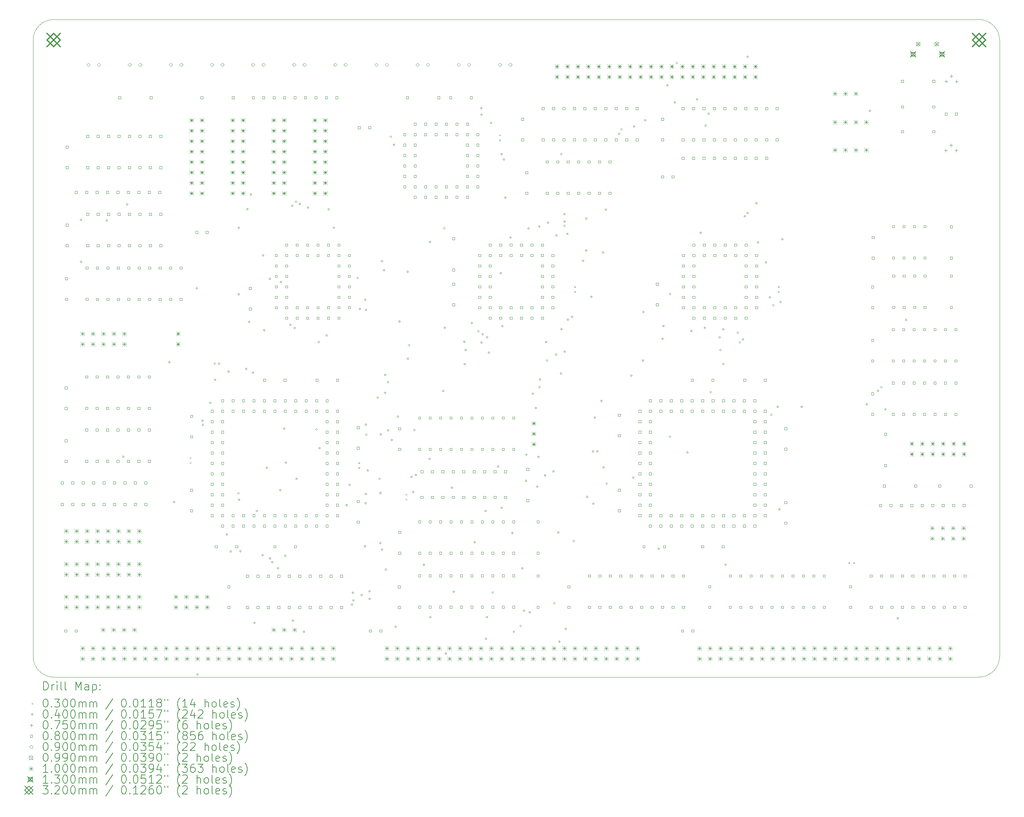
<source format=gbr>
%TF.GenerationSoftware,KiCad,Pcbnew,(6.0.11)*%
%TF.CreationDate,2023-11-15T19:52:32-05:00*%
%TF.ProjectId,Slick,536c6963-6b2e-46b6-9963-61645f706362,rev?*%
%TF.SameCoordinates,Original*%
%TF.FileFunction,Drillmap*%
%TF.FilePolarity,Positive*%
%FSLAX45Y45*%
G04 Gerber Fmt 4.5, Leading zero omitted, Abs format (unit mm)*
G04 Created by KiCad (PCBNEW (6.0.11)) date 2023-11-15 19:52:32*
%MOMM*%
%LPD*%
G01*
G04 APERTURE LIST*
%ADD10C,0.050000*%
%ADD11C,0.200000*%
%ADD12C,0.030000*%
%ADD13C,0.040000*%
%ADD14C,0.075000*%
%ADD15C,0.080000*%
%ADD16C,0.090000*%
%ADD17C,0.099000*%
%ADD18C,0.100000*%
%ADD19C,0.130000*%
%ADD20C,0.320000*%
G04 APERTURE END LIST*
D10*
X3500000Y-7500000D02*
X3500000Y-22500000D01*
X4000000Y-23000000D02*
X26500000Y-23000000D01*
X27000000Y-22500000D02*
X27000000Y-7500000D01*
X26500000Y-7000000D02*
X4000000Y-7000000D01*
X26500000Y-23000000D02*
G75*
G03*
X27000000Y-22500000I0J500000D01*
G01*
X3500000Y-22500000D02*
G75*
G03*
X4000000Y-23000000I500000J0D01*
G01*
X4000000Y-7000000D02*
G75*
G03*
X3500000Y-7500000I0J-500000D01*
G01*
X27000000Y-7500000D02*
G75*
G03*
X26500000Y-7000000I-500000J0D01*
G01*
D11*
D12*
X7310000Y-17650000D02*
X7340000Y-17680000D01*
X7340000Y-17650000D02*
X7310000Y-17680000D01*
X7310000Y-17770000D02*
X7340000Y-17800000D01*
X7340000Y-17770000D02*
X7310000Y-17800000D01*
X11410000Y-17775000D02*
X11440000Y-17805000D01*
X11440000Y-17775000D02*
X11410000Y-17805000D01*
X11410000Y-17895000D02*
X11440000Y-17925000D01*
X11440000Y-17895000D02*
X11410000Y-17925000D01*
X12560000Y-18540000D02*
X12590000Y-18570000D01*
X12590000Y-18540000D02*
X12560000Y-18570000D01*
X12560000Y-18660000D02*
X12590000Y-18690000D01*
X12590000Y-18660000D02*
X12560000Y-18690000D01*
X14835000Y-9800000D02*
X14865000Y-9830000D01*
X14865000Y-9800000D02*
X14835000Y-9830000D01*
X14835000Y-9920000D02*
X14865000Y-9950000D01*
X14865000Y-9920000D02*
X14835000Y-9950000D01*
X16660000Y-13490000D02*
X16690000Y-13520000D01*
X16690000Y-13490000D02*
X16660000Y-13520000D01*
X16660000Y-13610000D02*
X16690000Y-13640000D01*
X16690000Y-13610000D02*
X16660000Y-13640000D01*
X21610000Y-13490000D02*
X21640000Y-13520000D01*
X21640000Y-13490000D02*
X21610000Y-13520000D01*
X21610000Y-13610000D02*
X21640000Y-13640000D01*
X21640000Y-13610000D02*
X21610000Y-13640000D01*
X23325000Y-20210000D02*
X23355000Y-20240000D01*
X23355000Y-20210000D02*
X23325000Y-20240000D01*
X23445000Y-20210000D02*
X23475000Y-20240000D01*
X23475000Y-20210000D02*
X23445000Y-20240000D01*
D13*
X4683850Y-11873080D02*
G75*
G03*
X4683850Y-11873080I-20000J0D01*
G01*
X4686790Y-12895130D02*
G75*
G03*
X4686790Y-12895130I-20000J0D01*
G01*
X5310950Y-11887020D02*
G75*
G03*
X5310950Y-11887020I-20000J0D01*
G01*
X5713200Y-17636210D02*
G75*
G03*
X5713200Y-17636210I-20000J0D01*
G01*
X5807260Y-11499220D02*
G75*
G03*
X5807260Y-11499220I-20000J0D01*
G01*
X6832990Y-15337770D02*
G75*
G03*
X6832990Y-15337770I-20000J0D01*
G01*
X6947800Y-18737590D02*
G75*
G03*
X6947800Y-18737590I-20000J0D01*
G01*
X7499490Y-13539000D02*
G75*
G03*
X7499490Y-13539000I-20000J0D01*
G01*
X7515600Y-22936700D02*
G75*
G03*
X7515600Y-22936700I-20000J0D01*
G01*
X7638880Y-16758920D02*
G75*
G03*
X7638880Y-16758920I-20000J0D01*
G01*
X7644400Y-16860460D02*
G75*
G03*
X7644400Y-16860460I-20000J0D01*
G01*
X7829590Y-16322900D02*
G75*
G03*
X7829590Y-16322900I-20000J0D01*
G01*
X7940180Y-15371640D02*
G75*
G03*
X7940180Y-15371640I-20000J0D01*
G01*
X7943820Y-15765510D02*
G75*
G03*
X7943820Y-15765510I-20000J0D01*
G01*
X8042180Y-15371640D02*
G75*
G03*
X8042180Y-15371640I-20000J0D01*
G01*
X8231930Y-19529700D02*
G75*
G03*
X8231930Y-19529700I-20000J0D01*
G01*
X8271670Y-15568680D02*
G75*
G03*
X8271670Y-15568680I-20000J0D01*
G01*
X8326340Y-19946380D02*
G75*
G03*
X8326340Y-19946380I-20000J0D01*
G01*
X8515350Y-18530630D02*
G75*
G03*
X8515350Y-18530630I-20000J0D01*
G01*
X8518540Y-13690560D02*
G75*
G03*
X8518540Y-13690560I-20000J0D01*
G01*
X8522630Y-12066470D02*
G75*
G03*
X8522630Y-12066470I-20000J0D01*
G01*
X8527120Y-18686880D02*
G75*
G03*
X8527120Y-18686880I-20000J0D01*
G01*
X8558600Y-19937540D02*
G75*
G03*
X8558600Y-19937540I-20000J0D01*
G01*
X8702080Y-15500510D02*
G75*
G03*
X8702080Y-15500510I-20000J0D01*
G01*
X8731510Y-11615780D02*
G75*
G03*
X8731510Y-11615780I-20000J0D01*
G01*
X8773900Y-14356590D02*
G75*
G03*
X8773900Y-14356590I-20000J0D01*
G01*
X8815420Y-11259150D02*
G75*
G03*
X8815420Y-11259150I-20000J0D01*
G01*
X8866650Y-15595280D02*
G75*
G03*
X8866650Y-15595280I-20000J0D01*
G01*
X8901390Y-21681750D02*
G75*
G03*
X8901390Y-21681750I-20000J0D01*
G01*
X8960960Y-18957560D02*
G75*
G03*
X8960960Y-18957560I-20000J0D01*
G01*
X9102410Y-20032550D02*
G75*
G03*
X9102410Y-20032550I-20000J0D01*
G01*
X9113350Y-12737780D02*
G75*
G03*
X9113350Y-12737780I-20000J0D01*
G01*
X9138190Y-14558430D02*
G75*
G03*
X9138190Y-14558430I-20000J0D01*
G01*
X9204000Y-17908650D02*
G75*
G03*
X9204000Y-17908650I-20000J0D01*
G01*
X9272890Y-13311820D02*
G75*
G03*
X9272890Y-13311820I-20000J0D01*
G01*
X9282010Y-20114900D02*
G75*
G03*
X9282010Y-20114900I-20000J0D01*
G01*
X9336300Y-20203050D02*
G75*
G03*
X9336300Y-20203050I-20000J0D01*
G01*
X9475990Y-20350790D02*
G75*
G03*
X9475990Y-20350790I-20000J0D01*
G01*
X9529330Y-18448980D02*
G75*
G03*
X9529330Y-18448980I-20000J0D01*
G01*
X9544350Y-13385670D02*
G75*
G03*
X9544350Y-13385670I-20000J0D01*
G01*
X9624010Y-16954040D02*
G75*
G03*
X9624010Y-16954040I-20000J0D01*
G01*
X9650070Y-20050100D02*
G75*
G03*
X9650070Y-20050100I-20000J0D01*
G01*
X9663650Y-17781740D02*
G75*
G03*
X9663650Y-17781740I-20000J0D01*
G01*
X9775620Y-14430150D02*
G75*
G03*
X9775620Y-14430150I-20000J0D01*
G01*
X9820540Y-11531740D02*
G75*
G03*
X9820540Y-11531740I-20000J0D01*
G01*
X9837470Y-21623390D02*
G75*
G03*
X9837470Y-21623390I-20000J0D01*
G01*
X9879940Y-14505490D02*
G75*
G03*
X9879940Y-14505490I-20000J0D01*
G01*
X9912040Y-11436630D02*
G75*
G03*
X9912040Y-11436630I-20000J0D01*
G01*
X9923270Y-18176710D02*
G75*
G03*
X9923270Y-18176710I-20000J0D01*
G01*
X10008130Y-11483660D02*
G75*
G03*
X10008130Y-11483660I-20000J0D01*
G01*
X10103250Y-21896960D02*
G75*
G03*
X10103250Y-21896960I-20000J0D01*
G01*
X10204380Y-11573730D02*
G75*
G03*
X10204380Y-11573730I-20000J0D01*
G01*
X10411000Y-16973720D02*
G75*
G03*
X10411000Y-16973720I-20000J0D01*
G01*
X10467860Y-14847960D02*
G75*
G03*
X10467860Y-14847960I-20000J0D01*
G01*
X10481670Y-17429780D02*
G75*
G03*
X10481670Y-17429780I-20000J0D01*
G01*
X10658030Y-14688730D02*
G75*
G03*
X10658030Y-14688730I-20000J0D01*
G01*
X10703340Y-11618650D02*
G75*
G03*
X10703340Y-11618650I-20000J0D01*
G01*
X10835400Y-12064300D02*
G75*
G03*
X10835400Y-12064300I-20000J0D01*
G01*
X11143520Y-18821120D02*
G75*
G03*
X11143520Y-18821120I-20000J0D01*
G01*
X11216650Y-18323320D02*
G75*
G03*
X11216650Y-18323320I-20000J0D01*
G01*
X11272930Y-21235740D02*
G75*
G03*
X11272930Y-21235740I-20000J0D01*
G01*
X11294640Y-20948930D02*
G75*
G03*
X11294640Y-20948930I-20000J0D01*
G01*
X11307900Y-21131670D02*
G75*
G03*
X11307900Y-21131670I-20000J0D01*
G01*
X11411590Y-13289940D02*
G75*
G03*
X11411590Y-13289940I-20000J0D01*
G01*
X11466520Y-14045060D02*
G75*
G03*
X11466520Y-14045060I-20000J0D01*
G01*
X11506560Y-21002850D02*
G75*
G03*
X11506560Y-21002850I-20000J0D01*
G01*
X11592480Y-19818650D02*
G75*
G03*
X11592480Y-19818650I-20000J0D01*
G01*
X11596550Y-13818770D02*
G75*
G03*
X11596550Y-13818770I-20000J0D01*
G01*
X11605570Y-18768970D02*
G75*
G03*
X11605570Y-18768970I-20000J0D01*
G01*
X11611670Y-18544800D02*
G75*
G03*
X11611670Y-18544800I-20000J0D01*
G01*
X11611950Y-16859670D02*
G75*
G03*
X11611950Y-16859670I-20000J0D01*
G01*
X11612720Y-14063080D02*
G75*
G03*
X11612720Y-14063080I-20000J0D01*
G01*
X11622470Y-17099200D02*
G75*
G03*
X11622470Y-17099200I-20000J0D01*
G01*
X11657950Y-17972720D02*
G75*
G03*
X11657950Y-17972720I-20000J0D01*
G01*
X11700940Y-20913970D02*
G75*
G03*
X11700940Y-20913970I-20000J0D01*
G01*
X11701260Y-21096600D02*
G75*
G03*
X11701260Y-21096600I-20000J0D01*
G01*
X11896920Y-16198660D02*
G75*
G03*
X11896920Y-16198660I-20000J0D01*
G01*
X11943030Y-18174700D02*
G75*
G03*
X11943030Y-18174700I-20000J0D01*
G01*
X11960840Y-19739580D02*
G75*
G03*
X11960840Y-19739580I-20000J0D01*
G01*
X11965070Y-18524250D02*
G75*
G03*
X11965070Y-18524250I-20000J0D01*
G01*
X11973240Y-17095240D02*
G75*
G03*
X11973240Y-17095240I-20000J0D01*
G01*
X12002640Y-12880730D02*
G75*
G03*
X12002640Y-12880730I-20000J0D01*
G01*
X12005860Y-19897320D02*
G75*
G03*
X12005860Y-19897320I-20000J0D01*
G01*
X12052480Y-13098060D02*
G75*
G03*
X12052480Y-13098060I-20000J0D01*
G01*
X12080790Y-16085500D02*
G75*
G03*
X12080790Y-16085500I-20000J0D01*
G01*
X12081890Y-15648150D02*
G75*
G03*
X12081890Y-15648150I-20000J0D01*
G01*
X12095920Y-20383240D02*
G75*
G03*
X12095920Y-20383240I-20000J0D01*
G01*
X12153460Y-16996060D02*
G75*
G03*
X12153460Y-16996060I-20000J0D01*
G01*
X12154820Y-15826770D02*
G75*
G03*
X12154820Y-15826770I-20000J0D01*
G01*
X12217450Y-9851890D02*
G75*
G03*
X12217450Y-9851890I-20000J0D01*
G01*
X12241460Y-17231340D02*
G75*
G03*
X12241460Y-17231340I-20000J0D01*
G01*
X12293650Y-10048980D02*
G75*
G03*
X12293650Y-10048980I-20000J0D01*
G01*
X12335680Y-21775380D02*
G75*
G03*
X12335680Y-21775380I-20000J0D01*
G01*
X12390350Y-16663690D02*
G75*
G03*
X12390350Y-16663690I-20000J0D01*
G01*
X12430590Y-14349340D02*
G75*
G03*
X12430590Y-14349340I-20000J0D01*
G01*
X12627420Y-13135730D02*
G75*
G03*
X12627420Y-13135730I-20000J0D01*
G01*
X12634170Y-15254070D02*
G75*
G03*
X12634170Y-15254070I-20000J0D01*
G01*
X12660920Y-14923580D02*
G75*
G03*
X12660920Y-14923580I-20000J0D01*
G01*
X12720430Y-18129060D02*
G75*
G03*
X12720430Y-18129060I-20000J0D01*
G01*
X12762490Y-18495710D02*
G75*
G03*
X12762490Y-18495710I-20000J0D01*
G01*
X12789670Y-16990430D02*
G75*
G03*
X12789670Y-16990430I-20000J0D01*
G01*
X12828320Y-18082400D02*
G75*
G03*
X12828320Y-18082400I-20000J0D01*
G01*
X13022390Y-20263320D02*
G75*
G03*
X13022390Y-20263320I-20000J0D01*
G01*
X13159420Y-17689100D02*
G75*
G03*
X13159420Y-17689100I-20000J0D01*
G01*
X13170250Y-12414520D02*
G75*
G03*
X13170250Y-12414520I-20000J0D01*
G01*
X13177720Y-21541300D02*
G75*
G03*
X13177720Y-21541300I-20000J0D01*
G01*
X13488920Y-16036490D02*
G75*
G03*
X13488920Y-16036490I-20000J0D01*
G01*
X13518660Y-12080230D02*
G75*
G03*
X13518660Y-12080230I-20000J0D01*
G01*
X13531430Y-14502230D02*
G75*
G03*
X13531430Y-14502230I-20000J0D01*
G01*
X13557360Y-22427000D02*
G75*
G03*
X13557360Y-22427000I-20000J0D01*
G01*
X13702300Y-18392030D02*
G75*
G03*
X13702300Y-18392030I-20000J0D01*
G01*
X13749950Y-20921530D02*
G75*
G03*
X13749950Y-20921530I-20000J0D01*
G01*
X14005100Y-14836500D02*
G75*
G03*
X14005100Y-14836500I-20000J0D01*
G01*
X14015520Y-15383830D02*
G75*
G03*
X14015520Y-15383830I-20000J0D01*
G01*
X14038670Y-15041110D02*
G75*
G03*
X14038670Y-15041110I-20000J0D01*
G01*
X14188970Y-14386760D02*
G75*
G03*
X14188970Y-14386760I-20000J0D01*
G01*
X14257550Y-19719120D02*
G75*
G03*
X14257550Y-19719120I-20000J0D01*
G01*
X14347930Y-14583860D02*
G75*
G03*
X14347930Y-14583860I-20000J0D01*
G01*
X14420470Y-14860000D02*
G75*
G03*
X14420470Y-14860000I-20000J0D01*
G01*
X14420630Y-9159670D02*
G75*
G03*
X14420630Y-9159670I-20000J0D01*
G01*
X14422330Y-9314470D02*
G75*
G03*
X14422330Y-9314470I-20000J0D01*
G01*
X14451770Y-14658530D02*
G75*
G03*
X14451770Y-14658530I-20000J0D01*
G01*
X14522310Y-18957790D02*
G75*
G03*
X14522310Y-18957790I-20000J0D01*
G01*
X14531390Y-22067640D02*
G75*
G03*
X14531390Y-22067640I-20000J0D01*
G01*
X14556000Y-21541300D02*
G75*
G03*
X14556000Y-21541300I-20000J0D01*
G01*
X14559940Y-14735520D02*
G75*
G03*
X14559940Y-14735520I-20000J0D01*
G01*
X14603000Y-15105640D02*
G75*
G03*
X14603000Y-15105640I-20000J0D01*
G01*
X14654780Y-9511440D02*
G75*
G03*
X14654780Y-9511440I-20000J0D01*
G01*
X14695500Y-20944320D02*
G75*
G03*
X14695500Y-20944320I-20000J0D01*
G01*
X14826870Y-17879210D02*
G75*
G03*
X14826870Y-17879210I-20000J0D01*
G01*
X14894090Y-13174610D02*
G75*
G03*
X14894090Y-13174610I-20000J0D01*
G01*
X14911610Y-10276820D02*
G75*
G03*
X14911610Y-10276820I-20000J0D01*
G01*
X14914920Y-18880470D02*
G75*
G03*
X14914920Y-18880470I-20000J0D01*
G01*
X14928250Y-14463610D02*
G75*
G03*
X14928250Y-14463610I-20000J0D01*
G01*
X14966370Y-10404170D02*
G75*
G03*
X14966370Y-10404170I-20000J0D01*
G01*
X15003130Y-11335600D02*
G75*
G03*
X15003130Y-11335600I-20000J0D01*
G01*
X15130200Y-12302860D02*
G75*
G03*
X15130200Y-12302860I-20000J0D01*
G01*
X15172320Y-19496360D02*
G75*
G03*
X15172320Y-19496360I-20000J0D01*
G01*
X15211500Y-21896940D02*
G75*
G03*
X15211500Y-21896940I-20000J0D01*
G01*
X15373440Y-21755690D02*
G75*
G03*
X15373440Y-21755690I-20000J0D01*
G01*
X15415260Y-20356650D02*
G75*
G03*
X15415260Y-20356650I-20000J0D01*
G01*
X15455750Y-21385080D02*
G75*
G03*
X15455750Y-21385080I-20000J0D01*
G01*
X15505110Y-18223760D02*
G75*
G03*
X15505110Y-18223760I-20000J0D01*
G01*
X15512960Y-17587540D02*
G75*
G03*
X15512960Y-17587540I-20000J0D01*
G01*
X15564410Y-12083090D02*
G75*
G03*
X15564410Y-12083090I-20000J0D01*
G01*
X15596330Y-21422950D02*
G75*
G03*
X15596330Y-21422950I-20000J0D01*
G01*
X15672270Y-16103510D02*
G75*
G03*
X15672270Y-16103510I-20000J0D01*
G01*
X15741290Y-16451210D02*
G75*
G03*
X15741290Y-16451210I-20000J0D01*
G01*
X15780380Y-18367360D02*
G75*
G03*
X15780380Y-18367360I-20000J0D01*
G01*
X15809060Y-17642170D02*
G75*
G03*
X15809060Y-17642170I-20000J0D01*
G01*
X15831090Y-12035200D02*
G75*
G03*
X15831090Y-12035200I-20000J0D01*
G01*
X15831860Y-15945640D02*
G75*
G03*
X15831860Y-15945640I-20000J0D01*
G01*
X15846750Y-15759190D02*
G75*
G03*
X15846750Y-15759190I-20000J0D01*
G01*
X15969830Y-18089960D02*
G75*
G03*
X15969830Y-18089960I-20000J0D01*
G01*
X15994820Y-14845240D02*
G75*
G03*
X15994820Y-14845240I-20000J0D01*
G01*
X16015190Y-15295840D02*
G75*
G03*
X16015190Y-15295840I-20000J0D01*
G01*
X16040160Y-11945140D02*
G75*
G03*
X16040160Y-11945140I-20000J0D01*
G01*
X16173120Y-17997680D02*
G75*
G03*
X16173120Y-17997680I-20000J0D01*
G01*
X16192100Y-21205490D02*
G75*
G03*
X16192100Y-21205490I-20000J0D01*
G01*
X16237030Y-15150560D02*
G75*
G03*
X16237030Y-15150560I-20000J0D01*
G01*
X16244750Y-12252310D02*
G75*
G03*
X16244750Y-12252310I-20000J0D01*
G01*
X16290060Y-19476900D02*
G75*
G03*
X16290060Y-19476900I-20000J0D01*
G01*
X16316300Y-22134370D02*
G75*
G03*
X16316300Y-22134370I-20000J0D01*
G01*
X16355420Y-15615860D02*
G75*
G03*
X16355420Y-15615860I-20000J0D01*
G01*
X16365040Y-10275460D02*
G75*
G03*
X16365040Y-10275460I-20000J0D01*
G01*
X16366740Y-14531760D02*
G75*
G03*
X16366740Y-14531760I-20000J0D01*
G01*
X16437550Y-11736320D02*
G75*
G03*
X16437550Y-11736320I-20000J0D01*
G01*
X16438210Y-12020540D02*
G75*
G03*
X16438210Y-12020540I-20000J0D01*
G01*
X16444040Y-11920130D02*
G75*
G03*
X16444040Y-11920130I-20000J0D01*
G01*
X16445480Y-15081640D02*
G75*
G03*
X16445480Y-15081640I-20000J0D01*
G01*
X16471820Y-21826540D02*
G75*
G03*
X16471820Y-21826540I-20000J0D01*
G01*
X16509850Y-12216620D02*
G75*
G03*
X16509850Y-12216620I-20000J0D01*
G01*
X16522710Y-14299180D02*
G75*
G03*
X16522710Y-14299180I-20000J0D01*
G01*
X16624180Y-14235300D02*
G75*
G03*
X16624180Y-14235300I-20000J0D01*
G01*
X16668860Y-19691580D02*
G75*
G03*
X16668860Y-19691580I-20000J0D01*
G01*
X16894530Y-12869740D02*
G75*
G03*
X16894530Y-12869740I-20000J0D01*
G01*
X16967070Y-11842080D02*
G75*
G03*
X16967070Y-11842080I-20000J0D01*
G01*
X16968960Y-12618920D02*
G75*
G03*
X16968960Y-12618920I-20000J0D01*
G01*
X16990480Y-18613340D02*
G75*
G03*
X16990480Y-18613340I-20000J0D01*
G01*
X17095990Y-13747750D02*
G75*
G03*
X17095990Y-13747750I-20000J0D01*
G01*
X17134910Y-17512120D02*
G75*
G03*
X17134910Y-17512120I-20000J0D01*
G01*
X17141310Y-18779040D02*
G75*
G03*
X17141310Y-18779040I-20000J0D01*
G01*
X17177860Y-16683410D02*
G75*
G03*
X17177860Y-16683410I-20000J0D01*
G01*
X17237380Y-17506420D02*
G75*
G03*
X17237380Y-17506420I-20000J0D01*
G01*
X17339220Y-16280240D02*
G75*
G03*
X17339220Y-16280240I-20000J0D01*
G01*
X17380430Y-12669230D02*
G75*
G03*
X17380430Y-12669230I-20000J0D01*
G01*
X17391010Y-17893190D02*
G75*
G03*
X17391010Y-17893190I-20000J0D01*
G01*
X17448770Y-11624290D02*
G75*
G03*
X17448770Y-11624290I-20000J0D01*
G01*
X17465340Y-18294290D02*
G75*
G03*
X17465340Y-18294290I-20000J0D01*
G01*
X17770340Y-9779430D02*
G75*
G03*
X17770340Y-9779430I-20000J0D01*
G01*
X17827700Y-9675850D02*
G75*
G03*
X17827700Y-9675850I-20000J0D01*
G01*
X18067210Y-15663580D02*
G75*
G03*
X18067210Y-15663580I-20000J0D01*
G01*
X18114920Y-18144970D02*
G75*
G03*
X18114920Y-18144970I-20000J0D01*
G01*
X18132760Y-9603600D02*
G75*
G03*
X18132760Y-9603600I-20000J0D01*
G01*
X18347370Y-15295840D02*
G75*
G03*
X18347370Y-15295840I-20000J0D01*
G01*
X18360380Y-14115340D02*
G75*
G03*
X18360380Y-14115340I-20000J0D01*
G01*
X18405520Y-9451520D02*
G75*
G03*
X18405520Y-9451520I-20000J0D01*
G01*
X18727710Y-19876370D02*
G75*
G03*
X18727710Y-19876370I-20000J0D01*
G01*
X18826460Y-14766540D02*
G75*
G03*
X18826460Y-14766540I-20000J0D01*
G01*
X18848890Y-14456950D02*
G75*
G03*
X18848890Y-14456950I-20000J0D01*
G01*
X18942800Y-8601320D02*
G75*
G03*
X18942800Y-8601320I-20000J0D01*
G01*
X19005080Y-17149230D02*
G75*
G03*
X19005080Y-17149230I-20000J0D01*
G01*
X19010820Y-13678790D02*
G75*
G03*
X19010820Y-13678790I-20000J0D01*
G01*
X19125210Y-9015160D02*
G75*
G03*
X19125210Y-9015160I-20000J0D01*
G01*
X19173460Y-8056720D02*
G75*
G03*
X19173460Y-8056720I-20000J0D01*
G01*
X19429770Y-17533400D02*
G75*
G03*
X19429770Y-17533400I-20000J0D01*
G01*
X19524740Y-14576260D02*
G75*
G03*
X19524740Y-14576260I-20000J0D01*
G01*
X19665470Y-8941520D02*
G75*
G03*
X19665470Y-8941520I-20000J0D01*
G01*
X19754820Y-12190950D02*
G75*
G03*
X19754820Y-12190950I-20000J0D01*
G01*
X19853670Y-14501330D02*
G75*
G03*
X19853670Y-14501330I-20000J0D01*
G01*
X19874550Y-9583020D02*
G75*
G03*
X19874550Y-9583020I-20000J0D01*
G01*
X19944820Y-9289020D02*
G75*
G03*
X19944820Y-9289020I-20000J0D01*
G01*
X19997090Y-16067300D02*
G75*
G03*
X19997090Y-16067300I-20000J0D01*
G01*
X20212780Y-14732380D02*
G75*
G03*
X20212780Y-14732380I-20000J0D01*
G01*
X20231290Y-15043180D02*
G75*
G03*
X20231290Y-15043180I-20000J0D01*
G01*
X20301040Y-14540440D02*
G75*
G03*
X20301040Y-14540440I-20000J0D01*
G01*
X20306170Y-15380590D02*
G75*
G03*
X20306170Y-15380590I-20000J0D01*
G01*
X20358770Y-20264680D02*
G75*
G03*
X20358770Y-20264680I-20000J0D01*
G01*
X20656220Y-14618290D02*
G75*
G03*
X20656220Y-14618290I-20000J0D01*
G01*
X20707560Y-14856490D02*
G75*
G03*
X20707560Y-14856490I-20000J0D01*
G01*
X20782550Y-14783960D02*
G75*
G03*
X20782550Y-14783960I-20000J0D01*
G01*
X20824360Y-11784750D02*
G75*
G03*
X20824360Y-11784750I-20000J0D01*
G01*
X20891710Y-11710620D02*
G75*
G03*
X20891710Y-11710620I-20000J0D01*
G01*
X20894270Y-7906940D02*
G75*
G03*
X20894270Y-7906940I-20000J0D01*
G01*
X21107710Y-11466690D02*
G75*
G03*
X21107710Y-11466690I-20000J0D01*
G01*
X21149850Y-12422870D02*
G75*
G03*
X21149850Y-12422870I-20000J0D01*
G01*
X21340020Y-12910110D02*
G75*
G03*
X21340020Y-12910110I-20000J0D01*
G01*
X21438210Y-13759550D02*
G75*
G03*
X21438210Y-13759550I-20000J0D01*
G01*
X21468730Y-16617260D02*
G75*
G03*
X21468730Y-16617260I-20000J0D01*
G01*
X21517770Y-13949080D02*
G75*
G03*
X21517770Y-13949080I-20000J0D01*
G01*
X21625510Y-16422130D02*
G75*
G03*
X21625510Y-16422130I-20000J0D01*
G01*
X21667340Y-18921290D02*
G75*
G03*
X21667340Y-18921290I-20000J0D01*
G01*
X21694940Y-13872380D02*
G75*
G03*
X21694940Y-13872380I-20000J0D01*
G01*
X21740110Y-12347900D02*
G75*
G03*
X21740110Y-12347900I-20000J0D01*
G01*
X22209790Y-16422130D02*
G75*
G03*
X22209790Y-16422130I-20000J0D01*
G01*
X23792620Y-16364470D02*
G75*
G03*
X23792620Y-16364470I-20000J0D01*
G01*
X23867590Y-9220270D02*
G75*
G03*
X23867590Y-9220270I-20000J0D01*
G01*
X24064870Y-16030720D02*
G75*
G03*
X24064870Y-16030720I-20000J0D01*
G01*
X24146110Y-15947560D02*
G75*
G03*
X24146110Y-15947560I-20000J0D01*
G01*
X24244300Y-16486810D02*
G75*
G03*
X24244300Y-16486810I-20000J0D01*
G01*
X24544850Y-21571840D02*
G75*
G03*
X24544850Y-21571840I-20000J0D01*
G01*
X24748850Y-14309660D02*
G75*
G03*
X24748850Y-14309660I-20000J0D01*
G01*
D14*
X25693000Y-10148500D02*
X25693000Y-10223500D01*
X25655500Y-10186000D02*
X25730500Y-10186000D01*
X25700000Y-8467500D02*
X25700000Y-8542500D01*
X25662500Y-8505000D02*
X25737500Y-8505000D01*
X25820000Y-10021500D02*
X25820000Y-10096500D01*
X25782500Y-10059000D02*
X25857500Y-10059000D01*
X25827000Y-8340500D02*
X25827000Y-8415500D01*
X25789500Y-8378000D02*
X25864500Y-8378000D01*
X25947000Y-10148500D02*
X25947000Y-10223500D01*
X25909500Y-10186000D02*
X25984500Y-10186000D01*
X25954000Y-8467500D02*
X25954000Y-8542500D01*
X25916500Y-8505000D02*
X25991500Y-8505000D01*
D15*
X4234285Y-18828285D02*
X4234285Y-18771716D01*
X4177715Y-18771716D01*
X4177715Y-18828285D01*
X4234285Y-18828285D01*
X4235785Y-18298285D02*
X4235785Y-18241716D01*
X4179215Y-18241716D01*
X4179215Y-18298285D01*
X4235785Y-18298285D01*
X4321245Y-21903285D02*
X4321245Y-21846716D01*
X4264676Y-21846716D01*
X4264676Y-21903285D01*
X4321245Y-21903285D01*
X4327785Y-15988284D02*
X4327785Y-15931715D01*
X4271216Y-15931715D01*
X4271216Y-15988284D01*
X4327785Y-15988284D01*
X4327785Y-16488284D02*
X4327785Y-16431715D01*
X4271216Y-16431715D01*
X4271216Y-16488284D01*
X4327785Y-16488284D01*
X4327785Y-17278285D02*
X4327785Y-17221716D01*
X4271216Y-17221716D01*
X4271216Y-17278285D01*
X4327785Y-17278285D01*
X4327785Y-17778285D02*
X4327785Y-17721716D01*
X4271216Y-17721716D01*
X4271216Y-17778285D01*
X4327785Y-17778285D01*
X4335785Y-13333284D02*
X4335785Y-13276715D01*
X4279216Y-13276715D01*
X4279216Y-13333284D01*
X4335785Y-13333284D01*
X4335785Y-13833284D02*
X4335785Y-13776715D01*
X4279216Y-13776715D01*
X4279216Y-13833284D01*
X4335785Y-13833284D01*
X4353285Y-10128285D02*
X4353285Y-10071716D01*
X4296716Y-10071716D01*
X4296716Y-10128285D01*
X4353285Y-10128285D01*
X4353285Y-10628285D02*
X4353285Y-10571716D01*
X4296716Y-10571716D01*
X4296716Y-10628285D01*
X4353285Y-10628285D01*
X4353285Y-12028284D02*
X4353285Y-11971715D01*
X4296716Y-11971715D01*
X4296716Y-12028284D01*
X4353285Y-12028284D01*
X4353285Y-12528284D02*
X4353285Y-12471715D01*
X4296716Y-12471715D01*
X4296716Y-12528284D01*
X4353285Y-12528284D01*
X4488285Y-18828285D02*
X4488285Y-18771716D01*
X4431716Y-18771716D01*
X4431716Y-18828285D01*
X4488285Y-18828285D01*
X4489785Y-18298285D02*
X4489785Y-18241716D01*
X4433216Y-18241716D01*
X4433216Y-18298285D01*
X4489785Y-18298285D01*
X4571245Y-21903285D02*
X4571245Y-21846716D01*
X4514676Y-21846716D01*
X4514676Y-21903285D01*
X4571245Y-21903285D01*
X4574785Y-11228284D02*
X4574785Y-11171716D01*
X4518216Y-11171716D01*
X4518216Y-11228284D01*
X4574785Y-11228284D01*
X4742285Y-18828285D02*
X4742285Y-18771716D01*
X4685716Y-18771716D01*
X4685716Y-18828285D01*
X4742285Y-18828285D01*
X4743785Y-18298285D02*
X4743785Y-18241716D01*
X4687216Y-18241716D01*
X4687216Y-18298285D01*
X4743785Y-18298285D01*
X4827785Y-15721284D02*
X4827785Y-15664715D01*
X4771216Y-15664715D01*
X4771216Y-15721284D01*
X4827785Y-15721284D01*
X4827785Y-16483284D02*
X4827785Y-16426715D01*
X4771216Y-16426715D01*
X4771216Y-16483284D01*
X4827785Y-16483284D01*
X4827785Y-17016285D02*
X4827785Y-16959716D01*
X4771216Y-16959716D01*
X4771216Y-17016285D01*
X4827785Y-17016285D01*
X4827785Y-17778285D02*
X4827785Y-17721716D01*
X4771216Y-17721716D01*
X4771216Y-17778285D01*
X4827785Y-17778285D01*
X4828785Y-11228284D02*
X4828785Y-11171716D01*
X4772216Y-11171716D01*
X4772216Y-11228284D01*
X4828785Y-11228284D01*
X4835785Y-13071284D02*
X4835785Y-13014715D01*
X4779216Y-13014715D01*
X4779216Y-13071284D01*
X4835785Y-13071284D01*
X4835785Y-13833284D02*
X4835785Y-13776715D01*
X4779216Y-13776715D01*
X4779216Y-13833284D01*
X4835785Y-13833284D01*
X4853285Y-9866285D02*
X4853285Y-9809716D01*
X4796716Y-9809716D01*
X4796716Y-9866285D01*
X4853285Y-9866285D01*
X4853285Y-10628285D02*
X4853285Y-10571716D01*
X4796716Y-10571716D01*
X4796716Y-10628285D01*
X4853285Y-10628285D01*
X4853285Y-11766284D02*
X4853285Y-11709715D01*
X4796716Y-11709715D01*
X4796716Y-11766284D01*
X4853285Y-11766284D01*
X4853285Y-12528284D02*
X4853285Y-12471715D01*
X4796716Y-12471715D01*
X4796716Y-12528284D01*
X4853285Y-12528284D01*
X4996285Y-18828285D02*
X4996285Y-18771716D01*
X4939716Y-18771716D01*
X4939716Y-18828285D01*
X4996285Y-18828285D01*
X4997785Y-18298285D02*
X4997785Y-18241716D01*
X4941216Y-18241716D01*
X4941216Y-18298285D01*
X4997785Y-18298285D01*
X5081785Y-15721284D02*
X5081785Y-15664715D01*
X5025216Y-15664715D01*
X5025216Y-15721284D01*
X5081785Y-15721284D01*
X5081785Y-16483284D02*
X5081785Y-16426715D01*
X5025216Y-16426715D01*
X5025216Y-16483284D01*
X5081785Y-16483284D01*
X5081785Y-17016285D02*
X5081785Y-16959716D01*
X5025216Y-16959716D01*
X5025216Y-17016285D01*
X5081785Y-17016285D01*
X5081785Y-17778285D02*
X5081785Y-17721716D01*
X5025216Y-17721716D01*
X5025216Y-17778285D01*
X5081785Y-17778285D01*
X5082785Y-11228284D02*
X5082785Y-11171716D01*
X5026216Y-11171716D01*
X5026216Y-11228284D01*
X5082785Y-11228284D01*
X5089785Y-13071284D02*
X5089785Y-13014715D01*
X5033216Y-13014715D01*
X5033216Y-13071284D01*
X5089785Y-13071284D01*
X5089785Y-13833284D02*
X5089785Y-13776715D01*
X5033216Y-13776715D01*
X5033216Y-13833284D01*
X5089785Y-13833284D01*
X5107285Y-9866285D02*
X5107285Y-9809716D01*
X5050716Y-9809716D01*
X5050716Y-9866285D01*
X5107285Y-9866285D01*
X5107285Y-10628285D02*
X5107285Y-10571716D01*
X5050716Y-10571716D01*
X5050716Y-10628285D01*
X5107285Y-10628285D01*
X5107285Y-11766284D02*
X5107285Y-11709715D01*
X5050716Y-11709715D01*
X5050716Y-11766284D01*
X5107285Y-11766284D01*
X5107285Y-12528284D02*
X5107285Y-12471715D01*
X5050716Y-12471715D01*
X5050716Y-12528284D01*
X5107285Y-12528284D01*
X5250285Y-18828285D02*
X5250285Y-18771716D01*
X5193716Y-18771716D01*
X5193716Y-18828285D01*
X5250285Y-18828285D01*
X5251785Y-18298285D02*
X5251785Y-18241716D01*
X5195216Y-18241716D01*
X5195216Y-18298285D01*
X5251785Y-18298285D01*
X5335785Y-15721284D02*
X5335785Y-15664715D01*
X5279216Y-15664715D01*
X5279216Y-15721284D01*
X5335785Y-15721284D01*
X5335785Y-16483284D02*
X5335785Y-16426715D01*
X5279216Y-16426715D01*
X5279216Y-16483284D01*
X5335785Y-16483284D01*
X5335785Y-17016285D02*
X5335785Y-16959716D01*
X5279216Y-16959716D01*
X5279216Y-17016285D01*
X5335785Y-17016285D01*
X5335785Y-17778285D02*
X5335785Y-17721716D01*
X5279216Y-17721716D01*
X5279216Y-17778285D01*
X5335785Y-17778285D01*
X5336785Y-11228284D02*
X5336785Y-11171716D01*
X5280216Y-11171716D01*
X5280216Y-11228284D01*
X5336785Y-11228284D01*
X5343785Y-13071284D02*
X5343785Y-13014715D01*
X5287216Y-13014715D01*
X5287216Y-13071284D01*
X5343785Y-13071284D01*
X5343785Y-13833284D02*
X5343785Y-13776715D01*
X5287216Y-13776715D01*
X5287216Y-13833284D01*
X5343785Y-13833284D01*
X5361285Y-9866285D02*
X5361285Y-9809716D01*
X5304716Y-9809716D01*
X5304716Y-9866285D01*
X5361285Y-9866285D01*
X5361285Y-10628285D02*
X5361285Y-10571716D01*
X5304716Y-10571716D01*
X5304716Y-10628285D01*
X5361285Y-10628285D01*
X5361285Y-11766284D02*
X5361285Y-11709715D01*
X5304716Y-11709715D01*
X5304716Y-11766284D01*
X5361285Y-11766284D01*
X5361285Y-12528284D02*
X5361285Y-12471715D01*
X5304716Y-12471715D01*
X5304716Y-12528284D01*
X5361285Y-12528284D01*
X5504285Y-18828285D02*
X5504285Y-18771716D01*
X5447716Y-18771716D01*
X5447716Y-18828285D01*
X5504285Y-18828285D01*
X5505785Y-18298285D02*
X5505785Y-18241716D01*
X5449216Y-18241716D01*
X5449216Y-18298285D01*
X5505785Y-18298285D01*
X5589785Y-15721284D02*
X5589785Y-15664715D01*
X5533216Y-15664715D01*
X5533216Y-15721284D01*
X5589785Y-15721284D01*
X5589785Y-16483284D02*
X5589785Y-16426715D01*
X5533216Y-16426715D01*
X5533216Y-16483284D01*
X5589785Y-16483284D01*
X5589785Y-17016285D02*
X5589785Y-16959716D01*
X5533216Y-16959716D01*
X5533216Y-17016285D01*
X5589785Y-17016285D01*
X5589785Y-17778285D02*
X5589785Y-17721716D01*
X5533216Y-17721716D01*
X5533216Y-17778285D01*
X5589785Y-17778285D01*
X5590785Y-11228284D02*
X5590785Y-11171716D01*
X5534216Y-11171716D01*
X5534216Y-11228284D01*
X5590785Y-11228284D01*
X5597784Y-13071284D02*
X5597784Y-13014715D01*
X5541216Y-13014715D01*
X5541216Y-13071284D01*
X5597784Y-13071284D01*
X5597784Y-13833284D02*
X5597784Y-13776715D01*
X5541216Y-13776715D01*
X5541216Y-13833284D01*
X5597784Y-13833284D01*
X5615284Y-9866285D02*
X5615284Y-9809716D01*
X5558716Y-9809716D01*
X5558716Y-9866285D01*
X5615284Y-9866285D01*
X5615284Y-10628285D02*
X5615284Y-10571716D01*
X5558716Y-10571716D01*
X5558716Y-10628285D01*
X5615284Y-10628285D01*
X5615284Y-11766284D02*
X5615284Y-11709715D01*
X5558716Y-11709715D01*
X5558716Y-11766284D01*
X5615284Y-11766284D01*
X5615284Y-12528284D02*
X5615284Y-12471715D01*
X5558716Y-12471715D01*
X5558716Y-12528284D01*
X5615284Y-12528284D01*
X5628284Y-8928285D02*
X5628284Y-8871716D01*
X5571716Y-8871716D01*
X5571716Y-8928285D01*
X5628284Y-8928285D01*
X5758284Y-18828285D02*
X5758284Y-18771716D01*
X5701715Y-18771716D01*
X5701715Y-18828285D01*
X5758284Y-18828285D01*
X5759784Y-18298285D02*
X5759784Y-18241716D01*
X5703215Y-18241716D01*
X5703215Y-18298285D01*
X5759784Y-18298285D01*
X5843784Y-15721284D02*
X5843784Y-15664715D01*
X5787215Y-15664715D01*
X5787215Y-15721284D01*
X5843784Y-15721284D01*
X5843784Y-16483284D02*
X5843784Y-16426715D01*
X5787215Y-16426715D01*
X5787215Y-16483284D01*
X5843784Y-16483284D01*
X5843784Y-17016285D02*
X5843784Y-16959716D01*
X5787215Y-16959716D01*
X5787215Y-17016285D01*
X5843784Y-17016285D01*
X5843784Y-17778285D02*
X5843784Y-17721716D01*
X5787215Y-17721716D01*
X5787215Y-17778285D01*
X5843784Y-17778285D01*
X5844784Y-11228284D02*
X5844784Y-11171716D01*
X5788215Y-11171716D01*
X5788215Y-11228284D01*
X5844784Y-11228284D01*
X5851784Y-13071284D02*
X5851784Y-13014715D01*
X5795215Y-13014715D01*
X5795215Y-13071284D01*
X5851784Y-13071284D01*
X5851784Y-13833284D02*
X5851784Y-13776715D01*
X5795215Y-13776715D01*
X5795215Y-13833284D01*
X5851784Y-13833284D01*
X5869284Y-9866285D02*
X5869284Y-9809716D01*
X5812715Y-9809716D01*
X5812715Y-9866285D01*
X5869284Y-9866285D01*
X5869284Y-10628285D02*
X5869284Y-10571716D01*
X5812715Y-10571716D01*
X5812715Y-10628285D01*
X5869284Y-10628285D01*
X5869284Y-11766284D02*
X5869284Y-11709715D01*
X5812715Y-11709715D01*
X5812715Y-11766284D01*
X5869284Y-11766284D01*
X5869284Y-12528284D02*
X5869284Y-12471715D01*
X5812715Y-12471715D01*
X5812715Y-12528284D01*
X5869284Y-12528284D01*
X6012284Y-18828285D02*
X6012284Y-18771716D01*
X5955715Y-18771716D01*
X5955715Y-18828285D01*
X6012284Y-18828285D01*
X6013784Y-18298285D02*
X6013784Y-18241716D01*
X5957215Y-18241716D01*
X5957215Y-18298285D01*
X6013784Y-18298285D01*
X6097784Y-15721284D02*
X6097784Y-15664715D01*
X6041215Y-15664715D01*
X6041215Y-15721284D01*
X6097784Y-15721284D01*
X6097784Y-16483284D02*
X6097784Y-16426715D01*
X6041215Y-16426715D01*
X6041215Y-16483284D01*
X6097784Y-16483284D01*
X6097784Y-17016285D02*
X6097784Y-16959716D01*
X6041215Y-16959716D01*
X6041215Y-17016285D01*
X6097784Y-17016285D01*
X6097784Y-17778285D02*
X6097784Y-17721716D01*
X6041215Y-17721716D01*
X6041215Y-17778285D01*
X6097784Y-17778285D01*
X6098784Y-11228284D02*
X6098784Y-11171716D01*
X6042215Y-11171716D01*
X6042215Y-11228284D01*
X6098784Y-11228284D01*
X6105784Y-13071284D02*
X6105784Y-13014715D01*
X6049215Y-13014715D01*
X6049215Y-13071284D01*
X6105784Y-13071284D01*
X6105784Y-13833284D02*
X6105784Y-13776715D01*
X6049215Y-13776715D01*
X6049215Y-13833284D01*
X6105784Y-13833284D01*
X6123284Y-9866285D02*
X6123284Y-9809716D01*
X6066715Y-9809716D01*
X6066715Y-9866285D01*
X6123284Y-9866285D01*
X6123284Y-10628285D02*
X6123284Y-10571716D01*
X6066715Y-10571716D01*
X6066715Y-10628285D01*
X6123284Y-10628285D01*
X6123284Y-11766284D02*
X6123284Y-11709715D01*
X6066715Y-11709715D01*
X6066715Y-11766284D01*
X6123284Y-11766284D01*
X6123284Y-12528284D02*
X6123284Y-12471715D01*
X6066715Y-12471715D01*
X6066715Y-12528284D01*
X6123284Y-12528284D01*
X6266284Y-18828285D02*
X6266284Y-18771716D01*
X6209715Y-18771716D01*
X6209715Y-18828285D01*
X6266284Y-18828285D01*
X6267784Y-18298285D02*
X6267784Y-18241716D01*
X6211215Y-18241716D01*
X6211215Y-18298285D01*
X6267784Y-18298285D01*
X6351784Y-15721284D02*
X6351784Y-15664715D01*
X6295215Y-15664715D01*
X6295215Y-15721284D01*
X6351784Y-15721284D01*
X6351784Y-16483284D02*
X6351784Y-16426715D01*
X6295215Y-16426715D01*
X6295215Y-16483284D01*
X6351784Y-16483284D01*
X6351784Y-17016285D02*
X6351784Y-16959716D01*
X6295215Y-16959716D01*
X6295215Y-17016285D01*
X6351784Y-17016285D01*
X6351784Y-17778285D02*
X6351784Y-17721716D01*
X6295215Y-17721716D01*
X6295215Y-17778285D01*
X6351784Y-17778285D01*
X6352784Y-11228284D02*
X6352784Y-11171716D01*
X6296215Y-11171716D01*
X6296215Y-11228284D01*
X6352784Y-11228284D01*
X6359784Y-13071284D02*
X6359784Y-13014715D01*
X6303215Y-13014715D01*
X6303215Y-13071284D01*
X6359784Y-13071284D01*
X6359784Y-13833284D02*
X6359784Y-13776715D01*
X6303215Y-13776715D01*
X6303215Y-13833284D01*
X6359784Y-13833284D01*
X6377284Y-9866285D02*
X6377284Y-9809716D01*
X6320715Y-9809716D01*
X6320715Y-9866285D01*
X6377284Y-9866285D01*
X6377284Y-10628285D02*
X6377284Y-10571716D01*
X6320715Y-10571716D01*
X6320715Y-10628285D01*
X6377284Y-10628285D01*
X6377284Y-11766284D02*
X6377284Y-11709715D01*
X6320715Y-11709715D01*
X6320715Y-11766284D01*
X6377284Y-11766284D01*
X6377284Y-12528284D02*
X6377284Y-12471715D01*
X6320715Y-12471715D01*
X6320715Y-12528284D01*
X6377284Y-12528284D01*
X6390284Y-8928285D02*
X6390284Y-8871716D01*
X6333715Y-8871716D01*
X6333715Y-8928285D01*
X6390284Y-8928285D01*
X6606784Y-11228284D02*
X6606784Y-11171716D01*
X6550215Y-11171716D01*
X6550215Y-11228284D01*
X6606784Y-11228284D01*
X6613784Y-13071284D02*
X6613784Y-13014715D01*
X6557215Y-13014715D01*
X6557215Y-13071284D01*
X6613784Y-13071284D01*
X6613784Y-13833284D02*
X6613784Y-13776715D01*
X6557215Y-13776715D01*
X6557215Y-13833284D01*
X6613784Y-13833284D01*
X6631284Y-9866285D02*
X6631284Y-9809716D01*
X6574715Y-9809716D01*
X6574715Y-9866285D01*
X6631284Y-9866285D01*
X6631284Y-10628285D02*
X6631284Y-10571716D01*
X6574715Y-10571716D01*
X6574715Y-10628285D01*
X6631284Y-10628285D01*
X6631284Y-11766284D02*
X6631284Y-11709715D01*
X6574715Y-11709715D01*
X6574715Y-11766284D01*
X6631284Y-11766284D01*
X6631284Y-12528284D02*
X6631284Y-12471715D01*
X6574715Y-12471715D01*
X6574715Y-12528284D01*
X6631284Y-12528284D01*
X6867784Y-13071284D02*
X6867784Y-13014715D01*
X6811215Y-13014715D01*
X6811215Y-13071284D01*
X6867784Y-13071284D01*
X6867784Y-13833284D02*
X6867784Y-13776715D01*
X6811215Y-13776715D01*
X6811215Y-13833284D01*
X6867784Y-13833284D01*
X7121784Y-13071284D02*
X7121784Y-13014715D01*
X7065215Y-13014715D01*
X7065215Y-13071284D01*
X7121784Y-13071284D01*
X7121784Y-13833284D02*
X7121784Y-13776715D01*
X7065215Y-13776715D01*
X7065215Y-13833284D01*
X7121784Y-13833284D01*
X7378284Y-16678284D02*
X7378284Y-16621715D01*
X7321715Y-16621715D01*
X7321715Y-16678284D01*
X7378284Y-16678284D01*
X7378284Y-17178285D02*
X7378284Y-17121716D01*
X7321715Y-17121716D01*
X7321715Y-17178285D01*
X7378284Y-17178285D01*
X7378284Y-18478285D02*
X7378284Y-18421716D01*
X7321715Y-18421716D01*
X7321715Y-18478285D01*
X7378284Y-18478285D01*
X7378284Y-18978285D02*
X7378284Y-18921716D01*
X7321715Y-18921716D01*
X7321715Y-18978285D01*
X7378284Y-18978285D01*
X7507774Y-12203284D02*
X7507774Y-12146715D01*
X7451205Y-12146715D01*
X7451205Y-12203284D01*
X7507774Y-12203284D01*
X7628284Y-8928285D02*
X7628284Y-8871716D01*
X7571715Y-8871716D01*
X7571715Y-8928285D01*
X7628284Y-8928285D01*
X7757774Y-12203284D02*
X7757774Y-12146715D01*
X7701205Y-12146715D01*
X7701205Y-12203284D01*
X7757774Y-12203284D01*
X7879284Y-16558284D02*
X7879284Y-16501715D01*
X7822715Y-16501715D01*
X7822715Y-16558284D01*
X7879284Y-16558284D01*
X7879284Y-16812285D02*
X7879284Y-16755715D01*
X7822715Y-16755715D01*
X7822715Y-16812285D01*
X7879284Y-16812285D01*
X7879284Y-17066285D02*
X7879284Y-17009716D01*
X7822715Y-17009716D01*
X7822715Y-17066285D01*
X7879284Y-17066285D01*
X7879284Y-17320285D02*
X7879284Y-17263716D01*
X7822715Y-17263716D01*
X7822715Y-17320285D01*
X7879284Y-17320285D01*
X7879284Y-17574285D02*
X7879284Y-17517716D01*
X7822715Y-17517716D01*
X7822715Y-17574285D01*
X7879284Y-17574285D01*
X7879284Y-17828285D02*
X7879284Y-17771716D01*
X7822715Y-17771716D01*
X7822715Y-17828285D01*
X7879284Y-17828285D01*
X7879284Y-18082285D02*
X7879284Y-18025716D01*
X7822715Y-18025716D01*
X7822715Y-18082285D01*
X7879284Y-18082285D01*
X7879284Y-18336285D02*
X7879284Y-18279716D01*
X7822715Y-18279716D01*
X7822715Y-18336285D01*
X7879284Y-18336285D01*
X7879284Y-18590285D02*
X7879284Y-18533716D01*
X7822715Y-18533716D01*
X7822715Y-18590285D01*
X7879284Y-18590285D01*
X7879284Y-18844285D02*
X7879284Y-18787716D01*
X7822715Y-18787716D01*
X7822715Y-18844285D01*
X7879284Y-18844285D01*
X7879284Y-19098285D02*
X7879284Y-19041716D01*
X7822715Y-19041716D01*
X7822715Y-19098285D01*
X7879284Y-19098285D01*
X7978284Y-19853285D02*
X7978284Y-19796716D01*
X7921715Y-19796716D01*
X7921715Y-19853285D01*
X7978284Y-19853285D01*
X8133284Y-16304284D02*
X8133284Y-16247715D01*
X8076715Y-16247715D01*
X8076715Y-16304284D01*
X8133284Y-16304284D01*
X8133284Y-16558284D02*
X8133284Y-16501715D01*
X8076715Y-16501715D01*
X8076715Y-16558284D01*
X8133284Y-16558284D01*
X8133284Y-16812285D02*
X8133284Y-16755715D01*
X8076715Y-16755715D01*
X8076715Y-16812285D01*
X8133284Y-16812285D01*
X8133284Y-17066285D02*
X8133284Y-17009716D01*
X8076715Y-17009716D01*
X8076715Y-17066285D01*
X8133284Y-17066285D01*
X8133284Y-17320285D02*
X8133284Y-17263716D01*
X8076715Y-17263716D01*
X8076715Y-17320285D01*
X8133284Y-17320285D01*
X8133284Y-17574285D02*
X8133284Y-17517716D01*
X8076715Y-17517716D01*
X8076715Y-17574285D01*
X8133284Y-17574285D01*
X8133284Y-17828285D02*
X8133284Y-17771716D01*
X8076715Y-17771716D01*
X8076715Y-17828285D01*
X8133284Y-17828285D01*
X8133284Y-18082285D02*
X8133284Y-18025716D01*
X8076715Y-18025716D01*
X8076715Y-18082285D01*
X8133284Y-18082285D01*
X8133284Y-18336285D02*
X8133284Y-18279716D01*
X8076715Y-18279716D01*
X8076715Y-18336285D01*
X8133284Y-18336285D01*
X8133284Y-18590285D02*
X8133284Y-18533716D01*
X8076715Y-18533716D01*
X8076715Y-18590285D01*
X8133284Y-18590285D01*
X8133284Y-18844285D02*
X8133284Y-18787716D01*
X8076715Y-18787716D01*
X8076715Y-18844285D01*
X8133284Y-18844285D01*
X8133284Y-19098285D02*
X8133284Y-19041716D01*
X8076715Y-19041716D01*
X8076715Y-19098285D01*
X8133284Y-19098285D01*
X8133284Y-19352285D02*
X8133284Y-19295716D01*
X8076715Y-19295716D01*
X8076715Y-19352285D01*
X8133284Y-19352285D01*
X8285784Y-20830785D02*
X8285784Y-20774216D01*
X8229215Y-20774216D01*
X8229215Y-20830785D01*
X8285784Y-20830785D01*
X8285784Y-21330785D02*
X8285784Y-21274216D01*
X8229215Y-21274216D01*
X8229215Y-21330785D01*
X8285784Y-21330785D01*
X8387284Y-16304284D02*
X8387284Y-16247715D01*
X8330715Y-16247715D01*
X8330715Y-16304284D01*
X8387284Y-16304284D01*
X8387284Y-16558284D02*
X8387284Y-16501715D01*
X8330715Y-16501715D01*
X8330715Y-16558284D01*
X8387284Y-16558284D01*
X8387284Y-19098285D02*
X8387284Y-19041716D01*
X8330715Y-19041716D01*
X8330715Y-19098285D01*
X8387284Y-19098285D01*
X8387284Y-19352285D02*
X8387284Y-19295716D01*
X8330715Y-19295716D01*
X8330715Y-19352285D01*
X8387284Y-19352285D01*
X8390285Y-8928285D02*
X8390285Y-8871716D01*
X8333715Y-8871716D01*
X8333715Y-8928285D01*
X8390285Y-8928285D01*
X8478285Y-19853285D02*
X8478285Y-19796716D01*
X8421716Y-19796716D01*
X8421716Y-19853285D01*
X8478285Y-19853285D01*
X8641285Y-16304284D02*
X8641285Y-16247715D01*
X8584716Y-16247715D01*
X8584716Y-16304284D01*
X8641285Y-16304284D01*
X8641285Y-16558284D02*
X8641285Y-16501715D01*
X8584716Y-16501715D01*
X8584716Y-16558284D01*
X8641285Y-16558284D01*
X8641285Y-19098285D02*
X8641285Y-19041716D01*
X8584716Y-19041716D01*
X8584716Y-19098285D01*
X8641285Y-19098285D01*
X8641285Y-19352285D02*
X8641285Y-19295716D01*
X8584716Y-19295716D01*
X8584716Y-19352285D01*
X8641285Y-19352285D01*
X8735785Y-20568785D02*
X8735785Y-20512216D01*
X8679216Y-20512216D01*
X8679216Y-20568785D01*
X8735785Y-20568785D01*
X8735785Y-21330785D02*
X8735785Y-21274216D01*
X8679216Y-21274216D01*
X8679216Y-21330785D01*
X8735785Y-21330785D01*
X8803285Y-13567284D02*
X8803285Y-13510715D01*
X8746716Y-13510715D01*
X8746716Y-13567284D01*
X8803285Y-13567284D01*
X8803285Y-14067284D02*
X8803285Y-14010715D01*
X8746716Y-14010715D01*
X8746716Y-14067284D01*
X8803285Y-14067284D01*
X8878285Y-8928285D02*
X8878285Y-8871716D01*
X8821716Y-8871716D01*
X8821716Y-8928285D01*
X8878285Y-8928285D01*
X8895285Y-16304284D02*
X8895285Y-16247715D01*
X8838716Y-16247715D01*
X8838716Y-16304284D01*
X8895285Y-16304284D01*
X8895285Y-16558284D02*
X8895285Y-16501715D01*
X8838716Y-16501715D01*
X8838716Y-16558284D01*
X8895285Y-16558284D01*
X8895285Y-19098285D02*
X8895285Y-19041716D01*
X8838716Y-19041716D01*
X8838716Y-19098285D01*
X8895285Y-19098285D01*
X8895285Y-19352285D02*
X8895285Y-19295716D01*
X8838716Y-19295716D01*
X8838716Y-19352285D01*
X8895285Y-19352285D01*
X8989785Y-20568785D02*
X8989785Y-20512216D01*
X8933216Y-20512216D01*
X8933216Y-20568785D01*
X8989785Y-20568785D01*
X8989785Y-21330785D02*
X8989785Y-21274216D01*
X8933216Y-21274216D01*
X8933216Y-21330785D01*
X8989785Y-21330785D01*
X9132285Y-8928285D02*
X9132285Y-8871716D01*
X9075716Y-8871716D01*
X9075716Y-8928285D01*
X9132285Y-8928285D01*
X9149285Y-16304284D02*
X9149285Y-16247715D01*
X9092716Y-16247715D01*
X9092716Y-16304284D01*
X9149285Y-16304284D01*
X9149285Y-16558284D02*
X9149285Y-16501715D01*
X9092716Y-16501715D01*
X9092716Y-16558284D01*
X9149285Y-16558284D01*
X9149285Y-19098285D02*
X9149285Y-19041716D01*
X9092716Y-19041716D01*
X9092716Y-19098285D01*
X9149285Y-19098285D01*
X9149285Y-19352285D02*
X9149285Y-19295716D01*
X9092716Y-19295716D01*
X9092716Y-19352285D01*
X9149285Y-19352285D01*
X9153285Y-15803284D02*
X9153285Y-15746715D01*
X9096716Y-15746715D01*
X9096716Y-15803284D01*
X9153285Y-15803284D01*
X9243785Y-20568785D02*
X9243785Y-20512216D01*
X9187216Y-20512216D01*
X9187216Y-20568785D01*
X9243785Y-20568785D01*
X9243785Y-21330785D02*
X9243785Y-21274216D01*
X9187216Y-21274216D01*
X9187216Y-21330785D01*
X9243785Y-21330785D01*
X9386285Y-8928285D02*
X9386285Y-8871716D01*
X9329716Y-8871716D01*
X9329716Y-8928285D01*
X9386285Y-8928285D01*
X9403285Y-16304284D02*
X9403285Y-16247715D01*
X9346716Y-16247715D01*
X9346716Y-16304284D01*
X9403285Y-16304284D01*
X9403285Y-16558284D02*
X9403285Y-16501715D01*
X9346716Y-16501715D01*
X9346716Y-16558284D01*
X9403285Y-16558284D01*
X9403285Y-19098285D02*
X9403285Y-19041716D01*
X9346716Y-19041716D01*
X9346716Y-19098285D01*
X9403285Y-19098285D01*
X9403285Y-19352285D02*
X9403285Y-19295716D01*
X9346716Y-19295716D01*
X9346716Y-19352285D01*
X9403285Y-19352285D01*
X9403285Y-19853285D02*
X9403285Y-19796716D01*
X9346716Y-19796716D01*
X9346716Y-19853285D01*
X9403285Y-19853285D01*
X9437285Y-12767284D02*
X9437285Y-12710715D01*
X9380716Y-12710715D01*
X9380716Y-12767284D01*
X9437285Y-12767284D01*
X9437285Y-13021284D02*
X9437285Y-12964715D01*
X9380716Y-12964715D01*
X9380716Y-13021284D01*
X9437285Y-13021284D01*
X9437285Y-13275284D02*
X9437285Y-13218715D01*
X9380716Y-13218715D01*
X9380716Y-13275284D01*
X9437285Y-13275284D01*
X9437285Y-13529284D02*
X9437285Y-13472715D01*
X9380716Y-13472715D01*
X9380716Y-13529284D01*
X9437285Y-13529284D01*
X9437285Y-13783284D02*
X9437285Y-13726715D01*
X9380716Y-13726715D01*
X9380716Y-13783284D01*
X9437285Y-13783284D01*
X9437285Y-14037284D02*
X9437285Y-13980715D01*
X9380716Y-13980715D01*
X9380716Y-14037284D01*
X9437285Y-14037284D01*
X9497785Y-20568785D02*
X9497785Y-20512216D01*
X9441216Y-20512216D01*
X9441216Y-20568785D01*
X9497785Y-20568785D01*
X9497785Y-21330785D02*
X9497785Y-21274216D01*
X9441216Y-21274216D01*
X9441216Y-21330785D01*
X9497785Y-21330785D01*
X9640285Y-8928285D02*
X9640285Y-8871716D01*
X9583716Y-8871716D01*
X9583716Y-8928285D01*
X9640285Y-8928285D01*
X9653285Y-15803284D02*
X9653285Y-15746715D01*
X9596716Y-15746715D01*
X9596716Y-15803284D01*
X9653285Y-15803284D01*
X9657285Y-16304284D02*
X9657285Y-16247715D01*
X9600716Y-16247715D01*
X9600716Y-16304284D01*
X9657285Y-16304284D01*
X9657285Y-16558284D02*
X9657285Y-16501715D01*
X9600716Y-16501715D01*
X9600716Y-16558284D01*
X9657285Y-16558284D01*
X9657285Y-19098285D02*
X9657285Y-19041716D01*
X9600716Y-19041716D01*
X9600716Y-19098285D01*
X9657285Y-19098285D01*
X9657285Y-19352285D02*
X9657285Y-19295716D01*
X9600716Y-19295716D01*
X9600716Y-19352285D01*
X9657285Y-19352285D01*
X9691285Y-12513284D02*
X9691285Y-12456715D01*
X9634716Y-12456715D01*
X9634716Y-12513284D01*
X9691285Y-12513284D01*
X9691285Y-12767284D02*
X9691285Y-12710715D01*
X9634716Y-12710715D01*
X9634716Y-12767284D01*
X9691285Y-12767284D01*
X9691285Y-13021284D02*
X9691285Y-12964715D01*
X9634716Y-12964715D01*
X9634716Y-13021284D01*
X9691285Y-13021284D01*
X9691285Y-13275284D02*
X9691285Y-13218715D01*
X9634716Y-13218715D01*
X9634716Y-13275284D01*
X9691285Y-13275284D01*
X9691285Y-13529284D02*
X9691285Y-13472715D01*
X9634716Y-13472715D01*
X9634716Y-13529284D01*
X9691285Y-13529284D01*
X9691285Y-13783284D02*
X9691285Y-13726715D01*
X9634716Y-13726715D01*
X9634716Y-13783284D01*
X9691285Y-13783284D01*
X9691285Y-14037284D02*
X9691285Y-13980715D01*
X9634716Y-13980715D01*
X9634716Y-14037284D01*
X9691285Y-14037284D01*
X9691285Y-14291284D02*
X9691285Y-14234715D01*
X9634716Y-14234715D01*
X9634716Y-14291284D01*
X9691285Y-14291284D01*
X9751785Y-20568785D02*
X9751785Y-20512216D01*
X9695216Y-20512216D01*
X9695216Y-20568785D01*
X9751785Y-20568785D01*
X9751785Y-21330785D02*
X9751785Y-21274216D01*
X9695216Y-21274216D01*
X9695216Y-21330785D01*
X9751785Y-21330785D01*
X9894285Y-8928285D02*
X9894285Y-8871716D01*
X9837716Y-8871716D01*
X9837716Y-8928285D01*
X9894285Y-8928285D01*
X9903285Y-19853285D02*
X9903285Y-19796716D01*
X9846716Y-19796716D01*
X9846716Y-19853285D01*
X9903285Y-19853285D01*
X9911285Y-16304284D02*
X9911285Y-16247715D01*
X9854716Y-16247715D01*
X9854716Y-16304284D01*
X9911285Y-16304284D01*
X9911285Y-16558284D02*
X9911285Y-16501715D01*
X9854716Y-16501715D01*
X9854716Y-16558284D01*
X9911285Y-16558284D01*
X9911285Y-19098285D02*
X9911285Y-19041716D01*
X9854716Y-19041716D01*
X9854716Y-19098285D01*
X9911285Y-19098285D01*
X9911285Y-19352285D02*
X9911285Y-19295716D01*
X9854716Y-19295716D01*
X9854716Y-19352285D01*
X9911285Y-19352285D01*
X9945285Y-12513284D02*
X9945285Y-12456715D01*
X9888716Y-12456715D01*
X9888716Y-12513284D01*
X9945285Y-12513284D01*
X9945285Y-12767284D02*
X9945285Y-12710715D01*
X9888716Y-12710715D01*
X9888716Y-12767284D01*
X9945285Y-12767284D01*
X9945285Y-14037284D02*
X9945285Y-13980715D01*
X9888716Y-13980715D01*
X9888716Y-14037284D01*
X9945285Y-14037284D01*
X9945285Y-14291284D02*
X9945285Y-14234715D01*
X9888716Y-14234715D01*
X9888716Y-14291284D01*
X9945285Y-14291284D01*
X10005785Y-20568785D02*
X10005785Y-20512216D01*
X9949216Y-20512216D01*
X9949216Y-20568785D01*
X10005785Y-20568785D01*
X10005785Y-21330785D02*
X10005785Y-21274216D01*
X9949216Y-21274216D01*
X9949216Y-21330785D01*
X10005785Y-21330785D01*
X10148285Y-8928285D02*
X10148285Y-8871716D01*
X10091716Y-8871716D01*
X10091716Y-8928285D01*
X10148285Y-8928285D01*
X10165285Y-16304284D02*
X10165285Y-16247715D01*
X10108716Y-16247715D01*
X10108716Y-16304284D01*
X10165285Y-16304284D01*
X10165285Y-16558284D02*
X10165285Y-16501715D01*
X10108716Y-16501715D01*
X10108716Y-16558284D01*
X10165285Y-16558284D01*
X10165285Y-19098285D02*
X10165285Y-19041716D01*
X10108716Y-19041716D01*
X10108716Y-19098285D01*
X10165285Y-19098285D01*
X10165285Y-19352285D02*
X10165285Y-19295716D01*
X10108716Y-19295716D01*
X10108716Y-19352285D01*
X10165285Y-19352285D01*
X10199285Y-12513284D02*
X10199285Y-12456715D01*
X10142716Y-12456715D01*
X10142716Y-12513284D01*
X10199285Y-12513284D01*
X10199285Y-12767284D02*
X10199285Y-12710715D01*
X10142716Y-12710715D01*
X10142716Y-12767284D01*
X10199285Y-12767284D01*
X10199285Y-14037284D02*
X10199285Y-13980715D01*
X10142716Y-13980715D01*
X10142716Y-14037284D01*
X10199285Y-14037284D01*
X10199285Y-14291284D02*
X10199285Y-14234715D01*
X10142716Y-14234715D01*
X10142716Y-14291284D01*
X10199285Y-14291284D01*
X10259785Y-20568785D02*
X10259785Y-20512216D01*
X10203216Y-20512216D01*
X10203216Y-20568785D01*
X10259785Y-20568785D01*
X10259785Y-21330785D02*
X10259785Y-21274216D01*
X10203216Y-21274216D01*
X10203216Y-21330785D01*
X10259785Y-21330785D01*
X10402285Y-8928285D02*
X10402285Y-8871716D01*
X10345716Y-8871716D01*
X10345716Y-8928285D01*
X10402285Y-8928285D01*
X10419285Y-16304284D02*
X10419285Y-16247715D01*
X10362716Y-16247715D01*
X10362716Y-16304284D01*
X10419285Y-16304284D01*
X10419285Y-16558284D02*
X10419285Y-16501715D01*
X10362716Y-16501715D01*
X10362716Y-16558284D01*
X10419285Y-16558284D01*
X10419285Y-19098285D02*
X10419285Y-19041716D01*
X10362716Y-19041716D01*
X10362716Y-19098285D01*
X10419285Y-19098285D01*
X10419285Y-19352285D02*
X10419285Y-19295716D01*
X10362716Y-19295716D01*
X10362716Y-19352285D01*
X10419285Y-19352285D01*
X10428285Y-15803284D02*
X10428285Y-15746715D01*
X10371716Y-15746715D01*
X10371716Y-15803284D01*
X10428285Y-15803284D01*
X10453285Y-12513284D02*
X10453285Y-12456715D01*
X10396716Y-12456715D01*
X10396716Y-12513284D01*
X10453285Y-12513284D01*
X10453285Y-12767284D02*
X10453285Y-12710715D01*
X10396716Y-12710715D01*
X10396716Y-12767284D01*
X10453285Y-12767284D01*
X10453285Y-14037284D02*
X10453285Y-13980715D01*
X10396716Y-13980715D01*
X10396716Y-14037284D01*
X10453285Y-14037284D01*
X10453285Y-14291284D02*
X10453285Y-14234715D01*
X10396716Y-14234715D01*
X10396716Y-14291284D01*
X10453285Y-14291284D01*
X10513785Y-20568785D02*
X10513785Y-20512216D01*
X10457216Y-20512216D01*
X10457216Y-20568785D01*
X10513785Y-20568785D01*
X10513785Y-21330785D02*
X10513785Y-21274216D01*
X10457216Y-21274216D01*
X10457216Y-21330785D01*
X10513785Y-21330785D01*
X10656285Y-8928285D02*
X10656285Y-8871716D01*
X10599716Y-8871716D01*
X10599716Y-8928285D01*
X10656285Y-8928285D01*
X10673285Y-16304284D02*
X10673285Y-16247715D01*
X10616716Y-16247715D01*
X10616716Y-16304284D01*
X10673285Y-16304284D01*
X10673285Y-16558284D02*
X10673285Y-16501715D01*
X10616716Y-16501715D01*
X10616716Y-16558284D01*
X10673285Y-16558284D01*
X10673285Y-16812285D02*
X10673285Y-16755715D01*
X10616716Y-16755715D01*
X10616716Y-16812285D01*
X10673285Y-16812285D01*
X10673285Y-17066285D02*
X10673285Y-17009716D01*
X10616716Y-17009716D01*
X10616716Y-17066285D01*
X10673285Y-17066285D01*
X10673285Y-17320285D02*
X10673285Y-17263716D01*
X10616716Y-17263716D01*
X10616716Y-17320285D01*
X10673285Y-17320285D01*
X10673285Y-17574285D02*
X10673285Y-17517716D01*
X10616716Y-17517716D01*
X10616716Y-17574285D01*
X10673285Y-17574285D01*
X10673285Y-17828285D02*
X10673285Y-17771716D01*
X10616716Y-17771716D01*
X10616716Y-17828285D01*
X10673285Y-17828285D01*
X10673285Y-18082285D02*
X10673285Y-18025716D01*
X10616716Y-18025716D01*
X10616716Y-18082285D01*
X10673285Y-18082285D01*
X10673285Y-18336285D02*
X10673285Y-18279716D01*
X10616716Y-18279716D01*
X10616716Y-18336285D01*
X10673285Y-18336285D01*
X10673285Y-18590285D02*
X10673285Y-18533716D01*
X10616716Y-18533716D01*
X10616716Y-18590285D01*
X10673285Y-18590285D01*
X10673285Y-18844285D02*
X10673285Y-18787716D01*
X10616716Y-18787716D01*
X10616716Y-18844285D01*
X10673285Y-18844285D01*
X10673285Y-19098285D02*
X10673285Y-19041716D01*
X10616716Y-19041716D01*
X10616716Y-19098285D01*
X10673285Y-19098285D01*
X10673285Y-19352285D02*
X10673285Y-19295716D01*
X10616716Y-19295716D01*
X10616716Y-19352285D01*
X10673285Y-19352285D01*
X10707285Y-12513284D02*
X10707285Y-12456715D01*
X10650716Y-12456715D01*
X10650716Y-12513284D01*
X10707285Y-12513284D01*
X10707285Y-12767284D02*
X10707285Y-12710715D01*
X10650716Y-12710715D01*
X10650716Y-12767284D01*
X10707285Y-12767284D01*
X10707285Y-14037284D02*
X10707285Y-13980715D01*
X10650716Y-13980715D01*
X10650716Y-14037284D01*
X10707285Y-14037284D01*
X10707285Y-14291284D02*
X10707285Y-14234715D01*
X10650716Y-14234715D01*
X10650716Y-14291284D01*
X10707285Y-14291284D01*
X10767785Y-20568785D02*
X10767785Y-20512216D01*
X10711216Y-20512216D01*
X10711216Y-20568785D01*
X10767785Y-20568785D01*
X10767785Y-21330785D02*
X10767785Y-21274216D01*
X10711216Y-21274216D01*
X10711216Y-21330785D01*
X10767785Y-21330785D01*
X10910285Y-8928285D02*
X10910285Y-8871716D01*
X10853716Y-8871716D01*
X10853716Y-8928285D01*
X10910285Y-8928285D01*
X10927285Y-16558284D02*
X10927285Y-16501715D01*
X10870716Y-16501715D01*
X10870716Y-16558284D01*
X10927285Y-16558284D01*
X10927285Y-16812285D02*
X10927285Y-16755715D01*
X10870716Y-16755715D01*
X10870716Y-16812285D01*
X10927285Y-16812285D01*
X10927285Y-17066285D02*
X10927285Y-17009716D01*
X10870716Y-17009716D01*
X10870716Y-17066285D01*
X10927285Y-17066285D01*
X10927285Y-17320285D02*
X10927285Y-17263716D01*
X10870716Y-17263716D01*
X10870716Y-17320285D01*
X10927285Y-17320285D01*
X10927285Y-17574285D02*
X10927285Y-17517716D01*
X10870716Y-17517716D01*
X10870716Y-17574285D01*
X10927285Y-17574285D01*
X10927285Y-17828285D02*
X10927285Y-17771716D01*
X10870716Y-17771716D01*
X10870716Y-17828285D01*
X10927285Y-17828285D01*
X10927285Y-18082285D02*
X10927285Y-18025716D01*
X10870716Y-18025716D01*
X10870716Y-18082285D01*
X10927285Y-18082285D01*
X10927285Y-18336285D02*
X10927285Y-18279716D01*
X10870716Y-18279716D01*
X10870716Y-18336285D01*
X10927285Y-18336285D01*
X10927285Y-18590285D02*
X10927285Y-18533716D01*
X10870716Y-18533716D01*
X10870716Y-18590285D01*
X10927285Y-18590285D01*
X10927285Y-18844285D02*
X10927285Y-18787716D01*
X10870716Y-18787716D01*
X10870716Y-18844285D01*
X10927285Y-18844285D01*
X10927285Y-19098285D02*
X10927285Y-19041716D01*
X10870716Y-19041716D01*
X10870716Y-19098285D01*
X10927285Y-19098285D01*
X10928285Y-15803284D02*
X10928285Y-15746715D01*
X10871716Y-15746715D01*
X10871716Y-15803284D01*
X10928285Y-15803284D01*
X10961285Y-12513284D02*
X10961285Y-12456715D01*
X10904716Y-12456715D01*
X10904716Y-12513284D01*
X10961285Y-12513284D01*
X10961285Y-12767284D02*
X10961285Y-12710715D01*
X10904716Y-12710715D01*
X10904716Y-12767284D01*
X10961285Y-12767284D01*
X10961285Y-13021284D02*
X10961285Y-12964715D01*
X10904716Y-12964715D01*
X10904716Y-13021284D01*
X10961285Y-13021284D01*
X10961285Y-13275284D02*
X10961285Y-13218715D01*
X10904716Y-13218715D01*
X10904716Y-13275284D01*
X10961285Y-13275284D01*
X10961285Y-13529284D02*
X10961285Y-13472715D01*
X10904716Y-13472715D01*
X10904716Y-13529284D01*
X10961285Y-13529284D01*
X10961285Y-13783284D02*
X10961285Y-13726715D01*
X10904716Y-13726715D01*
X10904716Y-13783284D01*
X10961285Y-13783284D01*
X10961285Y-14037284D02*
X10961285Y-13980715D01*
X10904716Y-13980715D01*
X10904716Y-14037284D01*
X10961285Y-14037284D01*
X10961285Y-14291284D02*
X10961285Y-14234715D01*
X10904716Y-14234715D01*
X10904716Y-14291284D01*
X10961285Y-14291284D01*
X11021785Y-20568785D02*
X11021785Y-20512216D01*
X10965216Y-20512216D01*
X10965216Y-20568785D01*
X11021785Y-20568785D01*
X11021785Y-21330785D02*
X11021785Y-21274216D01*
X10965216Y-21274216D01*
X10965216Y-21330785D01*
X11021785Y-21330785D01*
X11215284Y-12767284D02*
X11215284Y-12710715D01*
X11158716Y-12710715D01*
X11158716Y-12767284D01*
X11215284Y-12767284D01*
X11215284Y-13021284D02*
X11215284Y-12964715D01*
X11158716Y-12964715D01*
X11158716Y-13021284D01*
X11215284Y-13021284D01*
X11215284Y-13275284D02*
X11215284Y-13218715D01*
X11158716Y-13218715D01*
X11158716Y-13275284D01*
X11215284Y-13275284D01*
X11215284Y-13529284D02*
X11215284Y-13472715D01*
X11158716Y-13472715D01*
X11158716Y-13529284D01*
X11215284Y-13529284D01*
X11215284Y-13783284D02*
X11215284Y-13726715D01*
X11158716Y-13726715D01*
X11158716Y-13783284D01*
X11215284Y-13783284D01*
X11215284Y-14037284D02*
X11215284Y-13980715D01*
X11158716Y-13980715D01*
X11158716Y-14037284D01*
X11215284Y-14037284D01*
X11428284Y-16953285D02*
X11428284Y-16896716D01*
X11371715Y-16896716D01*
X11371715Y-16953285D01*
X11428284Y-16953285D01*
X11428284Y-17453285D02*
X11428284Y-17396716D01*
X11371715Y-17396716D01*
X11371715Y-17453285D01*
X11428284Y-17453285D01*
X11428284Y-18753285D02*
X11428284Y-18696716D01*
X11371715Y-18696716D01*
X11371715Y-18753285D01*
X11428284Y-18753285D01*
X11428284Y-19253285D02*
X11428284Y-19196716D01*
X11371715Y-19196716D01*
X11371715Y-19253285D01*
X11428284Y-19253285D01*
X11457774Y-9653285D02*
X11457774Y-9596716D01*
X11401205Y-9596716D01*
X11401205Y-9653285D01*
X11457774Y-9653285D01*
X11707774Y-9653285D02*
X11707774Y-9596716D01*
X11651205Y-9596716D01*
X11651205Y-9653285D01*
X11707774Y-9653285D01*
X11728284Y-21903285D02*
X11728284Y-21846716D01*
X11671715Y-21846716D01*
X11671715Y-21903285D01*
X11728284Y-21903285D01*
X11978284Y-21903285D02*
X11978284Y-21846716D01*
X11921715Y-21846716D01*
X11921715Y-21903285D01*
X11978284Y-21903285D01*
X12428284Y-20833285D02*
X12428284Y-20776716D01*
X12371715Y-20776716D01*
X12371715Y-20833285D01*
X12428284Y-20833285D01*
X12428284Y-21333285D02*
X12428284Y-21276716D01*
X12371715Y-21276716D01*
X12371715Y-21333285D01*
X12428284Y-21333285D01*
X12435784Y-19508285D02*
X12435784Y-19451716D01*
X12379215Y-19451716D01*
X12379215Y-19508285D01*
X12435784Y-19508285D01*
X12435784Y-20008285D02*
X12435784Y-19951716D01*
X12379215Y-19951716D01*
X12379215Y-20008285D01*
X12435784Y-20008285D01*
X12438284Y-16983285D02*
X12438284Y-16926716D01*
X12381715Y-16926716D01*
X12381715Y-16983285D01*
X12438284Y-16983285D01*
X12438284Y-17483285D02*
X12438284Y-17426716D01*
X12381715Y-17426716D01*
X12381715Y-17483285D01*
X12438284Y-17483285D01*
X12562284Y-9828285D02*
X12562284Y-9771716D01*
X12505715Y-9771716D01*
X12505715Y-9828285D01*
X12562284Y-9828285D01*
X12562284Y-10082285D02*
X12562284Y-10025716D01*
X12505715Y-10025716D01*
X12505715Y-10082285D01*
X12562284Y-10082285D01*
X12562284Y-10336285D02*
X12562284Y-10279716D01*
X12505715Y-10279716D01*
X12505715Y-10336285D01*
X12562284Y-10336285D01*
X12562284Y-10590285D02*
X12562284Y-10533716D01*
X12505715Y-10533716D01*
X12505715Y-10590285D01*
X12562284Y-10590285D01*
X12562284Y-10844285D02*
X12562284Y-10787716D01*
X12505715Y-10787716D01*
X12505715Y-10844285D01*
X12562284Y-10844285D01*
X12562284Y-11098285D02*
X12562284Y-11041716D01*
X12505715Y-11041716D01*
X12505715Y-11098285D01*
X12562284Y-11098285D01*
X12628284Y-8928285D02*
X12628284Y-8871716D01*
X12571715Y-8871716D01*
X12571715Y-8928285D01*
X12628284Y-8928285D01*
X12816284Y-9574285D02*
X12816284Y-9517716D01*
X12759715Y-9517716D01*
X12759715Y-9574285D01*
X12816284Y-9574285D01*
X12816284Y-9828285D02*
X12816284Y-9771716D01*
X12759715Y-9771716D01*
X12759715Y-9828285D01*
X12816284Y-9828285D01*
X12816284Y-10082285D02*
X12816284Y-10025716D01*
X12759715Y-10025716D01*
X12759715Y-10082285D01*
X12816284Y-10082285D01*
X12816284Y-10336285D02*
X12816284Y-10279716D01*
X12759715Y-10279716D01*
X12759715Y-10336285D01*
X12816284Y-10336285D01*
X12816284Y-10590285D02*
X12816284Y-10533716D01*
X12759715Y-10533716D01*
X12759715Y-10590285D01*
X12816284Y-10590285D01*
X12816284Y-10844285D02*
X12816284Y-10787716D01*
X12759715Y-10787716D01*
X12759715Y-10844285D01*
X12816284Y-10844285D01*
X12816284Y-11098285D02*
X12816284Y-11041716D01*
X12759715Y-11041716D01*
X12759715Y-11098285D01*
X12816284Y-11098285D01*
X12816284Y-11352284D02*
X12816284Y-11295715D01*
X12759715Y-11295715D01*
X12759715Y-11352284D01*
X12816284Y-11352284D01*
X12925784Y-16721284D02*
X12925784Y-16664715D01*
X12869215Y-16664715D01*
X12869215Y-16721284D01*
X12925784Y-16721284D01*
X12925784Y-17483285D02*
X12925784Y-17426716D01*
X12869215Y-17426716D01*
X12869215Y-17483285D01*
X12925784Y-17483285D01*
X12925784Y-19246285D02*
X12925784Y-19189716D01*
X12869215Y-19189716D01*
X12869215Y-19246285D01*
X12925784Y-19246285D01*
X12925784Y-20008285D02*
X12925784Y-19951716D01*
X12869215Y-19951716D01*
X12869215Y-20008285D01*
X12925784Y-20008285D01*
X12925784Y-20561285D02*
X12925784Y-20504716D01*
X12869215Y-20504716D01*
X12869215Y-20561285D01*
X12925784Y-20561285D01*
X12925784Y-21323285D02*
X12925784Y-21266716D01*
X12869215Y-21266716D01*
X12869215Y-21323285D01*
X12925784Y-21323285D01*
X12978284Y-18028285D02*
X12978284Y-17971716D01*
X12921715Y-17971716D01*
X12921715Y-18028285D01*
X12978284Y-18028285D01*
X12978284Y-18653285D02*
X12978284Y-18596716D01*
X12921715Y-18596716D01*
X12921715Y-18653285D01*
X12978284Y-18653285D01*
X13070284Y-9574285D02*
X13070284Y-9517716D01*
X13013715Y-9517716D01*
X13013715Y-9574285D01*
X13070284Y-9574285D01*
X13070284Y-9828285D02*
X13070284Y-9771716D01*
X13013715Y-9771716D01*
X13013715Y-9828285D01*
X13070284Y-9828285D01*
X13070284Y-11098285D02*
X13070284Y-11041716D01*
X13013715Y-11041716D01*
X13013715Y-11098285D01*
X13070284Y-11098285D01*
X13070284Y-11352284D02*
X13070284Y-11295715D01*
X13013715Y-11295715D01*
X13013715Y-11352284D01*
X13070284Y-11352284D01*
X13179784Y-16721284D02*
X13179784Y-16664715D01*
X13123215Y-16664715D01*
X13123215Y-16721284D01*
X13179784Y-16721284D01*
X13179784Y-17483285D02*
X13179784Y-17426716D01*
X13123215Y-17426716D01*
X13123215Y-17483285D01*
X13179784Y-17483285D01*
X13179784Y-19246285D02*
X13179784Y-19189716D01*
X13123215Y-19189716D01*
X13123215Y-19246285D01*
X13179784Y-19246285D01*
X13179784Y-20008285D02*
X13179784Y-19951716D01*
X13123215Y-19951716D01*
X13123215Y-20008285D01*
X13179784Y-20008285D01*
X13179784Y-20561285D02*
X13179784Y-20504716D01*
X13123215Y-20504716D01*
X13123215Y-20561285D01*
X13179784Y-20561285D01*
X13179784Y-21323285D02*
X13179784Y-21266716D01*
X13123215Y-21266716D01*
X13123215Y-21323285D01*
X13179784Y-21323285D01*
X13232284Y-18028285D02*
X13232284Y-17971716D01*
X13175715Y-17971716D01*
X13175715Y-18028285D01*
X13232284Y-18028285D01*
X13232284Y-18653285D02*
X13232284Y-18596716D01*
X13175715Y-18596716D01*
X13175715Y-18653285D01*
X13232284Y-18653285D01*
X13324284Y-9574285D02*
X13324284Y-9517716D01*
X13267715Y-9517716D01*
X13267715Y-9574285D01*
X13324284Y-9574285D01*
X13324284Y-9828285D02*
X13324284Y-9771716D01*
X13267715Y-9771716D01*
X13267715Y-9828285D01*
X13324284Y-9828285D01*
X13324284Y-11098285D02*
X13324284Y-11041716D01*
X13267715Y-11041716D01*
X13267715Y-11098285D01*
X13324284Y-11098285D01*
X13324284Y-11352284D02*
X13324284Y-11295715D01*
X13267715Y-11295715D01*
X13267715Y-11352284D01*
X13324284Y-11352284D01*
X13390284Y-8928285D02*
X13390284Y-8871716D01*
X13333715Y-8871716D01*
X13333715Y-8928285D01*
X13390284Y-8928285D01*
X13433784Y-16721284D02*
X13433784Y-16664715D01*
X13377215Y-16664715D01*
X13377215Y-16721284D01*
X13433784Y-16721284D01*
X13433784Y-17483285D02*
X13433784Y-17426716D01*
X13377215Y-17426716D01*
X13377215Y-17483285D01*
X13433784Y-17483285D01*
X13433784Y-19246285D02*
X13433784Y-19189716D01*
X13377215Y-19189716D01*
X13377215Y-19246285D01*
X13433784Y-19246285D01*
X13433784Y-20008285D02*
X13433784Y-19951716D01*
X13377215Y-19951716D01*
X13377215Y-20008285D01*
X13433784Y-20008285D01*
X13433784Y-20561285D02*
X13433784Y-20504716D01*
X13377215Y-20504716D01*
X13377215Y-20561285D01*
X13433784Y-20561285D01*
X13433784Y-21323285D02*
X13433784Y-21266716D01*
X13377215Y-21266716D01*
X13377215Y-21323285D01*
X13433784Y-21323285D01*
X13486284Y-18028285D02*
X13486284Y-17971716D01*
X13429715Y-17971716D01*
X13429715Y-18028285D01*
X13486284Y-18028285D01*
X13486284Y-18653285D02*
X13486284Y-18596716D01*
X13429715Y-18596716D01*
X13429715Y-18653285D01*
X13486284Y-18653285D01*
X13578284Y-9574285D02*
X13578284Y-9517716D01*
X13521715Y-9517716D01*
X13521715Y-9574285D01*
X13578284Y-9574285D01*
X13578284Y-9828285D02*
X13578284Y-9771716D01*
X13521715Y-9771716D01*
X13521715Y-9828285D01*
X13578284Y-9828285D01*
X13578284Y-11098285D02*
X13578284Y-11041716D01*
X13521715Y-11041716D01*
X13521715Y-11098285D01*
X13578284Y-11098285D01*
X13578284Y-11352284D02*
X13578284Y-11295715D01*
X13521715Y-11295715D01*
X13521715Y-11352284D01*
X13578284Y-11352284D01*
X13678284Y-8928285D02*
X13678284Y-8871716D01*
X13621715Y-8871716D01*
X13621715Y-8928285D01*
X13678284Y-8928285D01*
X13687784Y-16721284D02*
X13687784Y-16664715D01*
X13631215Y-16664715D01*
X13631215Y-16721284D01*
X13687784Y-16721284D01*
X13687784Y-17483285D02*
X13687784Y-17426716D01*
X13631215Y-17426716D01*
X13631215Y-17483285D01*
X13687784Y-17483285D01*
X13687784Y-19246285D02*
X13687784Y-19189716D01*
X13631215Y-19189716D01*
X13631215Y-19246285D01*
X13687784Y-19246285D01*
X13687784Y-20008285D02*
X13687784Y-19951716D01*
X13631215Y-19951716D01*
X13631215Y-20008285D01*
X13687784Y-20008285D01*
X13687784Y-20561285D02*
X13687784Y-20504716D01*
X13631215Y-20504716D01*
X13631215Y-20561285D01*
X13687784Y-20561285D01*
X13687784Y-21323285D02*
X13687784Y-21266716D01*
X13631215Y-21266716D01*
X13631215Y-21323285D01*
X13687784Y-21323285D01*
X13740284Y-18028285D02*
X13740284Y-17971716D01*
X13683715Y-17971716D01*
X13683715Y-18028285D01*
X13740284Y-18028285D01*
X13740284Y-18653285D02*
X13740284Y-18596716D01*
X13683715Y-18596716D01*
X13683715Y-18653285D01*
X13740284Y-18653285D01*
X13753284Y-12356284D02*
X13753284Y-12299715D01*
X13696715Y-12299715D01*
X13696715Y-12356284D01*
X13753284Y-12356284D01*
X13753284Y-13118284D02*
X13753284Y-13061715D01*
X13696715Y-13061715D01*
X13696715Y-13118284D01*
X13753284Y-13118284D01*
X13753284Y-13468284D02*
X13753284Y-13411715D01*
X13696715Y-13411715D01*
X13696715Y-13468284D01*
X13753284Y-13468284D01*
X13753284Y-13968284D02*
X13753284Y-13911715D01*
X13696715Y-13911715D01*
X13696715Y-13968284D01*
X13753284Y-13968284D01*
X13832284Y-9574285D02*
X13832284Y-9517716D01*
X13775715Y-9517716D01*
X13775715Y-9574285D01*
X13832284Y-9574285D01*
X13832284Y-9828285D02*
X13832284Y-9771716D01*
X13775715Y-9771716D01*
X13775715Y-9828285D01*
X13832284Y-9828285D01*
X13832284Y-11098285D02*
X13832284Y-11041716D01*
X13775715Y-11041716D01*
X13775715Y-11098285D01*
X13832284Y-11098285D01*
X13832284Y-11352284D02*
X13832284Y-11295715D01*
X13775715Y-11295715D01*
X13775715Y-11352284D01*
X13832284Y-11352284D01*
X13941784Y-16721284D02*
X13941784Y-16664715D01*
X13885215Y-16664715D01*
X13885215Y-16721284D01*
X13941784Y-16721284D01*
X13941784Y-17483285D02*
X13941784Y-17426716D01*
X13885215Y-17426716D01*
X13885215Y-17483285D01*
X13941784Y-17483285D01*
X13941784Y-19246285D02*
X13941784Y-19189716D01*
X13885215Y-19189716D01*
X13885215Y-19246285D01*
X13941784Y-19246285D01*
X13941784Y-20008285D02*
X13941784Y-19951716D01*
X13885215Y-19951716D01*
X13885215Y-20008285D01*
X13941784Y-20008285D01*
X13941784Y-20561285D02*
X13941784Y-20504716D01*
X13885215Y-20504716D01*
X13885215Y-20561285D01*
X13941784Y-20561285D01*
X13941784Y-21323285D02*
X13941784Y-21266716D01*
X13885215Y-21266716D01*
X13885215Y-21323285D01*
X13941784Y-21323285D01*
X13994284Y-18028285D02*
X13994284Y-17971716D01*
X13937715Y-17971716D01*
X13937715Y-18028285D01*
X13994284Y-18028285D01*
X13994284Y-18653285D02*
X13994284Y-18596716D01*
X13937715Y-18596716D01*
X13937715Y-18653285D01*
X13994284Y-18653285D01*
X14086284Y-9574285D02*
X14086284Y-9517716D01*
X14029715Y-9517716D01*
X14029715Y-9574285D01*
X14086284Y-9574285D01*
X14086284Y-9828285D02*
X14086284Y-9771716D01*
X14029715Y-9771716D01*
X14029715Y-9828285D01*
X14086284Y-9828285D01*
X14086284Y-10082285D02*
X14086284Y-10025716D01*
X14029715Y-10025716D01*
X14029715Y-10082285D01*
X14086284Y-10082285D01*
X14086284Y-10336285D02*
X14086284Y-10279716D01*
X14029715Y-10279716D01*
X14029715Y-10336285D01*
X14086284Y-10336285D01*
X14086284Y-10590285D02*
X14086284Y-10533716D01*
X14029715Y-10533716D01*
X14029715Y-10590285D01*
X14086284Y-10590285D01*
X14086284Y-10844285D02*
X14086284Y-10787716D01*
X14029715Y-10787716D01*
X14029715Y-10844285D01*
X14086284Y-10844285D01*
X14086284Y-11098285D02*
X14086284Y-11041716D01*
X14029715Y-11041716D01*
X14029715Y-11098285D01*
X14086284Y-11098285D01*
X14086284Y-11352284D02*
X14086284Y-11295715D01*
X14029715Y-11295715D01*
X14029715Y-11352284D01*
X14086284Y-11352284D01*
X14178284Y-8928285D02*
X14178284Y-8871716D01*
X14121715Y-8871716D01*
X14121715Y-8928285D01*
X14178284Y-8928285D01*
X14195784Y-16721284D02*
X14195784Y-16664715D01*
X14139215Y-16664715D01*
X14139215Y-16721284D01*
X14195784Y-16721284D01*
X14195784Y-17483285D02*
X14195784Y-17426716D01*
X14139215Y-17426716D01*
X14139215Y-17483285D01*
X14195784Y-17483285D01*
X14195784Y-19246285D02*
X14195784Y-19189716D01*
X14139215Y-19189716D01*
X14139215Y-19246285D01*
X14195784Y-19246285D01*
X14195784Y-20008285D02*
X14195784Y-19951716D01*
X14139215Y-19951716D01*
X14139215Y-20008285D01*
X14195784Y-20008285D01*
X14195784Y-20561285D02*
X14195784Y-20504716D01*
X14139215Y-20504716D01*
X14139215Y-20561285D01*
X14195784Y-20561285D01*
X14195784Y-21323285D02*
X14195784Y-21266716D01*
X14139215Y-21266716D01*
X14139215Y-21323285D01*
X14195784Y-21323285D01*
X14248284Y-18028285D02*
X14248284Y-17971716D01*
X14191715Y-17971716D01*
X14191715Y-18028285D01*
X14248284Y-18028285D01*
X14248284Y-18653285D02*
X14248284Y-18596716D01*
X14191715Y-18596716D01*
X14191715Y-18653285D01*
X14248284Y-18653285D01*
X14340284Y-9828285D02*
X14340284Y-9771716D01*
X14283715Y-9771716D01*
X14283715Y-9828285D01*
X14340284Y-9828285D01*
X14340284Y-10082285D02*
X14340284Y-10025716D01*
X14283715Y-10025716D01*
X14283715Y-10082285D01*
X14340284Y-10082285D01*
X14340284Y-10336285D02*
X14340284Y-10279716D01*
X14283715Y-10279716D01*
X14283715Y-10336285D01*
X14340284Y-10336285D01*
X14340284Y-10590285D02*
X14340284Y-10533716D01*
X14283715Y-10533716D01*
X14283715Y-10590285D01*
X14340284Y-10590285D01*
X14340284Y-10844285D02*
X14340284Y-10787716D01*
X14283715Y-10787716D01*
X14283715Y-10844285D01*
X14340284Y-10844285D01*
X14340284Y-11098285D02*
X14340284Y-11041716D01*
X14283715Y-11041716D01*
X14283715Y-11098285D01*
X14340284Y-11098285D01*
X14387284Y-12768284D02*
X14387284Y-12711715D01*
X14330715Y-12711715D01*
X14330715Y-12768284D01*
X14387284Y-12768284D01*
X14387284Y-13022284D02*
X14387284Y-12965715D01*
X14330715Y-12965715D01*
X14330715Y-13022284D01*
X14387284Y-13022284D01*
X14387284Y-13276284D02*
X14387284Y-13219715D01*
X14330715Y-13219715D01*
X14330715Y-13276284D01*
X14387284Y-13276284D01*
X14387284Y-13530284D02*
X14387284Y-13473715D01*
X14330715Y-13473715D01*
X14330715Y-13530284D01*
X14387284Y-13530284D01*
X14387284Y-13784284D02*
X14387284Y-13727715D01*
X14330715Y-13727715D01*
X14330715Y-13784284D01*
X14387284Y-13784284D01*
X14387284Y-14038284D02*
X14387284Y-13981715D01*
X14330715Y-13981715D01*
X14330715Y-14038284D01*
X14387284Y-14038284D01*
X14449784Y-16721284D02*
X14449784Y-16664715D01*
X14393215Y-16664715D01*
X14393215Y-16721284D01*
X14449784Y-16721284D01*
X14449784Y-17483285D02*
X14449784Y-17426716D01*
X14393215Y-17426716D01*
X14393215Y-17483285D01*
X14449784Y-17483285D01*
X14449784Y-19246285D02*
X14449784Y-19189716D01*
X14393215Y-19189716D01*
X14393215Y-19246285D01*
X14449784Y-19246285D01*
X14449784Y-20008285D02*
X14449784Y-19951716D01*
X14393215Y-19951716D01*
X14393215Y-20008285D01*
X14449784Y-20008285D01*
X14449784Y-20561285D02*
X14449784Y-20504716D01*
X14393215Y-20504716D01*
X14393215Y-20561285D01*
X14449784Y-20561285D01*
X14449784Y-21323285D02*
X14449784Y-21266716D01*
X14393215Y-21266716D01*
X14393215Y-21323285D01*
X14449784Y-21323285D01*
X14502284Y-18028285D02*
X14502284Y-17971716D01*
X14445715Y-17971716D01*
X14445715Y-18028285D01*
X14502284Y-18028285D01*
X14502284Y-18653285D02*
X14502284Y-18596716D01*
X14445715Y-18596716D01*
X14445715Y-18653285D01*
X14502284Y-18653285D01*
X14641284Y-12514284D02*
X14641284Y-12457715D01*
X14584715Y-12457715D01*
X14584715Y-12514284D01*
X14641284Y-12514284D01*
X14641284Y-12768284D02*
X14641284Y-12711715D01*
X14584715Y-12711715D01*
X14584715Y-12768284D01*
X14641284Y-12768284D01*
X14641284Y-13022284D02*
X14641284Y-12965715D01*
X14584715Y-12965715D01*
X14584715Y-13022284D01*
X14641284Y-13022284D01*
X14641284Y-13276284D02*
X14641284Y-13219715D01*
X14584715Y-13219715D01*
X14584715Y-13276284D01*
X14641284Y-13276284D01*
X14641284Y-13530284D02*
X14641284Y-13473715D01*
X14584715Y-13473715D01*
X14584715Y-13530284D01*
X14641284Y-13530284D01*
X14641284Y-13784284D02*
X14641284Y-13727715D01*
X14584715Y-13727715D01*
X14584715Y-13784284D01*
X14641284Y-13784284D01*
X14641284Y-14038284D02*
X14641284Y-13981715D01*
X14584715Y-13981715D01*
X14584715Y-14038284D01*
X14641284Y-14038284D01*
X14641284Y-14292284D02*
X14641284Y-14235715D01*
X14584715Y-14235715D01*
X14584715Y-14292284D01*
X14641284Y-14292284D01*
X14703784Y-16721284D02*
X14703784Y-16664715D01*
X14647215Y-16664715D01*
X14647215Y-16721284D01*
X14703784Y-16721284D01*
X14703784Y-17483285D02*
X14703784Y-17426716D01*
X14647215Y-17426716D01*
X14647215Y-17483285D01*
X14703784Y-17483285D01*
X14703784Y-19246285D02*
X14703784Y-19189716D01*
X14647215Y-19189716D01*
X14647215Y-19246285D01*
X14703784Y-19246285D01*
X14703784Y-20008285D02*
X14703784Y-19951716D01*
X14647215Y-19951716D01*
X14647215Y-20008285D01*
X14703784Y-20008285D01*
X14703784Y-20561285D02*
X14703784Y-20504716D01*
X14647215Y-20504716D01*
X14647215Y-20561285D01*
X14703784Y-20561285D01*
X14703784Y-21323285D02*
X14703784Y-21266716D01*
X14647215Y-21266716D01*
X14647215Y-21323285D01*
X14703784Y-21323285D01*
X14756284Y-18028285D02*
X14756284Y-17971716D01*
X14699715Y-17971716D01*
X14699715Y-18028285D01*
X14756284Y-18028285D01*
X14756284Y-18653285D02*
X14756284Y-18596716D01*
X14699715Y-18596716D01*
X14699715Y-18653285D01*
X14756284Y-18653285D01*
X14895284Y-12514284D02*
X14895284Y-12457715D01*
X14838715Y-12457715D01*
X14838715Y-12514284D01*
X14895284Y-12514284D01*
X14895284Y-12768284D02*
X14895284Y-12711715D01*
X14838715Y-12711715D01*
X14838715Y-12768284D01*
X14895284Y-12768284D01*
X14895284Y-14038284D02*
X14895284Y-13981715D01*
X14838715Y-13981715D01*
X14838715Y-14038284D01*
X14895284Y-14038284D01*
X14895284Y-14292284D02*
X14895284Y-14235715D01*
X14838715Y-14235715D01*
X14838715Y-14292284D01*
X14895284Y-14292284D01*
X14957784Y-16721284D02*
X14957784Y-16664715D01*
X14901215Y-16664715D01*
X14901215Y-16721284D01*
X14957784Y-16721284D01*
X14957784Y-17483285D02*
X14957784Y-17426716D01*
X14901215Y-17426716D01*
X14901215Y-17483285D01*
X14957784Y-17483285D01*
X14957784Y-19246285D02*
X14957784Y-19189716D01*
X14901215Y-19189716D01*
X14901215Y-19246285D01*
X14957784Y-19246285D01*
X14957784Y-20008285D02*
X14957784Y-19951716D01*
X14901215Y-19951716D01*
X14901215Y-20008285D01*
X14957784Y-20008285D01*
X14957784Y-20561285D02*
X14957784Y-20504716D01*
X14901215Y-20504716D01*
X14901215Y-20561285D01*
X14957784Y-20561285D01*
X14957784Y-21323285D02*
X14957784Y-21266716D01*
X14901215Y-21266716D01*
X14901215Y-21323285D01*
X14957784Y-21323285D01*
X15010284Y-18028285D02*
X15010284Y-17971716D01*
X14953715Y-17971716D01*
X14953715Y-18028285D01*
X15010284Y-18028285D01*
X15010284Y-18653285D02*
X15010284Y-18596716D01*
X14953715Y-18596716D01*
X14953715Y-18653285D01*
X15010284Y-18653285D01*
X15149284Y-12514284D02*
X15149284Y-12457715D01*
X15092715Y-12457715D01*
X15092715Y-12514284D01*
X15149284Y-12514284D01*
X15149284Y-12768284D02*
X15149284Y-12711715D01*
X15092715Y-12711715D01*
X15092715Y-12768284D01*
X15149284Y-12768284D01*
X15149284Y-14038284D02*
X15149284Y-13981715D01*
X15092715Y-13981715D01*
X15092715Y-14038284D01*
X15149284Y-14038284D01*
X15149284Y-14292284D02*
X15149284Y-14235715D01*
X15092715Y-14235715D01*
X15092715Y-14292284D01*
X15149284Y-14292284D01*
X15211784Y-16721284D02*
X15211784Y-16664715D01*
X15155215Y-16664715D01*
X15155215Y-16721284D01*
X15211784Y-16721284D01*
X15211784Y-17483285D02*
X15211784Y-17426716D01*
X15155215Y-17426716D01*
X15155215Y-17483285D01*
X15211784Y-17483285D01*
X15211784Y-19246285D02*
X15211784Y-19189716D01*
X15155215Y-19189716D01*
X15155215Y-19246285D01*
X15211784Y-19246285D01*
X15211784Y-20008285D02*
X15211784Y-19951716D01*
X15155215Y-19951716D01*
X15155215Y-20008285D01*
X15211784Y-20008285D01*
X15211784Y-20561285D02*
X15211784Y-20504716D01*
X15155215Y-20504716D01*
X15155215Y-20561285D01*
X15211784Y-20561285D01*
X15211784Y-21323285D02*
X15211784Y-21266716D01*
X15155215Y-21266716D01*
X15155215Y-21323285D01*
X15211784Y-21323285D01*
X15403284Y-12514284D02*
X15403284Y-12457715D01*
X15346715Y-12457715D01*
X15346715Y-12514284D01*
X15403284Y-12514284D01*
X15403284Y-12768284D02*
X15403284Y-12711715D01*
X15346715Y-12711715D01*
X15346715Y-12768284D01*
X15403284Y-12768284D01*
X15403284Y-14038284D02*
X15403284Y-13981715D01*
X15346715Y-13981715D01*
X15346715Y-14038284D01*
X15403284Y-14038284D01*
X15403284Y-14292284D02*
X15403284Y-14235715D01*
X15346715Y-14235715D01*
X15346715Y-14292284D01*
X15403284Y-14292284D01*
X15428284Y-9453285D02*
X15428284Y-9396716D01*
X15371715Y-9396716D01*
X15371715Y-9453285D01*
X15428284Y-9453285D01*
X15428284Y-9953285D02*
X15428284Y-9896716D01*
X15371715Y-9896716D01*
X15371715Y-9953285D01*
X15428284Y-9953285D01*
X15528284Y-10753285D02*
X15528284Y-10696716D01*
X15471715Y-10696716D01*
X15471715Y-10753285D01*
X15528284Y-10753285D01*
X15528284Y-11253284D02*
X15528284Y-11196715D01*
X15471715Y-11196715D01*
X15471715Y-11253284D01*
X15528284Y-11253284D01*
X15553284Y-17972285D02*
X15553284Y-17915716D01*
X15496715Y-17915716D01*
X15496715Y-17972285D01*
X15553284Y-17972285D01*
X15553284Y-18734285D02*
X15553284Y-18677716D01*
X15496715Y-18677716D01*
X15496715Y-18734285D01*
X15553284Y-18734285D01*
X15657284Y-12514284D02*
X15657284Y-12457715D01*
X15600715Y-12457715D01*
X15600715Y-12514284D01*
X15657284Y-12514284D01*
X15657284Y-12768284D02*
X15657284Y-12711715D01*
X15600715Y-12711715D01*
X15600715Y-12768284D01*
X15657284Y-12768284D01*
X15657284Y-14038284D02*
X15657284Y-13981715D01*
X15600715Y-13981715D01*
X15600715Y-14038284D01*
X15657284Y-14038284D01*
X15657284Y-14292284D02*
X15657284Y-14235715D01*
X15600715Y-14235715D01*
X15600715Y-14292284D01*
X15657284Y-14292284D01*
X15803284Y-19247285D02*
X15803284Y-19190716D01*
X15746715Y-19190716D01*
X15746715Y-19247285D01*
X15803284Y-19247285D01*
X15803284Y-20009285D02*
X15803284Y-19952716D01*
X15746715Y-19952716D01*
X15746715Y-20009285D01*
X15803284Y-20009285D01*
X15803284Y-20566285D02*
X15803284Y-20509716D01*
X15746715Y-20509716D01*
X15746715Y-20566285D01*
X15803284Y-20566285D01*
X15803284Y-21328285D02*
X15803284Y-21271716D01*
X15746715Y-21271716D01*
X15746715Y-21328285D01*
X15803284Y-21328285D01*
X15911284Y-12514284D02*
X15911284Y-12457715D01*
X15854715Y-12457715D01*
X15854715Y-12514284D01*
X15911284Y-12514284D01*
X15911284Y-12768284D02*
X15911284Y-12711715D01*
X15854715Y-12711715D01*
X15854715Y-12768284D01*
X15911284Y-12768284D01*
X15911284Y-13022284D02*
X15911284Y-12965715D01*
X15854715Y-12965715D01*
X15854715Y-13022284D01*
X15911284Y-13022284D01*
X15911284Y-13276284D02*
X15911284Y-13219715D01*
X15854715Y-13219715D01*
X15854715Y-13276284D01*
X15911284Y-13276284D01*
X15911284Y-13530284D02*
X15911284Y-13473715D01*
X15854715Y-13473715D01*
X15854715Y-13530284D01*
X15911284Y-13530284D01*
X15911284Y-13784284D02*
X15911284Y-13727715D01*
X15854715Y-13727715D01*
X15854715Y-13784284D01*
X15911284Y-13784284D01*
X15911284Y-14038284D02*
X15911284Y-13981715D01*
X15854715Y-13981715D01*
X15854715Y-14038284D01*
X15911284Y-14038284D01*
X15911284Y-14292284D02*
X15911284Y-14235715D01*
X15854715Y-14235715D01*
X15854715Y-14292284D01*
X15911284Y-14292284D01*
X15928284Y-9191285D02*
X15928284Y-9134716D01*
X15871715Y-9134716D01*
X15871715Y-9191285D01*
X15928284Y-9191285D01*
X15928284Y-9953285D02*
X15928284Y-9896716D01*
X15871715Y-9896716D01*
X15871715Y-9953285D01*
X15928284Y-9953285D01*
X16028284Y-10491285D02*
X16028284Y-10434716D01*
X15971715Y-10434716D01*
X15971715Y-10491285D01*
X16028284Y-10491285D01*
X16028284Y-11253284D02*
X16028284Y-11196715D01*
X15971715Y-11196715D01*
X15971715Y-11253284D01*
X16028284Y-11253284D01*
X16165284Y-12768284D02*
X16165284Y-12711715D01*
X16108715Y-12711715D01*
X16108715Y-12768284D01*
X16165284Y-12768284D01*
X16165284Y-13022284D02*
X16165284Y-12965715D01*
X16108715Y-12965715D01*
X16108715Y-13022284D01*
X16165284Y-13022284D01*
X16165284Y-13276284D02*
X16165284Y-13219715D01*
X16108715Y-13219715D01*
X16108715Y-13276284D01*
X16165284Y-13276284D01*
X16165284Y-13530284D02*
X16165284Y-13473715D01*
X16108715Y-13473715D01*
X16108715Y-13530284D01*
X16165284Y-13530284D01*
X16165284Y-13784284D02*
X16165284Y-13727715D01*
X16108715Y-13727715D01*
X16108715Y-13784284D01*
X16165284Y-13784284D01*
X16165284Y-14038284D02*
X16165284Y-13981715D01*
X16108715Y-13981715D01*
X16108715Y-14038284D01*
X16165284Y-14038284D01*
X16182284Y-9191285D02*
X16182284Y-9134716D01*
X16125715Y-9134716D01*
X16125715Y-9191285D01*
X16182284Y-9191285D01*
X16182284Y-9953285D02*
X16182284Y-9896716D01*
X16125715Y-9896716D01*
X16125715Y-9953285D01*
X16182284Y-9953285D01*
X16282284Y-10491285D02*
X16282284Y-10434716D01*
X16225715Y-10434716D01*
X16225715Y-10491285D01*
X16282284Y-10491285D01*
X16282284Y-11253284D02*
X16282284Y-11196715D01*
X16225715Y-11196715D01*
X16225715Y-11253284D01*
X16282284Y-11253284D01*
X16436284Y-9191285D02*
X16436284Y-9134716D01*
X16379715Y-9134716D01*
X16379715Y-9191285D01*
X16436284Y-9191285D01*
X16436284Y-9953285D02*
X16436284Y-9896716D01*
X16379715Y-9896716D01*
X16379715Y-9953285D01*
X16436284Y-9953285D01*
X16536284Y-10491285D02*
X16536284Y-10434716D01*
X16479715Y-10434716D01*
X16479715Y-10491285D01*
X16536284Y-10491285D01*
X16536284Y-11253284D02*
X16536284Y-11196715D01*
X16479715Y-11196715D01*
X16479715Y-11253284D01*
X16536284Y-11253284D01*
X16553284Y-20828285D02*
X16553284Y-20771716D01*
X16496715Y-20771716D01*
X16496715Y-20828285D01*
X16553284Y-20828285D01*
X16553284Y-21328285D02*
X16553284Y-21271716D01*
X16496715Y-21271716D01*
X16496715Y-21328285D01*
X16553284Y-21328285D01*
X16690284Y-9191285D02*
X16690284Y-9134716D01*
X16633715Y-9134716D01*
X16633715Y-9191285D01*
X16690284Y-9191285D01*
X16690284Y-9953285D02*
X16690284Y-9896716D01*
X16633715Y-9896716D01*
X16633715Y-9953285D01*
X16690284Y-9953285D01*
X16790285Y-10491285D02*
X16790285Y-10434716D01*
X16733715Y-10434716D01*
X16733715Y-10491285D01*
X16790285Y-10491285D01*
X16790285Y-11253284D02*
X16790285Y-11196715D01*
X16733715Y-11196715D01*
X16733715Y-11253284D01*
X16790285Y-11253284D01*
X16944285Y-9191285D02*
X16944285Y-9134716D01*
X16887716Y-9134716D01*
X16887716Y-9191285D01*
X16944285Y-9191285D01*
X16944285Y-9953285D02*
X16944285Y-9896716D01*
X16887716Y-9896716D01*
X16887716Y-9953285D01*
X16944285Y-9953285D01*
X17044285Y-10491285D02*
X17044285Y-10434716D01*
X16987716Y-10434716D01*
X16987716Y-10491285D01*
X17044285Y-10491285D01*
X17044285Y-11253284D02*
X17044285Y-11196715D01*
X16987716Y-11196715D01*
X16987716Y-11253284D01*
X17044285Y-11253284D01*
X17050785Y-20566285D02*
X17050785Y-20509716D01*
X16994216Y-20509716D01*
X16994216Y-20566285D01*
X17050785Y-20566285D01*
X17050785Y-21328285D02*
X17050785Y-21271716D01*
X16994216Y-21271716D01*
X16994216Y-21328285D01*
X17050785Y-21328285D01*
X17198285Y-9191285D02*
X17198285Y-9134716D01*
X17141716Y-9134716D01*
X17141716Y-9191285D01*
X17198285Y-9191285D01*
X17198285Y-9953285D02*
X17198285Y-9896716D01*
X17141716Y-9896716D01*
X17141716Y-9953285D01*
X17198285Y-9953285D01*
X17298285Y-10491285D02*
X17298285Y-10434716D01*
X17241716Y-10434716D01*
X17241716Y-10491285D01*
X17298285Y-10491285D01*
X17298285Y-11253284D02*
X17298285Y-11196715D01*
X17241716Y-11196715D01*
X17241716Y-11253284D01*
X17298285Y-11253284D01*
X17304785Y-20566285D02*
X17304785Y-20509716D01*
X17248216Y-20509716D01*
X17248216Y-20566285D01*
X17304785Y-20566285D01*
X17304785Y-21328285D02*
X17304785Y-21271716D01*
X17248216Y-21271716D01*
X17248216Y-21328285D01*
X17304785Y-21328285D01*
X17452285Y-9191285D02*
X17452285Y-9134716D01*
X17395716Y-9134716D01*
X17395716Y-9191285D01*
X17452285Y-9191285D01*
X17452285Y-9953285D02*
X17452285Y-9896716D01*
X17395716Y-9896716D01*
X17395716Y-9953285D01*
X17452285Y-9953285D01*
X17552285Y-10491285D02*
X17552285Y-10434716D01*
X17495716Y-10434716D01*
X17495716Y-10491285D01*
X17552285Y-10491285D01*
X17552285Y-11253284D02*
X17552285Y-11196715D01*
X17495716Y-11196715D01*
X17495716Y-11253284D01*
X17552285Y-11253284D01*
X17558785Y-20566285D02*
X17558785Y-20509716D01*
X17502216Y-20509716D01*
X17502216Y-20566285D01*
X17558785Y-20566285D01*
X17558785Y-21328285D02*
X17558785Y-21271716D01*
X17502216Y-21271716D01*
X17502216Y-21328285D01*
X17558785Y-21328285D01*
X17706285Y-9191285D02*
X17706285Y-9134716D01*
X17649716Y-9134716D01*
X17649716Y-9191285D01*
X17706285Y-9191285D01*
X17706285Y-9953285D02*
X17706285Y-9896716D01*
X17649716Y-9896716D01*
X17649716Y-9953285D01*
X17706285Y-9953285D01*
X17778285Y-16653284D02*
X17778285Y-16596715D01*
X17721716Y-16596715D01*
X17721716Y-16653284D01*
X17778285Y-16653284D01*
X17778285Y-17153285D02*
X17778285Y-17096716D01*
X17721716Y-17096716D01*
X17721716Y-17153285D01*
X17778285Y-17153285D01*
X17778285Y-18478285D02*
X17778285Y-18421716D01*
X17721716Y-18421716D01*
X17721716Y-18478285D01*
X17778285Y-18478285D01*
X17778285Y-18978285D02*
X17778285Y-18921716D01*
X17721716Y-18921716D01*
X17721716Y-18978285D01*
X17778285Y-18978285D01*
X17812785Y-20566285D02*
X17812785Y-20509716D01*
X17756216Y-20509716D01*
X17756216Y-20566285D01*
X17812785Y-20566285D01*
X17812785Y-21328285D02*
X17812785Y-21271716D01*
X17756216Y-21271716D01*
X17756216Y-21328285D01*
X17812785Y-21328285D01*
X17960285Y-9191285D02*
X17960285Y-9134716D01*
X17903716Y-9134716D01*
X17903716Y-9191285D01*
X17960285Y-9191285D01*
X17960285Y-9953285D02*
X17960285Y-9896716D01*
X17903716Y-9896716D01*
X17903716Y-9953285D01*
X17960285Y-9953285D01*
X18066785Y-20566285D02*
X18066785Y-20509716D01*
X18010216Y-20509716D01*
X18010216Y-20566285D01*
X18066785Y-20566285D01*
X18066785Y-21328285D02*
X18066785Y-21271716D01*
X18010216Y-21271716D01*
X18010216Y-21328285D01*
X18066785Y-21328285D01*
X18214285Y-9191285D02*
X18214285Y-9134716D01*
X18157716Y-9134716D01*
X18157716Y-9191285D01*
X18214285Y-9191285D01*
X18214285Y-9953285D02*
X18214285Y-9896716D01*
X18157716Y-9896716D01*
X18157716Y-9953285D01*
X18214285Y-9953285D01*
X18279285Y-16558284D02*
X18279285Y-16501715D01*
X18222716Y-16501715D01*
X18222716Y-16558284D01*
X18279285Y-16558284D01*
X18279285Y-16812285D02*
X18279285Y-16755715D01*
X18222716Y-16755715D01*
X18222716Y-16812285D01*
X18279285Y-16812285D01*
X18279285Y-17066285D02*
X18279285Y-17009716D01*
X18222716Y-17009716D01*
X18222716Y-17066285D01*
X18279285Y-17066285D01*
X18279285Y-17320285D02*
X18279285Y-17263716D01*
X18222716Y-17263716D01*
X18222716Y-17320285D01*
X18279285Y-17320285D01*
X18279285Y-17574285D02*
X18279285Y-17517716D01*
X18222716Y-17517716D01*
X18222716Y-17574285D01*
X18279285Y-17574285D01*
X18279285Y-17828285D02*
X18279285Y-17771716D01*
X18222716Y-17771716D01*
X18222716Y-17828285D01*
X18279285Y-17828285D01*
X18279285Y-18082285D02*
X18279285Y-18025716D01*
X18222716Y-18025716D01*
X18222716Y-18082285D01*
X18279285Y-18082285D01*
X18279285Y-18336285D02*
X18279285Y-18279716D01*
X18222716Y-18279716D01*
X18222716Y-18336285D01*
X18279285Y-18336285D01*
X18279285Y-18590285D02*
X18279285Y-18533716D01*
X18222716Y-18533716D01*
X18222716Y-18590285D01*
X18279285Y-18590285D01*
X18279285Y-18844285D02*
X18279285Y-18787716D01*
X18222716Y-18787716D01*
X18222716Y-18844285D01*
X18279285Y-18844285D01*
X18279285Y-19098285D02*
X18279285Y-19041716D01*
X18222716Y-19041716D01*
X18222716Y-19098285D01*
X18279285Y-19098285D01*
X18320785Y-20566285D02*
X18320785Y-20509716D01*
X18264216Y-20509716D01*
X18264216Y-20566285D01*
X18320785Y-20566285D01*
X18320785Y-21328285D02*
X18320785Y-21271716D01*
X18264216Y-21271716D01*
X18264216Y-21328285D01*
X18320785Y-21328285D01*
X18378285Y-19853285D02*
X18378285Y-19796716D01*
X18321716Y-19796716D01*
X18321716Y-19853285D01*
X18378285Y-19853285D01*
X18533285Y-16304284D02*
X18533285Y-16247715D01*
X18476716Y-16247715D01*
X18476716Y-16304284D01*
X18533285Y-16304284D01*
X18533285Y-16558284D02*
X18533285Y-16501715D01*
X18476716Y-16501715D01*
X18476716Y-16558284D01*
X18533285Y-16558284D01*
X18533285Y-16812285D02*
X18533285Y-16755715D01*
X18476716Y-16755715D01*
X18476716Y-16812285D01*
X18533285Y-16812285D01*
X18533285Y-17066285D02*
X18533285Y-17009716D01*
X18476716Y-17009716D01*
X18476716Y-17066285D01*
X18533285Y-17066285D01*
X18533285Y-17320285D02*
X18533285Y-17263716D01*
X18476716Y-17263716D01*
X18476716Y-17320285D01*
X18533285Y-17320285D01*
X18533285Y-17574285D02*
X18533285Y-17517716D01*
X18476716Y-17517716D01*
X18476716Y-17574285D01*
X18533285Y-17574285D01*
X18533285Y-17828285D02*
X18533285Y-17771716D01*
X18476716Y-17771716D01*
X18476716Y-17828285D01*
X18533285Y-17828285D01*
X18533285Y-18082285D02*
X18533285Y-18025716D01*
X18476716Y-18025716D01*
X18476716Y-18082285D01*
X18533285Y-18082285D01*
X18533285Y-18336285D02*
X18533285Y-18279716D01*
X18476716Y-18279716D01*
X18476716Y-18336285D01*
X18533285Y-18336285D01*
X18533285Y-18590285D02*
X18533285Y-18533716D01*
X18476716Y-18533716D01*
X18476716Y-18590285D01*
X18533285Y-18590285D01*
X18533285Y-18844285D02*
X18533285Y-18787716D01*
X18476716Y-18787716D01*
X18476716Y-18844285D01*
X18533285Y-18844285D01*
X18533285Y-19098285D02*
X18533285Y-19041716D01*
X18476716Y-19041716D01*
X18476716Y-19098285D01*
X18533285Y-19098285D01*
X18533285Y-19352285D02*
X18533285Y-19295716D01*
X18476716Y-19295716D01*
X18476716Y-19352285D01*
X18533285Y-19352285D01*
X18574785Y-20566285D02*
X18574785Y-20509716D01*
X18518216Y-20509716D01*
X18518216Y-20566285D01*
X18574785Y-20566285D01*
X18574785Y-21328285D02*
X18574785Y-21271716D01*
X18518216Y-21271716D01*
X18518216Y-21328285D01*
X18574785Y-21328285D01*
X18703285Y-13468284D02*
X18703285Y-13411715D01*
X18646716Y-13411715D01*
X18646716Y-13468284D01*
X18703285Y-13468284D01*
X18703285Y-13968284D02*
X18703285Y-13911715D01*
X18646716Y-13911715D01*
X18646716Y-13968284D01*
X18703285Y-13968284D01*
X18787285Y-16304284D02*
X18787285Y-16247715D01*
X18730716Y-16247715D01*
X18730716Y-16304284D01*
X18787285Y-16304284D01*
X18787285Y-16558284D02*
X18787285Y-16501715D01*
X18730716Y-16501715D01*
X18730716Y-16558284D01*
X18787285Y-16558284D01*
X18787285Y-19098285D02*
X18787285Y-19041716D01*
X18730716Y-19041716D01*
X18730716Y-19098285D01*
X18787285Y-19098285D01*
X18787285Y-19352285D02*
X18787285Y-19295716D01*
X18730716Y-19295716D01*
X18730716Y-19352285D01*
X18787285Y-19352285D01*
X18828285Y-9453285D02*
X18828285Y-9396716D01*
X18771716Y-9396716D01*
X18771716Y-9453285D01*
X18828285Y-9453285D01*
X18828285Y-9953285D02*
X18828285Y-9896716D01*
X18771716Y-9896716D01*
X18771716Y-9953285D01*
X18828285Y-9953285D01*
X18828785Y-20566285D02*
X18828785Y-20509716D01*
X18772216Y-20509716D01*
X18772216Y-20566285D01*
X18828785Y-20566285D01*
X18828785Y-21328285D02*
X18828785Y-21271716D01*
X18772216Y-21271716D01*
X18772216Y-21328285D01*
X18828785Y-21328285D01*
X18832775Y-10853285D02*
X18832775Y-10796716D01*
X18776206Y-10796716D01*
X18776206Y-10853285D01*
X18832775Y-10853285D01*
X18878285Y-19853285D02*
X18878285Y-19796716D01*
X18821716Y-19796716D01*
X18821716Y-19853285D01*
X18878285Y-19853285D01*
X19041285Y-16304284D02*
X19041285Y-16247715D01*
X18984716Y-16247715D01*
X18984716Y-16304284D01*
X19041285Y-16304284D01*
X19041285Y-16558284D02*
X19041285Y-16501715D01*
X18984716Y-16501715D01*
X18984716Y-16558284D01*
X19041285Y-16558284D01*
X19041285Y-19098285D02*
X19041285Y-19041716D01*
X18984716Y-19041716D01*
X18984716Y-19098285D01*
X19041285Y-19098285D01*
X19041285Y-19352285D02*
X19041285Y-19295716D01*
X18984716Y-19295716D01*
X18984716Y-19352285D01*
X19041285Y-19352285D01*
X19082775Y-10853285D02*
X19082775Y-10796716D01*
X19026206Y-10796716D01*
X19026206Y-10853285D01*
X19082775Y-10853285D01*
X19082785Y-20566285D02*
X19082785Y-20509716D01*
X19026216Y-20509716D01*
X19026216Y-20566285D01*
X19082785Y-20566285D01*
X19082785Y-21328285D02*
X19082785Y-21271716D01*
X19026216Y-21271716D01*
X19026216Y-21328285D01*
X19082785Y-21328285D01*
X19295285Y-16304284D02*
X19295285Y-16247715D01*
X19238716Y-16247715D01*
X19238716Y-16304284D01*
X19295285Y-16304284D01*
X19295285Y-16558284D02*
X19295285Y-16501715D01*
X19238716Y-16501715D01*
X19238716Y-16558284D01*
X19295285Y-16558284D01*
X19295285Y-19098285D02*
X19295285Y-19041716D01*
X19238716Y-19041716D01*
X19238716Y-19098285D01*
X19295285Y-19098285D01*
X19295285Y-19352285D02*
X19295285Y-19295716D01*
X19238716Y-19295716D01*
X19238716Y-19352285D01*
X19295285Y-19352285D01*
X19316755Y-21903285D02*
X19316755Y-21846716D01*
X19260186Y-21846716D01*
X19260186Y-21903285D01*
X19316755Y-21903285D01*
X19328285Y-9191285D02*
X19328285Y-9134716D01*
X19271716Y-9134716D01*
X19271716Y-9191285D01*
X19328285Y-9191285D01*
X19328285Y-9953285D02*
X19328285Y-9896716D01*
X19271716Y-9896716D01*
X19271716Y-9953285D01*
X19328285Y-9953285D01*
X19328285Y-10403285D02*
X19328285Y-10346716D01*
X19271716Y-10346716D01*
X19271716Y-10403285D01*
X19328285Y-10403285D01*
X19336785Y-20566285D02*
X19336785Y-20509716D01*
X19280216Y-20509716D01*
X19280216Y-20566285D01*
X19336785Y-20566285D01*
X19336785Y-21328285D02*
X19336785Y-21271716D01*
X19280216Y-21271716D01*
X19280216Y-21328285D01*
X19336785Y-21328285D01*
X19337285Y-12768284D02*
X19337285Y-12711715D01*
X19280716Y-12711715D01*
X19280716Y-12768284D01*
X19337285Y-12768284D01*
X19337285Y-13022284D02*
X19337285Y-12965715D01*
X19280716Y-12965715D01*
X19280716Y-13022284D01*
X19337285Y-13022284D01*
X19337285Y-13276284D02*
X19337285Y-13219715D01*
X19280716Y-13219715D01*
X19280716Y-13276284D01*
X19337285Y-13276284D01*
X19337285Y-13530284D02*
X19337285Y-13473715D01*
X19280716Y-13473715D01*
X19280716Y-13530284D01*
X19337285Y-13530284D01*
X19337285Y-13784284D02*
X19337285Y-13727715D01*
X19280716Y-13727715D01*
X19280716Y-13784284D01*
X19337285Y-13784284D01*
X19337285Y-14038284D02*
X19337285Y-13981715D01*
X19280716Y-13981715D01*
X19280716Y-14038284D01*
X19337285Y-14038284D01*
X19549285Y-16304284D02*
X19549285Y-16247715D01*
X19492716Y-16247715D01*
X19492716Y-16304284D01*
X19549285Y-16304284D01*
X19549285Y-16558284D02*
X19549285Y-16501715D01*
X19492716Y-16501715D01*
X19492716Y-16558284D01*
X19549285Y-16558284D01*
X19549285Y-19098285D02*
X19549285Y-19041716D01*
X19492716Y-19041716D01*
X19492716Y-19098285D01*
X19549285Y-19098285D01*
X19549285Y-19352285D02*
X19549285Y-19295716D01*
X19492716Y-19295716D01*
X19492716Y-19352285D01*
X19549285Y-19352285D01*
X19553285Y-15803284D02*
X19553285Y-15746715D01*
X19496716Y-15746715D01*
X19496716Y-15803284D01*
X19553285Y-15803284D01*
X19566755Y-21903285D02*
X19566755Y-21846716D01*
X19510186Y-21846716D01*
X19510186Y-21903285D01*
X19566755Y-21903285D01*
X19582285Y-9191285D02*
X19582285Y-9134716D01*
X19525716Y-9134716D01*
X19525716Y-9191285D01*
X19582285Y-9191285D01*
X19582285Y-9953285D02*
X19582285Y-9896716D01*
X19525716Y-9896716D01*
X19525716Y-9953285D01*
X19582285Y-9953285D01*
X19582285Y-10403285D02*
X19582285Y-10346716D01*
X19525716Y-10346716D01*
X19525716Y-10403285D01*
X19582285Y-10403285D01*
X19591285Y-12514284D02*
X19591285Y-12457715D01*
X19534716Y-12457715D01*
X19534716Y-12514284D01*
X19591285Y-12514284D01*
X19591285Y-12768284D02*
X19591285Y-12711715D01*
X19534716Y-12711715D01*
X19534716Y-12768284D01*
X19591285Y-12768284D01*
X19591285Y-13022284D02*
X19591285Y-12965715D01*
X19534716Y-12965715D01*
X19534716Y-13022284D01*
X19591285Y-13022284D01*
X19591285Y-13276284D02*
X19591285Y-13219715D01*
X19534716Y-13219715D01*
X19534716Y-13276284D01*
X19591285Y-13276284D01*
X19591285Y-13530284D02*
X19591285Y-13473715D01*
X19534716Y-13473715D01*
X19534716Y-13530284D01*
X19591285Y-13530284D01*
X19591285Y-13784284D02*
X19591285Y-13727715D01*
X19534716Y-13727715D01*
X19534716Y-13784284D01*
X19591285Y-13784284D01*
X19591285Y-14038284D02*
X19591285Y-13981715D01*
X19534716Y-13981715D01*
X19534716Y-14038284D01*
X19591285Y-14038284D01*
X19591285Y-14292284D02*
X19591285Y-14235715D01*
X19534716Y-14235715D01*
X19534716Y-14292284D01*
X19591285Y-14292284D01*
X19803285Y-16304284D02*
X19803285Y-16247715D01*
X19746716Y-16247715D01*
X19746716Y-16304284D01*
X19803285Y-16304284D01*
X19803285Y-16558284D02*
X19803285Y-16501715D01*
X19746716Y-16501715D01*
X19746716Y-16558284D01*
X19803285Y-16558284D01*
X19803285Y-19098285D02*
X19803285Y-19041716D01*
X19746716Y-19041716D01*
X19746716Y-19098285D01*
X19803285Y-19098285D01*
X19803285Y-19352285D02*
X19803285Y-19295716D01*
X19746716Y-19295716D01*
X19746716Y-19352285D01*
X19803285Y-19352285D01*
X19803285Y-19853285D02*
X19803285Y-19796716D01*
X19746716Y-19796716D01*
X19746716Y-19853285D01*
X19803285Y-19853285D01*
X19836285Y-9191285D02*
X19836285Y-9134716D01*
X19779716Y-9134716D01*
X19779716Y-9191285D01*
X19836285Y-9191285D01*
X19836285Y-9953285D02*
X19836285Y-9896716D01*
X19779716Y-9896716D01*
X19779716Y-9953285D01*
X19836285Y-9953285D01*
X19836285Y-10403285D02*
X19836285Y-10346716D01*
X19779716Y-10346716D01*
X19779716Y-10403285D01*
X19836285Y-10403285D01*
X19845285Y-12514284D02*
X19845285Y-12457715D01*
X19788716Y-12457715D01*
X19788716Y-12514284D01*
X19845285Y-12514284D01*
X19845285Y-12768284D02*
X19845285Y-12711715D01*
X19788716Y-12711715D01*
X19788716Y-12768284D01*
X19845285Y-12768284D01*
X19845285Y-14038284D02*
X19845285Y-13981715D01*
X19788716Y-13981715D01*
X19788716Y-14038284D01*
X19845285Y-14038284D01*
X19845285Y-14292284D02*
X19845285Y-14235715D01*
X19788716Y-14235715D01*
X19788716Y-14292284D01*
X19845285Y-14292284D01*
X19978285Y-20828285D02*
X19978285Y-20771716D01*
X19921716Y-20771716D01*
X19921716Y-20828285D01*
X19978285Y-20828285D01*
X19978285Y-21328285D02*
X19978285Y-21271716D01*
X19921716Y-21271716D01*
X19921716Y-21328285D01*
X19978285Y-21328285D01*
X20053285Y-15803284D02*
X20053285Y-15746715D01*
X19996716Y-15746715D01*
X19996716Y-15803284D01*
X20053285Y-15803284D01*
X20057285Y-16304284D02*
X20057285Y-16247715D01*
X20000716Y-16247715D01*
X20000716Y-16304284D01*
X20057285Y-16304284D01*
X20057285Y-16558284D02*
X20057285Y-16501715D01*
X20000716Y-16501715D01*
X20000716Y-16558284D01*
X20057285Y-16558284D01*
X20057285Y-19098285D02*
X20057285Y-19041716D01*
X20000716Y-19041716D01*
X20000716Y-19098285D01*
X20057285Y-19098285D01*
X20057285Y-19352285D02*
X20057285Y-19295716D01*
X20000716Y-19295716D01*
X20000716Y-19352285D01*
X20057285Y-19352285D01*
X20090285Y-9191285D02*
X20090285Y-9134716D01*
X20033716Y-9134716D01*
X20033716Y-9191285D01*
X20090285Y-9191285D01*
X20090285Y-9953285D02*
X20090285Y-9896716D01*
X20033716Y-9896716D01*
X20033716Y-9953285D01*
X20090285Y-9953285D01*
X20090285Y-10403285D02*
X20090285Y-10346716D01*
X20033716Y-10346716D01*
X20033716Y-10403285D01*
X20090285Y-10403285D01*
X20099285Y-12514284D02*
X20099285Y-12457715D01*
X20042716Y-12457715D01*
X20042716Y-12514284D01*
X20099285Y-12514284D01*
X20099285Y-12768284D02*
X20099285Y-12711715D01*
X20042716Y-12711715D01*
X20042716Y-12768284D01*
X20099285Y-12768284D01*
X20099285Y-14038284D02*
X20099285Y-13981715D01*
X20042716Y-13981715D01*
X20042716Y-14038284D01*
X20099285Y-14038284D01*
X20099285Y-14292284D02*
X20099285Y-14235715D01*
X20042716Y-14235715D01*
X20042716Y-14292284D01*
X20099285Y-14292284D01*
X20303285Y-19853285D02*
X20303285Y-19796716D01*
X20246716Y-19796716D01*
X20246716Y-19853285D01*
X20303285Y-19853285D01*
X20311285Y-16304284D02*
X20311285Y-16247715D01*
X20254716Y-16247715D01*
X20254716Y-16304284D01*
X20311285Y-16304284D01*
X20311285Y-16558284D02*
X20311285Y-16501715D01*
X20254716Y-16501715D01*
X20254716Y-16558284D01*
X20311285Y-16558284D01*
X20311285Y-19098285D02*
X20311285Y-19041716D01*
X20254716Y-19041716D01*
X20254716Y-19098285D01*
X20311285Y-19098285D01*
X20311285Y-19352285D02*
X20311285Y-19295716D01*
X20254716Y-19295716D01*
X20254716Y-19352285D01*
X20311285Y-19352285D01*
X20344285Y-9191285D02*
X20344285Y-9134716D01*
X20287716Y-9134716D01*
X20287716Y-9191285D01*
X20344285Y-9191285D01*
X20344285Y-9953285D02*
X20344285Y-9896716D01*
X20287716Y-9896716D01*
X20287716Y-9953285D01*
X20344285Y-9953285D01*
X20344285Y-10403285D02*
X20344285Y-10346716D01*
X20287716Y-10346716D01*
X20287716Y-10403285D01*
X20344285Y-10403285D01*
X20353285Y-12514284D02*
X20353285Y-12457715D01*
X20296716Y-12457715D01*
X20296716Y-12514284D01*
X20353285Y-12514284D01*
X20353285Y-12768284D02*
X20353285Y-12711715D01*
X20296716Y-12711715D01*
X20296716Y-12768284D01*
X20353285Y-12768284D01*
X20353285Y-14038284D02*
X20353285Y-13981715D01*
X20296716Y-13981715D01*
X20296716Y-14038284D01*
X20353285Y-14038284D01*
X20353285Y-14292284D02*
X20353285Y-14235715D01*
X20296716Y-14235715D01*
X20296716Y-14292284D01*
X20353285Y-14292284D01*
X20478285Y-20566285D02*
X20478285Y-20509716D01*
X20421716Y-20509716D01*
X20421716Y-20566285D01*
X20478285Y-20566285D01*
X20478285Y-21328285D02*
X20478285Y-21271716D01*
X20421716Y-21271716D01*
X20421716Y-21328285D01*
X20478285Y-21328285D01*
X20565285Y-16304284D02*
X20565285Y-16247715D01*
X20508716Y-16247715D01*
X20508716Y-16304284D01*
X20565285Y-16304284D01*
X20565285Y-16558284D02*
X20565285Y-16501715D01*
X20508716Y-16501715D01*
X20508716Y-16558284D01*
X20565285Y-16558284D01*
X20565285Y-19098285D02*
X20565285Y-19041716D01*
X20508716Y-19041716D01*
X20508716Y-19098285D01*
X20565285Y-19098285D01*
X20565285Y-19352285D02*
X20565285Y-19295716D01*
X20508716Y-19295716D01*
X20508716Y-19352285D01*
X20565285Y-19352285D01*
X20598285Y-9191285D02*
X20598285Y-9134716D01*
X20541716Y-9134716D01*
X20541716Y-9191285D01*
X20598285Y-9191285D01*
X20598285Y-9953285D02*
X20598285Y-9896716D01*
X20541716Y-9896716D01*
X20541716Y-9953285D01*
X20598285Y-9953285D01*
X20598285Y-10403285D02*
X20598285Y-10346716D01*
X20541716Y-10346716D01*
X20541716Y-10403285D01*
X20598285Y-10403285D01*
X20607285Y-12514284D02*
X20607285Y-12457715D01*
X20550716Y-12457715D01*
X20550716Y-12514284D01*
X20607285Y-12514284D01*
X20607285Y-12768284D02*
X20607285Y-12711715D01*
X20550716Y-12711715D01*
X20550716Y-12768284D01*
X20607285Y-12768284D01*
X20607285Y-14038284D02*
X20607285Y-13981715D01*
X20550716Y-13981715D01*
X20550716Y-14038284D01*
X20607285Y-14038284D01*
X20607285Y-14292284D02*
X20607285Y-14235715D01*
X20550716Y-14235715D01*
X20550716Y-14292284D01*
X20607285Y-14292284D01*
X20732285Y-20566285D02*
X20732285Y-20509716D01*
X20675716Y-20509716D01*
X20675716Y-20566285D01*
X20732285Y-20566285D01*
X20732285Y-21328285D02*
X20732285Y-21271716D01*
X20675716Y-21271716D01*
X20675716Y-21328285D01*
X20732285Y-21328285D01*
X20819285Y-16304284D02*
X20819285Y-16247715D01*
X20762716Y-16247715D01*
X20762716Y-16304284D01*
X20819285Y-16304284D01*
X20819285Y-16558284D02*
X20819285Y-16501715D01*
X20762716Y-16501715D01*
X20762716Y-16558284D01*
X20819285Y-16558284D01*
X20819285Y-19098285D02*
X20819285Y-19041716D01*
X20762716Y-19041716D01*
X20762716Y-19098285D01*
X20819285Y-19098285D01*
X20819285Y-19352285D02*
X20819285Y-19295716D01*
X20762716Y-19295716D01*
X20762716Y-19352285D01*
X20819285Y-19352285D01*
X20828285Y-15803284D02*
X20828285Y-15746715D01*
X20771716Y-15746715D01*
X20771716Y-15803284D01*
X20828285Y-15803284D01*
X20852285Y-9191285D02*
X20852285Y-9134716D01*
X20795716Y-9134716D01*
X20795716Y-9191285D01*
X20852285Y-9191285D01*
X20852285Y-9953285D02*
X20852285Y-9896716D01*
X20795716Y-9896716D01*
X20795716Y-9953285D01*
X20852285Y-9953285D01*
X20852285Y-10403285D02*
X20852285Y-10346716D01*
X20795716Y-10346716D01*
X20795716Y-10403285D01*
X20852285Y-10403285D01*
X20861285Y-12514284D02*
X20861285Y-12457715D01*
X20804716Y-12457715D01*
X20804716Y-12514284D01*
X20861285Y-12514284D01*
X20861285Y-12768284D02*
X20861285Y-12711715D01*
X20804716Y-12711715D01*
X20804716Y-12768284D01*
X20861285Y-12768284D01*
X20861285Y-13022284D02*
X20861285Y-12965715D01*
X20804716Y-12965715D01*
X20804716Y-13022284D01*
X20861285Y-13022284D01*
X20861285Y-13276284D02*
X20861285Y-13219715D01*
X20804716Y-13219715D01*
X20804716Y-13276284D01*
X20861285Y-13276284D01*
X20861285Y-13530284D02*
X20861285Y-13473715D01*
X20804716Y-13473715D01*
X20804716Y-13530284D01*
X20861285Y-13530284D01*
X20861285Y-13784284D02*
X20861285Y-13727715D01*
X20804716Y-13727715D01*
X20804716Y-13784284D01*
X20861285Y-13784284D01*
X20861285Y-14038284D02*
X20861285Y-13981715D01*
X20804716Y-13981715D01*
X20804716Y-14038284D01*
X20861285Y-14038284D01*
X20861285Y-14292284D02*
X20861285Y-14235715D01*
X20804716Y-14235715D01*
X20804716Y-14292284D01*
X20861285Y-14292284D01*
X20986285Y-20566285D02*
X20986285Y-20509716D01*
X20929716Y-20509716D01*
X20929716Y-20566285D01*
X20986285Y-20566285D01*
X20986285Y-21328285D02*
X20986285Y-21271716D01*
X20929716Y-21271716D01*
X20929716Y-21328285D01*
X20986285Y-21328285D01*
X21073285Y-16304284D02*
X21073285Y-16247715D01*
X21016716Y-16247715D01*
X21016716Y-16304284D01*
X21073285Y-16304284D01*
X21073285Y-16558284D02*
X21073285Y-16501715D01*
X21016716Y-16501715D01*
X21016716Y-16558284D01*
X21073285Y-16558284D01*
X21073285Y-16812285D02*
X21073285Y-16755715D01*
X21016716Y-16755715D01*
X21016716Y-16812285D01*
X21073285Y-16812285D01*
X21073285Y-17066285D02*
X21073285Y-17009716D01*
X21016716Y-17009716D01*
X21016716Y-17066285D01*
X21073285Y-17066285D01*
X21073285Y-17320285D02*
X21073285Y-17263716D01*
X21016716Y-17263716D01*
X21016716Y-17320285D01*
X21073285Y-17320285D01*
X21073285Y-17574285D02*
X21073285Y-17517716D01*
X21016716Y-17517716D01*
X21016716Y-17574285D01*
X21073285Y-17574285D01*
X21073285Y-17828285D02*
X21073285Y-17771716D01*
X21016716Y-17771716D01*
X21016716Y-17828285D01*
X21073285Y-17828285D01*
X21073285Y-18082285D02*
X21073285Y-18025716D01*
X21016716Y-18025716D01*
X21016716Y-18082285D01*
X21073285Y-18082285D01*
X21073285Y-18336285D02*
X21073285Y-18279716D01*
X21016716Y-18279716D01*
X21016716Y-18336285D01*
X21073285Y-18336285D01*
X21073285Y-18590285D02*
X21073285Y-18533716D01*
X21016716Y-18533716D01*
X21016716Y-18590285D01*
X21073285Y-18590285D01*
X21073285Y-18844285D02*
X21073285Y-18787716D01*
X21016716Y-18787716D01*
X21016716Y-18844285D01*
X21073285Y-18844285D01*
X21073285Y-19098285D02*
X21073285Y-19041716D01*
X21016716Y-19041716D01*
X21016716Y-19098285D01*
X21073285Y-19098285D01*
X21073285Y-19352285D02*
X21073285Y-19295716D01*
X21016716Y-19295716D01*
X21016716Y-19352285D01*
X21073285Y-19352285D01*
X21106285Y-9191285D02*
X21106285Y-9134716D01*
X21049716Y-9134716D01*
X21049716Y-9191285D01*
X21106285Y-9191285D01*
X21106285Y-9953285D02*
X21106285Y-9896716D01*
X21049716Y-9896716D01*
X21049716Y-9953285D01*
X21106285Y-9953285D01*
X21106285Y-10403285D02*
X21106285Y-10346716D01*
X21049716Y-10346716D01*
X21049716Y-10403285D01*
X21106285Y-10403285D01*
X21115285Y-12768284D02*
X21115285Y-12711715D01*
X21058716Y-12711715D01*
X21058716Y-12768284D01*
X21115285Y-12768284D01*
X21115285Y-13022284D02*
X21115285Y-12965715D01*
X21058716Y-12965715D01*
X21058716Y-13022284D01*
X21115285Y-13022284D01*
X21115285Y-13276284D02*
X21115285Y-13219715D01*
X21058716Y-13219715D01*
X21058716Y-13276284D01*
X21115285Y-13276284D01*
X21115285Y-13530284D02*
X21115285Y-13473715D01*
X21058716Y-13473715D01*
X21058716Y-13530284D01*
X21115285Y-13530284D01*
X21115285Y-13784284D02*
X21115285Y-13727715D01*
X21058716Y-13727715D01*
X21058716Y-13784284D01*
X21115285Y-13784284D01*
X21115285Y-14038284D02*
X21115285Y-13981715D01*
X21058716Y-13981715D01*
X21058716Y-14038284D01*
X21115285Y-14038284D01*
X21240285Y-20566285D02*
X21240285Y-20509716D01*
X21183716Y-20509716D01*
X21183716Y-20566285D01*
X21240285Y-20566285D01*
X21240285Y-21328285D02*
X21240285Y-21271716D01*
X21183716Y-21271716D01*
X21183716Y-21328285D01*
X21240285Y-21328285D01*
X21327285Y-16558284D02*
X21327285Y-16501715D01*
X21270716Y-16501715D01*
X21270716Y-16558284D01*
X21327285Y-16558284D01*
X21327285Y-16812285D02*
X21327285Y-16755715D01*
X21270716Y-16755715D01*
X21270716Y-16812285D01*
X21327285Y-16812285D01*
X21327285Y-17066285D02*
X21327285Y-17009716D01*
X21270716Y-17009716D01*
X21270716Y-17066285D01*
X21327285Y-17066285D01*
X21327285Y-17320285D02*
X21327285Y-17263716D01*
X21270716Y-17263716D01*
X21270716Y-17320285D01*
X21327285Y-17320285D01*
X21327285Y-17574285D02*
X21327285Y-17517716D01*
X21270716Y-17517716D01*
X21270716Y-17574285D01*
X21327285Y-17574285D01*
X21327285Y-17828285D02*
X21327285Y-17771716D01*
X21270716Y-17771716D01*
X21270716Y-17828285D01*
X21327285Y-17828285D01*
X21327285Y-18082285D02*
X21327285Y-18025716D01*
X21270716Y-18025716D01*
X21270716Y-18082285D01*
X21327285Y-18082285D01*
X21327285Y-18336285D02*
X21327285Y-18279716D01*
X21270716Y-18279716D01*
X21270716Y-18336285D01*
X21327285Y-18336285D01*
X21327285Y-18590285D02*
X21327285Y-18533716D01*
X21270716Y-18533716D01*
X21270716Y-18590285D01*
X21327285Y-18590285D01*
X21327285Y-18844285D02*
X21327285Y-18787716D01*
X21270716Y-18787716D01*
X21270716Y-18844285D01*
X21327285Y-18844285D01*
X21327285Y-19098285D02*
X21327285Y-19041716D01*
X21270716Y-19041716D01*
X21270716Y-19098285D01*
X21327285Y-19098285D01*
X21328285Y-15803284D02*
X21328285Y-15746715D01*
X21271716Y-15746715D01*
X21271716Y-15803284D01*
X21328285Y-15803284D01*
X21360285Y-9191285D02*
X21360285Y-9134716D01*
X21303716Y-9134716D01*
X21303716Y-9191285D01*
X21360285Y-9191285D01*
X21360285Y-9953285D02*
X21360285Y-9896716D01*
X21303716Y-9896716D01*
X21303716Y-9953285D01*
X21360285Y-9953285D01*
X21360285Y-10403285D02*
X21360285Y-10346716D01*
X21303716Y-10346716D01*
X21303716Y-10403285D01*
X21360285Y-10403285D01*
X21494285Y-20566285D02*
X21494285Y-20509716D01*
X21437716Y-20509716D01*
X21437716Y-20566285D01*
X21494285Y-20566285D01*
X21494285Y-21328285D02*
X21494285Y-21271716D01*
X21437716Y-21271716D01*
X21437716Y-21328285D01*
X21494285Y-21328285D01*
X21614285Y-9191285D02*
X21614285Y-9134716D01*
X21557716Y-9134716D01*
X21557716Y-9191285D01*
X21614285Y-9191285D01*
X21614285Y-9953285D02*
X21614285Y-9896716D01*
X21557716Y-9896716D01*
X21557716Y-9953285D01*
X21614285Y-9953285D01*
X21748285Y-20566285D02*
X21748285Y-20509716D01*
X21691716Y-20509716D01*
X21691716Y-20566285D01*
X21748285Y-20566285D01*
X21748285Y-21328285D02*
X21748285Y-21271716D01*
X21691716Y-21271716D01*
X21691716Y-21328285D01*
X21748285Y-21328285D01*
X21828285Y-16978285D02*
X21828285Y-16921716D01*
X21771716Y-16921716D01*
X21771716Y-16978285D01*
X21828285Y-16978285D01*
X21828285Y-17478285D02*
X21828285Y-17421716D01*
X21771716Y-17421716D01*
X21771716Y-17478285D01*
X21828285Y-17478285D01*
X21828285Y-18778285D02*
X21828285Y-18721716D01*
X21771716Y-18721716D01*
X21771716Y-18778285D01*
X21828285Y-18778285D01*
X21828285Y-19278285D02*
X21828285Y-19221716D01*
X21771716Y-19221716D01*
X21771716Y-19278285D01*
X21828285Y-19278285D01*
X22002285Y-20566285D02*
X22002285Y-20509716D01*
X21945716Y-20509716D01*
X21945716Y-20566285D01*
X22002285Y-20566285D01*
X22002285Y-21328285D02*
X22002285Y-21271716D01*
X21945716Y-21271716D01*
X21945716Y-21328285D01*
X22002285Y-21328285D01*
X22256285Y-20566285D02*
X22256285Y-20509716D01*
X22199716Y-20509716D01*
X22199716Y-20566285D01*
X22256285Y-20566285D01*
X22256285Y-21328285D02*
X22256285Y-21271716D01*
X22199716Y-21271716D01*
X22199716Y-21328285D01*
X22256285Y-21328285D01*
X22510284Y-20566285D02*
X22510284Y-20509716D01*
X22453715Y-20509716D01*
X22453715Y-20566285D01*
X22510284Y-20566285D01*
X22510284Y-21328285D02*
X22510284Y-21271716D01*
X22453715Y-21271716D01*
X22453715Y-21328285D01*
X22510284Y-21328285D01*
X22764284Y-20566285D02*
X22764284Y-20509716D01*
X22707715Y-20509716D01*
X22707715Y-20566285D01*
X22764284Y-20566285D01*
X22764284Y-21328285D02*
X22764284Y-21271716D01*
X22707715Y-21271716D01*
X22707715Y-21328285D01*
X22764284Y-21328285D01*
X23403284Y-20828285D02*
X23403284Y-20771716D01*
X23346715Y-20771716D01*
X23346715Y-20828285D01*
X23403284Y-20828285D01*
X23403284Y-21328285D02*
X23403284Y-21271716D01*
X23346715Y-21271716D01*
X23346715Y-21328285D01*
X23403284Y-21328285D01*
X23903284Y-20566285D02*
X23903284Y-20509716D01*
X23846715Y-20509716D01*
X23846715Y-20566285D01*
X23903284Y-20566285D01*
X23903284Y-21328285D02*
X23903284Y-21271716D01*
X23846715Y-21271716D01*
X23846715Y-21328285D01*
X23903284Y-21328285D01*
X23940784Y-13533284D02*
X23940784Y-13476715D01*
X23884215Y-13476715D01*
X23884215Y-13533284D01*
X23940784Y-13533284D01*
X23940784Y-14033284D02*
X23940784Y-13976715D01*
X23884215Y-13976715D01*
X23884215Y-14033284D01*
X23940784Y-14033284D01*
X23940784Y-14833284D02*
X23940784Y-14776715D01*
X23884215Y-14776715D01*
X23884215Y-14833284D01*
X23940784Y-14833284D01*
X23940784Y-15333284D02*
X23940784Y-15276715D01*
X23884215Y-15276715D01*
X23884215Y-15333284D01*
X23940784Y-15333284D01*
X23940784Y-16133284D02*
X23940784Y-16076715D01*
X23884215Y-16076715D01*
X23884215Y-16133284D01*
X23940784Y-16133284D01*
X23940784Y-16633284D02*
X23940784Y-16576715D01*
X23884215Y-16576715D01*
X23884215Y-16633284D01*
X23940784Y-16633284D01*
X23953284Y-12328284D02*
X23953284Y-12271715D01*
X23896715Y-12271715D01*
X23896715Y-12328284D01*
X23953284Y-12328284D01*
X23953284Y-12828284D02*
X23953284Y-12771715D01*
X23896715Y-12771715D01*
X23896715Y-12828284D01*
X23953284Y-12828284D01*
X24129784Y-18853285D02*
X24129784Y-18796716D01*
X24073215Y-18796716D01*
X24073215Y-18853285D01*
X24129784Y-18853285D01*
X24157284Y-20566285D02*
X24157284Y-20509716D01*
X24100715Y-20509716D01*
X24100715Y-20566285D01*
X24157284Y-20566285D01*
X24157284Y-21328285D02*
X24157284Y-21271716D01*
X24100715Y-21271716D01*
X24100715Y-21328285D01*
X24157284Y-21328285D01*
X24222284Y-18378285D02*
X24222284Y-18321716D01*
X24165715Y-18321716D01*
X24165715Y-18378285D01*
X24222284Y-18378285D01*
X24253284Y-17113785D02*
X24253284Y-17057216D01*
X24196715Y-17057216D01*
X24196715Y-17113785D01*
X24253284Y-17113785D01*
X24253284Y-17875785D02*
X24253284Y-17819216D01*
X24196715Y-17819216D01*
X24196715Y-17875785D01*
X24253284Y-17875785D01*
X24383784Y-18853285D02*
X24383784Y-18796716D01*
X24327215Y-18796716D01*
X24327215Y-18853285D01*
X24383784Y-18853285D01*
X24411284Y-20566285D02*
X24411284Y-20509716D01*
X24354715Y-20509716D01*
X24354715Y-20566285D01*
X24411284Y-20566285D01*
X24411284Y-21328285D02*
X24411284Y-21271716D01*
X24354715Y-21271716D01*
X24354715Y-21328285D01*
X24411284Y-21328285D01*
X24440784Y-14571284D02*
X24440784Y-14514715D01*
X24384215Y-14514715D01*
X24384215Y-14571284D01*
X24440784Y-14571284D01*
X24440784Y-15333284D02*
X24440784Y-15276715D01*
X24384215Y-15276715D01*
X24384215Y-15333284D01*
X24440784Y-15333284D01*
X24440784Y-15871284D02*
X24440784Y-15814715D01*
X24384215Y-15814715D01*
X24384215Y-15871284D01*
X24440784Y-15871284D01*
X24440784Y-16633284D02*
X24440784Y-16576715D01*
X24384215Y-16576715D01*
X24384215Y-16633284D01*
X24440784Y-16633284D01*
X24448284Y-12065284D02*
X24448284Y-12008715D01*
X24391715Y-12008715D01*
X24391715Y-12065284D01*
X24448284Y-12065284D01*
X24448284Y-12827284D02*
X24448284Y-12770715D01*
X24391715Y-12770715D01*
X24391715Y-12827284D01*
X24448284Y-12827284D01*
X24453284Y-13266284D02*
X24453284Y-13209715D01*
X24396715Y-13209715D01*
X24396715Y-13266284D01*
X24453284Y-13266284D01*
X24453284Y-14028284D02*
X24453284Y-13971715D01*
X24396715Y-13971715D01*
X24396715Y-14028284D01*
X24453284Y-14028284D01*
X24637784Y-18853285D02*
X24637784Y-18796716D01*
X24581215Y-18796716D01*
X24581215Y-18853285D01*
X24637784Y-18853285D01*
X24665284Y-20566285D02*
X24665284Y-20509716D01*
X24608715Y-20509716D01*
X24608715Y-20566285D01*
X24665284Y-20566285D01*
X24665284Y-21328285D02*
X24665284Y-21271716D01*
X24608715Y-21271716D01*
X24608715Y-21328285D01*
X24665284Y-21328285D01*
X24666284Y-8528285D02*
X24666284Y-8471716D01*
X24609715Y-8471716D01*
X24609715Y-8528285D01*
X24666284Y-8528285D01*
X24666284Y-9153285D02*
X24666284Y-9096716D01*
X24609715Y-9096716D01*
X24609715Y-9153285D01*
X24666284Y-9153285D01*
X24666284Y-9753285D02*
X24666284Y-9696716D01*
X24609715Y-9696716D01*
X24609715Y-9753285D01*
X24666284Y-9753285D01*
X24694784Y-14571284D02*
X24694784Y-14514715D01*
X24638215Y-14514715D01*
X24638215Y-14571284D01*
X24694784Y-14571284D01*
X24694784Y-15333284D02*
X24694784Y-15276715D01*
X24638215Y-15276715D01*
X24638215Y-15333284D01*
X24694784Y-15333284D01*
X24694784Y-15871284D02*
X24694784Y-15814715D01*
X24638215Y-15814715D01*
X24638215Y-15871284D01*
X24694784Y-15871284D01*
X24694784Y-16633284D02*
X24694784Y-16576715D01*
X24638215Y-16576715D01*
X24638215Y-16633284D01*
X24694784Y-16633284D01*
X24702284Y-12065284D02*
X24702284Y-12008715D01*
X24645715Y-12008715D01*
X24645715Y-12065284D01*
X24702284Y-12065284D01*
X24702284Y-12827284D02*
X24702284Y-12770715D01*
X24645715Y-12770715D01*
X24645715Y-12827284D01*
X24702284Y-12827284D01*
X24707284Y-13266284D02*
X24707284Y-13209715D01*
X24650715Y-13209715D01*
X24650715Y-13266284D01*
X24707284Y-13266284D01*
X24707284Y-14028284D02*
X24707284Y-13971715D01*
X24650715Y-13971715D01*
X24650715Y-14028284D01*
X24707284Y-14028284D01*
X24891784Y-18853285D02*
X24891784Y-18796716D01*
X24835215Y-18796716D01*
X24835215Y-18853285D01*
X24891784Y-18853285D01*
X24919284Y-20566285D02*
X24919284Y-20509716D01*
X24862715Y-20509716D01*
X24862715Y-20566285D01*
X24919284Y-20566285D01*
X24919284Y-21328285D02*
X24919284Y-21271716D01*
X24862715Y-21271716D01*
X24862715Y-21328285D01*
X24919284Y-21328285D01*
X24948784Y-14571284D02*
X24948784Y-14514715D01*
X24892215Y-14514715D01*
X24892215Y-14571284D01*
X24948784Y-14571284D01*
X24948784Y-15333284D02*
X24948784Y-15276715D01*
X24892215Y-15276715D01*
X24892215Y-15333284D01*
X24948784Y-15333284D01*
X24948784Y-15871284D02*
X24948784Y-15814715D01*
X24892215Y-15814715D01*
X24892215Y-15871284D01*
X24948784Y-15871284D01*
X24948784Y-16633284D02*
X24948784Y-16576715D01*
X24892215Y-16576715D01*
X24892215Y-16633284D01*
X24948784Y-16633284D01*
X24956284Y-12065284D02*
X24956284Y-12008715D01*
X24899715Y-12008715D01*
X24899715Y-12065284D01*
X24956284Y-12065284D01*
X24956284Y-12827284D02*
X24956284Y-12770715D01*
X24899715Y-12770715D01*
X24899715Y-12827284D01*
X24956284Y-12827284D01*
X24961284Y-13266284D02*
X24961284Y-13209715D01*
X24904715Y-13209715D01*
X24904715Y-13266284D01*
X24961284Y-13266284D01*
X24961284Y-14028284D02*
X24961284Y-13971715D01*
X24904715Y-13971715D01*
X24904715Y-14028284D01*
X24961284Y-14028284D01*
X24984284Y-18378285D02*
X24984284Y-18321716D01*
X24927715Y-18321716D01*
X24927715Y-18378285D01*
X24984284Y-18378285D01*
X25145784Y-18853285D02*
X25145784Y-18796716D01*
X25089215Y-18796716D01*
X25089215Y-18853285D01*
X25145784Y-18853285D01*
X25173284Y-20566285D02*
X25173284Y-20509716D01*
X25116715Y-20509716D01*
X25116715Y-20566285D01*
X25173284Y-20566285D01*
X25173284Y-21328285D02*
X25173284Y-21271716D01*
X25116715Y-21271716D01*
X25116715Y-21328285D01*
X25173284Y-21328285D01*
X25202784Y-14571284D02*
X25202784Y-14514715D01*
X25146215Y-14514715D01*
X25146215Y-14571284D01*
X25202784Y-14571284D01*
X25202784Y-15333284D02*
X25202784Y-15276715D01*
X25146215Y-15276715D01*
X25146215Y-15333284D01*
X25202784Y-15333284D01*
X25202784Y-15871284D02*
X25202784Y-15814715D01*
X25146215Y-15814715D01*
X25146215Y-15871284D01*
X25202784Y-15871284D01*
X25202784Y-16633284D02*
X25202784Y-16576715D01*
X25146215Y-16576715D01*
X25146215Y-16633284D01*
X25202784Y-16633284D01*
X25210284Y-12065284D02*
X25210284Y-12008715D01*
X25153715Y-12008715D01*
X25153715Y-12065284D01*
X25210284Y-12065284D01*
X25210284Y-12827284D02*
X25210284Y-12770715D01*
X25153715Y-12770715D01*
X25153715Y-12827284D01*
X25210284Y-12827284D01*
X25215284Y-13266284D02*
X25215284Y-13209715D01*
X25158715Y-13209715D01*
X25158715Y-13266284D01*
X25215284Y-13266284D01*
X25215284Y-14028284D02*
X25215284Y-13971715D01*
X25158715Y-13971715D01*
X25158715Y-14028284D01*
X25215284Y-14028284D01*
X25399784Y-18853285D02*
X25399784Y-18796716D01*
X25343215Y-18796716D01*
X25343215Y-18853285D01*
X25399784Y-18853285D01*
X25427284Y-20566285D02*
X25427284Y-20509716D01*
X25370715Y-20509716D01*
X25370715Y-20566285D01*
X25427284Y-20566285D01*
X25427284Y-21328285D02*
X25427284Y-21271716D01*
X25370715Y-21271716D01*
X25370715Y-21328285D01*
X25427284Y-21328285D01*
X25428284Y-8528285D02*
X25428284Y-8471716D01*
X25371715Y-8471716D01*
X25371715Y-8528285D01*
X25428284Y-8528285D01*
X25428284Y-9153285D02*
X25428284Y-9096716D01*
X25371715Y-9096716D01*
X25371715Y-9153285D01*
X25428284Y-9153285D01*
X25428284Y-9753285D02*
X25428284Y-9696716D01*
X25371715Y-9696716D01*
X25371715Y-9753285D01*
X25428284Y-9753285D01*
X25456784Y-14571284D02*
X25456784Y-14514715D01*
X25400215Y-14514715D01*
X25400215Y-14571284D01*
X25456784Y-14571284D01*
X25456784Y-15333284D02*
X25456784Y-15276715D01*
X25400215Y-15276715D01*
X25400215Y-15333284D01*
X25456784Y-15333284D01*
X25456784Y-15871284D02*
X25456784Y-15814715D01*
X25400215Y-15814715D01*
X25400215Y-15871284D01*
X25456784Y-15871284D01*
X25456784Y-16633284D02*
X25456784Y-16576715D01*
X25400215Y-16576715D01*
X25400215Y-16633284D01*
X25456784Y-16633284D01*
X25572284Y-18378285D02*
X25572284Y-18321716D01*
X25515715Y-18321716D01*
X25515715Y-18378285D01*
X25572284Y-18378285D01*
X25653784Y-18853285D02*
X25653784Y-18796716D01*
X25597215Y-18796716D01*
X25597215Y-18853285D01*
X25653784Y-18853285D01*
X25681284Y-20566285D02*
X25681284Y-20509716D01*
X25624715Y-20509716D01*
X25624715Y-20566285D01*
X25681284Y-20566285D01*
X25681284Y-21328285D02*
X25681284Y-21271716D01*
X25624715Y-21271716D01*
X25624715Y-21328285D01*
X25681284Y-21328285D01*
X25710784Y-14571284D02*
X25710784Y-14514715D01*
X25654215Y-14514715D01*
X25654215Y-14571284D01*
X25710784Y-14571284D01*
X25710784Y-15333284D02*
X25710784Y-15276715D01*
X25654215Y-15276715D01*
X25654215Y-15333284D01*
X25710784Y-15333284D01*
X25710784Y-15871284D02*
X25710784Y-15814715D01*
X25654215Y-15814715D01*
X25654215Y-15871284D01*
X25710784Y-15871284D01*
X25710784Y-16633284D02*
X25710784Y-16576715D01*
X25654215Y-16576715D01*
X25654215Y-16633284D01*
X25710784Y-16633284D01*
X25726774Y-9328285D02*
X25726774Y-9271716D01*
X25670205Y-9271716D01*
X25670205Y-9328285D01*
X25726774Y-9328285D01*
X25853284Y-12066284D02*
X25853284Y-12009715D01*
X25796715Y-12009715D01*
X25796715Y-12066284D01*
X25853284Y-12066284D01*
X25853284Y-12828284D02*
X25853284Y-12771715D01*
X25796715Y-12771715D01*
X25796715Y-12828284D01*
X25853284Y-12828284D01*
X25853284Y-13266284D02*
X25853284Y-13209715D01*
X25796715Y-13209715D01*
X25796715Y-13266284D01*
X25853284Y-13266284D01*
X25853284Y-14028284D02*
X25853284Y-13971715D01*
X25796715Y-13971715D01*
X25796715Y-14028284D01*
X25853284Y-14028284D01*
X25907784Y-18853285D02*
X25907784Y-18796716D01*
X25851215Y-18796716D01*
X25851215Y-18853285D01*
X25907784Y-18853285D01*
X25935284Y-20566285D02*
X25935284Y-20509716D01*
X25878715Y-20509716D01*
X25878715Y-20566285D01*
X25935284Y-20566285D01*
X25935284Y-21328285D02*
X25935284Y-21271716D01*
X25878715Y-21271716D01*
X25878715Y-21328285D01*
X25935284Y-21328285D01*
X25964784Y-14571284D02*
X25964784Y-14514715D01*
X25908215Y-14514715D01*
X25908215Y-14571284D01*
X25964784Y-14571284D01*
X25964784Y-15333284D02*
X25964784Y-15276715D01*
X25908215Y-15276715D01*
X25908215Y-15333284D01*
X25964784Y-15333284D01*
X25964784Y-15871284D02*
X25964784Y-15814715D01*
X25908215Y-15814715D01*
X25908215Y-15871284D01*
X25964784Y-15871284D01*
X25964784Y-16633284D02*
X25964784Y-16576715D01*
X25908215Y-16576715D01*
X25908215Y-16633284D01*
X25964784Y-16633284D01*
X25976774Y-9328285D02*
X25976774Y-9271716D01*
X25920205Y-9271716D01*
X25920205Y-9328285D01*
X25976774Y-9328285D01*
X26161784Y-18853285D02*
X26161784Y-18796716D01*
X26105215Y-18796716D01*
X26105215Y-18853285D01*
X26161784Y-18853285D01*
X26189284Y-20566285D02*
X26189284Y-20509716D01*
X26132715Y-20509716D01*
X26132715Y-20566285D01*
X26189284Y-20566285D01*
X26189284Y-21328285D02*
X26189284Y-21271716D01*
X26132715Y-21271716D01*
X26132715Y-21328285D01*
X26189284Y-21328285D01*
X26334284Y-18378285D02*
X26334284Y-18321716D01*
X26277715Y-18321716D01*
X26277715Y-18378285D01*
X26334284Y-18378285D01*
D16*
X4846000Y-8145000D02*
X4891000Y-8100000D01*
X4846000Y-8055000D01*
X4801000Y-8100000D01*
X4846000Y-8145000D01*
X5100000Y-8145000D02*
X5145000Y-8100000D01*
X5100000Y-8055000D01*
X5055000Y-8100000D01*
X5100000Y-8145000D01*
X5846000Y-8145000D02*
X5891000Y-8100000D01*
X5846000Y-8055000D01*
X5801000Y-8100000D01*
X5846000Y-8145000D01*
X6100000Y-8145000D02*
X6145000Y-8100000D01*
X6100000Y-8055000D01*
X6055000Y-8100000D01*
X6100000Y-8145000D01*
X6846000Y-8145000D02*
X6891000Y-8100000D01*
X6846000Y-8055000D01*
X6801000Y-8100000D01*
X6846000Y-8145000D01*
X7100000Y-8145000D02*
X7145000Y-8100000D01*
X7100000Y-8055000D01*
X7055000Y-8100000D01*
X7100000Y-8145000D01*
X7846000Y-8145000D02*
X7891000Y-8100000D01*
X7846000Y-8055000D01*
X7801000Y-8100000D01*
X7846000Y-8145000D01*
X8100000Y-8145000D02*
X8145000Y-8100000D01*
X8100000Y-8055000D01*
X8055000Y-8100000D01*
X8100000Y-8145000D01*
X8846000Y-8145000D02*
X8891000Y-8100000D01*
X8846000Y-8055000D01*
X8801000Y-8100000D01*
X8846000Y-8145000D01*
X9100000Y-8145000D02*
X9145000Y-8100000D01*
X9100000Y-8055000D01*
X9055000Y-8100000D01*
X9100000Y-8145000D01*
X9846000Y-8145000D02*
X9891000Y-8100000D01*
X9846000Y-8055000D01*
X9801000Y-8100000D01*
X9846000Y-8145000D01*
X10100000Y-8145000D02*
X10145000Y-8100000D01*
X10100000Y-8055000D01*
X10055000Y-8100000D01*
X10100000Y-8145000D01*
X10846000Y-8145000D02*
X10891000Y-8100000D01*
X10846000Y-8055000D01*
X10801000Y-8100000D01*
X10846000Y-8145000D01*
X11100000Y-8145000D02*
X11145000Y-8100000D01*
X11100000Y-8055000D01*
X11055000Y-8100000D01*
X11100000Y-8145000D01*
X11846000Y-8145000D02*
X11891000Y-8100000D01*
X11846000Y-8055000D01*
X11801000Y-8100000D01*
X11846000Y-8145000D01*
X12100000Y-8145000D02*
X12145000Y-8100000D01*
X12100000Y-8055000D01*
X12055000Y-8100000D01*
X12100000Y-8145000D01*
X12846000Y-8145000D02*
X12891000Y-8100000D01*
X12846000Y-8055000D01*
X12801000Y-8100000D01*
X12846000Y-8145000D01*
X13100000Y-8145000D02*
X13145000Y-8100000D01*
X13100000Y-8055000D01*
X13055000Y-8100000D01*
X13100000Y-8145000D01*
X13846000Y-8145000D02*
X13891000Y-8100000D01*
X13846000Y-8055000D01*
X13801000Y-8100000D01*
X13846000Y-8145000D01*
X14100000Y-8145000D02*
X14145000Y-8100000D01*
X14100000Y-8055000D01*
X14055000Y-8100000D01*
X14100000Y-8145000D01*
X14846000Y-8145000D02*
X14891000Y-8100000D01*
X14846000Y-8055000D01*
X14801000Y-8100000D01*
X14846000Y-8145000D01*
X15100000Y-8145000D02*
X15145000Y-8100000D01*
X15100000Y-8055000D01*
X15055000Y-8100000D01*
X15100000Y-8145000D01*
D17*
X24973000Y-7546750D02*
X25072000Y-7645750D01*
X25072000Y-7546750D02*
X24973000Y-7645750D01*
X25072000Y-7596250D02*
G75*
G03*
X25072000Y-7596250I-49500J0D01*
G01*
X25423000Y-7546750D02*
X25522000Y-7645750D01*
X25522000Y-7546750D02*
X25423000Y-7645750D01*
X25522000Y-7596250D02*
G75*
G03*
X25522000Y-7596250I-49500J0D01*
G01*
D18*
X4255000Y-19394500D02*
X4355000Y-19494500D01*
X4355000Y-19394500D02*
X4255000Y-19494500D01*
X4305000Y-19394500D02*
X4305000Y-19494500D01*
X4255000Y-19444500D02*
X4355000Y-19444500D01*
X4255000Y-19648500D02*
X4355000Y-19748500D01*
X4355000Y-19648500D02*
X4255000Y-19748500D01*
X4305000Y-19648500D02*
X4305000Y-19748500D01*
X4255000Y-19698500D02*
X4355000Y-19698500D01*
X4255000Y-20196000D02*
X4355000Y-20296000D01*
X4355000Y-20196000D02*
X4255000Y-20296000D01*
X4305000Y-20196000D02*
X4305000Y-20296000D01*
X4255000Y-20246000D02*
X4355000Y-20246000D01*
X4255000Y-20450000D02*
X4355000Y-20550000D01*
X4355000Y-20450000D02*
X4255000Y-20550000D01*
X4305000Y-20450000D02*
X4305000Y-20550000D01*
X4255000Y-20500000D02*
X4355000Y-20500000D01*
X4255000Y-20998500D02*
X4355000Y-21098500D01*
X4355000Y-20998500D02*
X4255000Y-21098500D01*
X4305000Y-20998500D02*
X4305000Y-21098500D01*
X4255000Y-21048500D02*
X4355000Y-21048500D01*
X4255000Y-21252500D02*
X4355000Y-21352500D01*
X4355000Y-21252500D02*
X4255000Y-21352500D01*
X4305000Y-21252500D02*
X4305000Y-21352500D01*
X4255000Y-21302500D02*
X4355000Y-21302500D01*
X4509000Y-19394500D02*
X4609000Y-19494500D01*
X4609000Y-19394500D02*
X4509000Y-19494500D01*
X4559000Y-19394500D02*
X4559000Y-19494500D01*
X4509000Y-19444500D02*
X4609000Y-19444500D01*
X4509000Y-19648500D02*
X4609000Y-19748500D01*
X4609000Y-19648500D02*
X4509000Y-19748500D01*
X4559000Y-19648500D02*
X4559000Y-19748500D01*
X4509000Y-19698500D02*
X4609000Y-19698500D01*
X4509000Y-20196000D02*
X4609000Y-20296000D01*
X4609000Y-20196000D02*
X4509000Y-20296000D01*
X4559000Y-20196000D02*
X4559000Y-20296000D01*
X4509000Y-20246000D02*
X4609000Y-20246000D01*
X4509000Y-20450000D02*
X4609000Y-20550000D01*
X4609000Y-20450000D02*
X4509000Y-20550000D01*
X4559000Y-20450000D02*
X4559000Y-20550000D01*
X4509000Y-20500000D02*
X4609000Y-20500000D01*
X4509000Y-20998500D02*
X4609000Y-21098500D01*
X4609000Y-20998500D02*
X4509000Y-21098500D01*
X4559000Y-20998500D02*
X4559000Y-21098500D01*
X4509000Y-21048500D02*
X4609000Y-21048500D01*
X4509000Y-21252500D02*
X4609000Y-21352500D01*
X4609000Y-21252500D02*
X4509000Y-21352500D01*
X4559000Y-21252500D02*
X4559000Y-21352500D01*
X4509000Y-21302500D02*
X4609000Y-21302500D01*
X4650000Y-14596000D02*
X4750000Y-14696000D01*
X4750000Y-14596000D02*
X4650000Y-14696000D01*
X4700000Y-14596000D02*
X4700000Y-14696000D01*
X4650000Y-14646000D02*
X4750000Y-14646000D01*
X4650000Y-14850000D02*
X4750000Y-14950000D01*
X4750000Y-14850000D02*
X4650000Y-14950000D01*
X4700000Y-14850000D02*
X4700000Y-14950000D01*
X4650000Y-14900000D02*
X4750000Y-14900000D01*
X4654000Y-22250000D02*
X4754000Y-22350000D01*
X4754000Y-22250000D02*
X4654000Y-22350000D01*
X4704000Y-22250000D02*
X4704000Y-22350000D01*
X4654000Y-22300000D02*
X4754000Y-22300000D01*
X4654000Y-22504000D02*
X4754000Y-22604000D01*
X4754000Y-22504000D02*
X4654000Y-22604000D01*
X4704000Y-22504000D02*
X4704000Y-22604000D01*
X4654000Y-22554000D02*
X4754000Y-22554000D01*
X4763000Y-19394500D02*
X4863000Y-19494500D01*
X4863000Y-19394500D02*
X4763000Y-19494500D01*
X4813000Y-19394500D02*
X4813000Y-19494500D01*
X4763000Y-19444500D02*
X4863000Y-19444500D01*
X4763000Y-19648500D02*
X4863000Y-19748500D01*
X4863000Y-19648500D02*
X4763000Y-19748500D01*
X4813000Y-19648500D02*
X4813000Y-19748500D01*
X4763000Y-19698500D02*
X4863000Y-19698500D01*
X4763000Y-20196000D02*
X4863000Y-20296000D01*
X4863000Y-20196000D02*
X4763000Y-20296000D01*
X4813000Y-20196000D02*
X4813000Y-20296000D01*
X4763000Y-20246000D02*
X4863000Y-20246000D01*
X4763000Y-20450000D02*
X4863000Y-20550000D01*
X4863000Y-20450000D02*
X4763000Y-20550000D01*
X4813000Y-20450000D02*
X4813000Y-20550000D01*
X4763000Y-20500000D02*
X4863000Y-20500000D01*
X4763000Y-20998500D02*
X4863000Y-21098500D01*
X4863000Y-20998500D02*
X4763000Y-21098500D01*
X4813000Y-20998500D02*
X4813000Y-21098500D01*
X4763000Y-21048500D02*
X4863000Y-21048500D01*
X4763000Y-21252500D02*
X4863000Y-21352500D01*
X4863000Y-21252500D02*
X4763000Y-21352500D01*
X4813000Y-21252500D02*
X4813000Y-21352500D01*
X4763000Y-21302500D02*
X4863000Y-21302500D01*
X4904000Y-14596000D02*
X5004000Y-14696000D01*
X5004000Y-14596000D02*
X4904000Y-14696000D01*
X4954000Y-14596000D02*
X4954000Y-14696000D01*
X4904000Y-14646000D02*
X5004000Y-14646000D01*
X4904000Y-14850000D02*
X5004000Y-14950000D01*
X5004000Y-14850000D02*
X4904000Y-14950000D01*
X4954000Y-14850000D02*
X4954000Y-14950000D01*
X4904000Y-14900000D02*
X5004000Y-14900000D01*
X4908000Y-22250000D02*
X5008000Y-22350000D01*
X5008000Y-22250000D02*
X4908000Y-22350000D01*
X4958000Y-22250000D02*
X4958000Y-22350000D01*
X4908000Y-22300000D02*
X5008000Y-22300000D01*
X4908000Y-22504000D02*
X5008000Y-22604000D01*
X5008000Y-22504000D02*
X4908000Y-22604000D01*
X4958000Y-22504000D02*
X4958000Y-22604000D01*
X4908000Y-22554000D02*
X5008000Y-22554000D01*
X5017000Y-19394500D02*
X5117000Y-19494500D01*
X5117000Y-19394500D02*
X5017000Y-19494500D01*
X5067000Y-19394500D02*
X5067000Y-19494500D01*
X5017000Y-19444500D02*
X5117000Y-19444500D01*
X5017000Y-19648500D02*
X5117000Y-19748500D01*
X5117000Y-19648500D02*
X5017000Y-19748500D01*
X5067000Y-19648500D02*
X5067000Y-19748500D01*
X5017000Y-19698500D02*
X5117000Y-19698500D01*
X5017000Y-20196000D02*
X5117000Y-20296000D01*
X5117000Y-20196000D02*
X5017000Y-20296000D01*
X5067000Y-20196000D02*
X5067000Y-20296000D01*
X5017000Y-20246000D02*
X5117000Y-20246000D01*
X5017000Y-20450000D02*
X5117000Y-20550000D01*
X5117000Y-20450000D02*
X5017000Y-20550000D01*
X5067000Y-20450000D02*
X5067000Y-20550000D01*
X5017000Y-20500000D02*
X5117000Y-20500000D01*
X5017000Y-20998500D02*
X5117000Y-21098500D01*
X5117000Y-20998500D02*
X5017000Y-21098500D01*
X5067000Y-20998500D02*
X5067000Y-21098500D01*
X5017000Y-21048500D02*
X5117000Y-21048500D01*
X5017000Y-21252500D02*
X5117000Y-21352500D01*
X5117000Y-21252500D02*
X5017000Y-21352500D01*
X5067000Y-21252500D02*
X5067000Y-21352500D01*
X5017000Y-21302500D02*
X5117000Y-21302500D01*
X5151800Y-21800000D02*
X5251800Y-21900000D01*
X5251800Y-21800000D02*
X5151800Y-21900000D01*
X5201800Y-21800000D02*
X5201800Y-21900000D01*
X5151800Y-21850000D02*
X5251800Y-21850000D01*
X5158000Y-14596000D02*
X5258000Y-14696000D01*
X5258000Y-14596000D02*
X5158000Y-14696000D01*
X5208000Y-14596000D02*
X5208000Y-14696000D01*
X5158000Y-14646000D02*
X5258000Y-14646000D01*
X5158000Y-14850000D02*
X5258000Y-14950000D01*
X5258000Y-14850000D02*
X5158000Y-14950000D01*
X5208000Y-14850000D02*
X5208000Y-14950000D01*
X5158000Y-14900000D02*
X5258000Y-14900000D01*
X5162000Y-22250000D02*
X5262000Y-22350000D01*
X5262000Y-22250000D02*
X5162000Y-22350000D01*
X5212000Y-22250000D02*
X5212000Y-22350000D01*
X5162000Y-22300000D02*
X5262000Y-22300000D01*
X5162000Y-22504000D02*
X5262000Y-22604000D01*
X5262000Y-22504000D02*
X5162000Y-22604000D01*
X5212000Y-22504000D02*
X5212000Y-22604000D01*
X5162000Y-22554000D02*
X5262000Y-22554000D01*
X5271000Y-19394500D02*
X5371000Y-19494500D01*
X5371000Y-19394500D02*
X5271000Y-19494500D01*
X5321000Y-19394500D02*
X5321000Y-19494500D01*
X5271000Y-19444500D02*
X5371000Y-19444500D01*
X5271000Y-19648500D02*
X5371000Y-19748500D01*
X5371000Y-19648500D02*
X5271000Y-19748500D01*
X5321000Y-19648500D02*
X5321000Y-19748500D01*
X5271000Y-19698500D02*
X5371000Y-19698500D01*
X5271000Y-20196000D02*
X5371000Y-20296000D01*
X5371000Y-20196000D02*
X5271000Y-20296000D01*
X5321000Y-20196000D02*
X5321000Y-20296000D01*
X5271000Y-20246000D02*
X5371000Y-20246000D01*
X5271000Y-20450000D02*
X5371000Y-20550000D01*
X5371000Y-20450000D02*
X5271000Y-20550000D01*
X5321000Y-20450000D02*
X5321000Y-20550000D01*
X5271000Y-20500000D02*
X5371000Y-20500000D01*
X5271000Y-20998500D02*
X5371000Y-21098500D01*
X5371000Y-20998500D02*
X5271000Y-21098500D01*
X5321000Y-20998500D02*
X5321000Y-21098500D01*
X5271000Y-21048500D02*
X5371000Y-21048500D01*
X5271000Y-21252500D02*
X5371000Y-21352500D01*
X5371000Y-21252500D02*
X5271000Y-21352500D01*
X5321000Y-21252500D02*
X5321000Y-21352500D01*
X5271000Y-21302500D02*
X5371000Y-21302500D01*
X5405800Y-21800000D02*
X5505800Y-21900000D01*
X5505800Y-21800000D02*
X5405800Y-21900000D01*
X5455800Y-21800000D02*
X5455800Y-21900000D01*
X5405800Y-21850000D02*
X5505800Y-21850000D01*
X5412000Y-14596000D02*
X5512000Y-14696000D01*
X5512000Y-14596000D02*
X5412000Y-14696000D01*
X5462000Y-14596000D02*
X5462000Y-14696000D01*
X5412000Y-14646000D02*
X5512000Y-14646000D01*
X5412000Y-14850000D02*
X5512000Y-14950000D01*
X5512000Y-14850000D02*
X5412000Y-14950000D01*
X5462000Y-14850000D02*
X5462000Y-14950000D01*
X5412000Y-14900000D02*
X5512000Y-14900000D01*
X5416000Y-22250000D02*
X5516000Y-22350000D01*
X5516000Y-22250000D02*
X5416000Y-22350000D01*
X5466000Y-22250000D02*
X5466000Y-22350000D01*
X5416000Y-22300000D02*
X5516000Y-22300000D01*
X5416000Y-22504000D02*
X5516000Y-22604000D01*
X5516000Y-22504000D02*
X5416000Y-22604000D01*
X5466000Y-22504000D02*
X5466000Y-22604000D01*
X5416000Y-22554000D02*
X5516000Y-22554000D01*
X5525000Y-19394500D02*
X5625000Y-19494500D01*
X5625000Y-19394500D02*
X5525000Y-19494500D01*
X5575000Y-19394500D02*
X5575000Y-19494500D01*
X5525000Y-19444500D02*
X5625000Y-19444500D01*
X5525000Y-19648500D02*
X5625000Y-19748500D01*
X5625000Y-19648500D02*
X5525000Y-19748500D01*
X5575000Y-19648500D02*
X5575000Y-19748500D01*
X5525000Y-19698500D02*
X5625000Y-19698500D01*
X5525000Y-20196000D02*
X5625000Y-20296000D01*
X5625000Y-20196000D02*
X5525000Y-20296000D01*
X5575000Y-20196000D02*
X5575000Y-20296000D01*
X5525000Y-20246000D02*
X5625000Y-20246000D01*
X5525000Y-20450000D02*
X5625000Y-20550000D01*
X5625000Y-20450000D02*
X5525000Y-20550000D01*
X5575000Y-20450000D02*
X5575000Y-20550000D01*
X5525000Y-20500000D02*
X5625000Y-20500000D01*
X5525000Y-20998500D02*
X5625000Y-21098500D01*
X5625000Y-20998500D02*
X5525000Y-21098500D01*
X5575000Y-20998500D02*
X5575000Y-21098500D01*
X5525000Y-21048500D02*
X5625000Y-21048500D01*
X5525000Y-21252500D02*
X5625000Y-21352500D01*
X5625000Y-21252500D02*
X5525000Y-21352500D01*
X5575000Y-21252500D02*
X5575000Y-21352500D01*
X5525000Y-21302500D02*
X5625000Y-21302500D01*
X5659800Y-21800000D02*
X5759800Y-21900000D01*
X5759800Y-21800000D02*
X5659800Y-21900000D01*
X5709800Y-21800000D02*
X5709800Y-21900000D01*
X5659800Y-21850000D02*
X5759800Y-21850000D01*
X5666000Y-14596000D02*
X5766000Y-14696000D01*
X5766000Y-14596000D02*
X5666000Y-14696000D01*
X5716000Y-14596000D02*
X5716000Y-14696000D01*
X5666000Y-14646000D02*
X5766000Y-14646000D01*
X5666000Y-14850000D02*
X5766000Y-14950000D01*
X5766000Y-14850000D02*
X5666000Y-14950000D01*
X5716000Y-14850000D02*
X5716000Y-14950000D01*
X5666000Y-14900000D02*
X5766000Y-14900000D01*
X5670000Y-22250000D02*
X5770000Y-22350000D01*
X5770000Y-22250000D02*
X5670000Y-22350000D01*
X5720000Y-22250000D02*
X5720000Y-22350000D01*
X5670000Y-22300000D02*
X5770000Y-22300000D01*
X5670000Y-22504000D02*
X5770000Y-22604000D01*
X5770000Y-22504000D02*
X5670000Y-22604000D01*
X5720000Y-22504000D02*
X5720000Y-22604000D01*
X5670000Y-22554000D02*
X5770000Y-22554000D01*
X5779000Y-19394500D02*
X5879000Y-19494500D01*
X5879000Y-19394500D02*
X5779000Y-19494500D01*
X5829000Y-19394500D02*
X5829000Y-19494500D01*
X5779000Y-19444500D02*
X5879000Y-19444500D01*
X5779000Y-19648500D02*
X5879000Y-19748500D01*
X5879000Y-19648500D02*
X5779000Y-19748500D01*
X5829000Y-19648500D02*
X5829000Y-19748500D01*
X5779000Y-19698500D02*
X5879000Y-19698500D01*
X5779000Y-20196000D02*
X5879000Y-20296000D01*
X5879000Y-20196000D02*
X5779000Y-20296000D01*
X5829000Y-20196000D02*
X5829000Y-20296000D01*
X5779000Y-20246000D02*
X5879000Y-20246000D01*
X5779000Y-20450000D02*
X5879000Y-20550000D01*
X5879000Y-20450000D02*
X5779000Y-20550000D01*
X5829000Y-20450000D02*
X5829000Y-20550000D01*
X5779000Y-20500000D02*
X5879000Y-20500000D01*
X5779000Y-20998500D02*
X5879000Y-21098500D01*
X5879000Y-20998500D02*
X5779000Y-21098500D01*
X5829000Y-20998500D02*
X5829000Y-21098500D01*
X5779000Y-21048500D02*
X5879000Y-21048500D01*
X5779000Y-21252500D02*
X5879000Y-21352500D01*
X5879000Y-21252500D02*
X5779000Y-21352500D01*
X5829000Y-21252500D02*
X5829000Y-21352500D01*
X5779000Y-21302500D02*
X5879000Y-21302500D01*
X5913800Y-21800000D02*
X6013800Y-21900000D01*
X6013800Y-21800000D02*
X5913800Y-21900000D01*
X5963800Y-21800000D02*
X5963800Y-21900000D01*
X5913800Y-21850000D02*
X6013800Y-21850000D01*
X5924000Y-22250000D02*
X6024000Y-22350000D01*
X6024000Y-22250000D02*
X5924000Y-22350000D01*
X5974000Y-22250000D02*
X5974000Y-22350000D01*
X5924000Y-22300000D02*
X6024000Y-22300000D01*
X5924000Y-22504000D02*
X6024000Y-22604000D01*
X6024000Y-22504000D02*
X5924000Y-22604000D01*
X5974000Y-22504000D02*
X5974000Y-22604000D01*
X5924000Y-22554000D02*
X6024000Y-22554000D01*
X6033000Y-19394500D02*
X6133000Y-19494500D01*
X6133000Y-19394500D02*
X6033000Y-19494500D01*
X6083000Y-19394500D02*
X6083000Y-19494500D01*
X6033000Y-19444500D02*
X6133000Y-19444500D01*
X6033000Y-19648500D02*
X6133000Y-19748500D01*
X6133000Y-19648500D02*
X6033000Y-19748500D01*
X6083000Y-19648500D02*
X6083000Y-19748500D01*
X6033000Y-19698500D02*
X6133000Y-19698500D01*
X6033000Y-20196000D02*
X6133000Y-20296000D01*
X6133000Y-20196000D02*
X6033000Y-20296000D01*
X6083000Y-20196000D02*
X6083000Y-20296000D01*
X6033000Y-20246000D02*
X6133000Y-20246000D01*
X6033000Y-20450000D02*
X6133000Y-20550000D01*
X6133000Y-20450000D02*
X6033000Y-20550000D01*
X6083000Y-20450000D02*
X6083000Y-20550000D01*
X6033000Y-20500000D02*
X6133000Y-20500000D01*
X6033000Y-20998500D02*
X6133000Y-21098500D01*
X6133000Y-20998500D02*
X6033000Y-21098500D01*
X6083000Y-20998500D02*
X6083000Y-21098500D01*
X6033000Y-21048500D02*
X6133000Y-21048500D01*
X6033000Y-21252500D02*
X6133000Y-21352500D01*
X6133000Y-21252500D02*
X6033000Y-21352500D01*
X6083000Y-21252500D02*
X6083000Y-21352500D01*
X6033000Y-21302500D02*
X6133000Y-21302500D01*
X6178000Y-22250000D02*
X6278000Y-22350000D01*
X6278000Y-22250000D02*
X6178000Y-22350000D01*
X6228000Y-22250000D02*
X6228000Y-22350000D01*
X6178000Y-22300000D02*
X6278000Y-22300000D01*
X6178000Y-22504000D02*
X6278000Y-22604000D01*
X6278000Y-22504000D02*
X6178000Y-22604000D01*
X6228000Y-22504000D02*
X6228000Y-22604000D01*
X6178000Y-22554000D02*
X6278000Y-22554000D01*
X6432000Y-22250000D02*
X6532000Y-22350000D01*
X6532000Y-22250000D02*
X6432000Y-22350000D01*
X6482000Y-22250000D02*
X6482000Y-22350000D01*
X6432000Y-22300000D02*
X6532000Y-22300000D01*
X6432000Y-22504000D02*
X6532000Y-22604000D01*
X6532000Y-22504000D02*
X6432000Y-22604000D01*
X6482000Y-22504000D02*
X6482000Y-22604000D01*
X6432000Y-22554000D02*
X6532000Y-22554000D01*
X6686000Y-22250000D02*
X6786000Y-22350000D01*
X6786000Y-22250000D02*
X6686000Y-22350000D01*
X6736000Y-22250000D02*
X6736000Y-22350000D01*
X6686000Y-22300000D02*
X6786000Y-22300000D01*
X6686000Y-22504000D02*
X6786000Y-22604000D01*
X6786000Y-22504000D02*
X6686000Y-22604000D01*
X6736000Y-22504000D02*
X6736000Y-22604000D01*
X6686000Y-22554000D02*
X6786000Y-22554000D01*
X6920000Y-20998500D02*
X7020000Y-21098500D01*
X7020000Y-20998500D02*
X6920000Y-21098500D01*
X6970000Y-20998500D02*
X6970000Y-21098500D01*
X6920000Y-21048500D02*
X7020000Y-21048500D01*
X6920000Y-21252500D02*
X7020000Y-21352500D01*
X7020000Y-21252500D02*
X6920000Y-21352500D01*
X6970000Y-21252500D02*
X6970000Y-21352500D01*
X6920000Y-21302500D02*
X7020000Y-21302500D01*
X6940000Y-22250000D02*
X7040000Y-22350000D01*
X7040000Y-22250000D02*
X6940000Y-22350000D01*
X6990000Y-22250000D02*
X6990000Y-22350000D01*
X6940000Y-22300000D02*
X7040000Y-22300000D01*
X6940000Y-22504000D02*
X7040000Y-22604000D01*
X7040000Y-22504000D02*
X6940000Y-22604000D01*
X6990000Y-22504000D02*
X6990000Y-22604000D01*
X6940000Y-22554000D02*
X7040000Y-22554000D01*
X6975000Y-14596500D02*
X7075000Y-14696500D01*
X7075000Y-14596500D02*
X6975000Y-14696500D01*
X7025000Y-14596500D02*
X7025000Y-14696500D01*
X6975000Y-14646500D02*
X7075000Y-14646500D01*
X6975000Y-14850500D02*
X7075000Y-14950500D01*
X7075000Y-14850500D02*
X6975000Y-14950500D01*
X7025000Y-14850500D02*
X7025000Y-14950500D01*
X6975000Y-14900500D02*
X7075000Y-14900500D01*
X7174000Y-20998500D02*
X7274000Y-21098500D01*
X7274000Y-20998500D02*
X7174000Y-21098500D01*
X7224000Y-20998500D02*
X7224000Y-21098500D01*
X7174000Y-21048500D02*
X7274000Y-21048500D01*
X7174000Y-21252500D02*
X7274000Y-21352500D01*
X7274000Y-21252500D02*
X7174000Y-21352500D01*
X7224000Y-21252500D02*
X7224000Y-21352500D01*
X7174000Y-21302500D02*
X7274000Y-21302500D01*
X7194000Y-22250000D02*
X7294000Y-22350000D01*
X7294000Y-22250000D02*
X7194000Y-22350000D01*
X7244000Y-22250000D02*
X7244000Y-22350000D01*
X7194000Y-22300000D02*
X7294000Y-22300000D01*
X7194000Y-22504000D02*
X7294000Y-22604000D01*
X7294000Y-22504000D02*
X7194000Y-22604000D01*
X7244000Y-22504000D02*
X7244000Y-22604000D01*
X7194000Y-22554000D02*
X7294000Y-22554000D01*
X7300000Y-9400000D02*
X7400000Y-9500000D01*
X7400000Y-9400000D02*
X7300000Y-9500000D01*
X7350000Y-9400000D02*
X7350000Y-9500000D01*
X7300000Y-9450000D02*
X7400000Y-9450000D01*
X7300000Y-9654000D02*
X7400000Y-9754000D01*
X7400000Y-9654000D02*
X7300000Y-9754000D01*
X7350000Y-9654000D02*
X7350000Y-9754000D01*
X7300000Y-9704000D02*
X7400000Y-9704000D01*
X7300000Y-9908000D02*
X7400000Y-10008000D01*
X7400000Y-9908000D02*
X7300000Y-10008000D01*
X7350000Y-9908000D02*
X7350000Y-10008000D01*
X7300000Y-9958000D02*
X7400000Y-9958000D01*
X7300000Y-10162000D02*
X7400000Y-10262000D01*
X7400000Y-10162000D02*
X7300000Y-10262000D01*
X7350000Y-10162000D02*
X7350000Y-10262000D01*
X7300000Y-10212000D02*
X7400000Y-10212000D01*
X7300000Y-10416000D02*
X7400000Y-10516000D01*
X7400000Y-10416000D02*
X7300000Y-10516000D01*
X7350000Y-10416000D02*
X7350000Y-10516000D01*
X7300000Y-10466000D02*
X7400000Y-10466000D01*
X7300000Y-10670000D02*
X7400000Y-10770000D01*
X7400000Y-10670000D02*
X7300000Y-10770000D01*
X7350000Y-10670000D02*
X7350000Y-10770000D01*
X7300000Y-10720000D02*
X7400000Y-10720000D01*
X7300000Y-10924000D02*
X7400000Y-11024000D01*
X7400000Y-10924000D02*
X7300000Y-11024000D01*
X7350000Y-10924000D02*
X7350000Y-11024000D01*
X7300000Y-10974000D02*
X7400000Y-10974000D01*
X7300000Y-11178000D02*
X7400000Y-11278000D01*
X7400000Y-11178000D02*
X7300000Y-11278000D01*
X7350000Y-11178000D02*
X7350000Y-11278000D01*
X7300000Y-11228000D02*
X7400000Y-11228000D01*
X7428000Y-20998500D02*
X7528000Y-21098500D01*
X7528000Y-20998500D02*
X7428000Y-21098500D01*
X7478000Y-20998500D02*
X7478000Y-21098500D01*
X7428000Y-21048500D02*
X7528000Y-21048500D01*
X7428000Y-21252500D02*
X7528000Y-21352500D01*
X7528000Y-21252500D02*
X7428000Y-21352500D01*
X7478000Y-21252500D02*
X7478000Y-21352500D01*
X7428000Y-21302500D02*
X7528000Y-21302500D01*
X7448000Y-22250000D02*
X7548000Y-22350000D01*
X7548000Y-22250000D02*
X7448000Y-22350000D01*
X7498000Y-22250000D02*
X7498000Y-22350000D01*
X7448000Y-22300000D02*
X7548000Y-22300000D01*
X7448000Y-22504000D02*
X7548000Y-22604000D01*
X7548000Y-22504000D02*
X7448000Y-22604000D01*
X7498000Y-22504000D02*
X7498000Y-22604000D01*
X7448000Y-22554000D02*
X7548000Y-22554000D01*
X7554000Y-9400000D02*
X7654000Y-9500000D01*
X7654000Y-9400000D02*
X7554000Y-9500000D01*
X7604000Y-9400000D02*
X7604000Y-9500000D01*
X7554000Y-9450000D02*
X7654000Y-9450000D01*
X7554000Y-9654000D02*
X7654000Y-9754000D01*
X7654000Y-9654000D02*
X7554000Y-9754000D01*
X7604000Y-9654000D02*
X7604000Y-9754000D01*
X7554000Y-9704000D02*
X7654000Y-9704000D01*
X7554000Y-9908000D02*
X7654000Y-10008000D01*
X7654000Y-9908000D02*
X7554000Y-10008000D01*
X7604000Y-9908000D02*
X7604000Y-10008000D01*
X7554000Y-9958000D02*
X7654000Y-9958000D01*
X7554000Y-10162000D02*
X7654000Y-10262000D01*
X7654000Y-10162000D02*
X7554000Y-10262000D01*
X7604000Y-10162000D02*
X7604000Y-10262000D01*
X7554000Y-10212000D02*
X7654000Y-10212000D01*
X7554000Y-10416000D02*
X7654000Y-10516000D01*
X7654000Y-10416000D02*
X7554000Y-10516000D01*
X7604000Y-10416000D02*
X7604000Y-10516000D01*
X7554000Y-10466000D02*
X7654000Y-10466000D01*
X7554000Y-10670000D02*
X7654000Y-10770000D01*
X7654000Y-10670000D02*
X7554000Y-10770000D01*
X7604000Y-10670000D02*
X7604000Y-10770000D01*
X7554000Y-10720000D02*
X7654000Y-10720000D01*
X7554000Y-10924000D02*
X7654000Y-11024000D01*
X7654000Y-10924000D02*
X7554000Y-11024000D01*
X7604000Y-10924000D02*
X7604000Y-11024000D01*
X7554000Y-10974000D02*
X7654000Y-10974000D01*
X7554000Y-11178000D02*
X7654000Y-11278000D01*
X7654000Y-11178000D02*
X7554000Y-11278000D01*
X7604000Y-11178000D02*
X7604000Y-11278000D01*
X7554000Y-11228000D02*
X7654000Y-11228000D01*
X7682000Y-20998500D02*
X7782000Y-21098500D01*
X7782000Y-20998500D02*
X7682000Y-21098500D01*
X7732000Y-20998500D02*
X7732000Y-21098500D01*
X7682000Y-21048500D02*
X7782000Y-21048500D01*
X7682000Y-21252500D02*
X7782000Y-21352500D01*
X7782000Y-21252500D02*
X7682000Y-21352500D01*
X7732000Y-21252500D02*
X7732000Y-21352500D01*
X7682000Y-21302500D02*
X7782000Y-21302500D01*
X7702000Y-22250000D02*
X7802000Y-22350000D01*
X7802000Y-22250000D02*
X7702000Y-22350000D01*
X7752000Y-22250000D02*
X7752000Y-22350000D01*
X7702000Y-22300000D02*
X7802000Y-22300000D01*
X7702000Y-22504000D02*
X7802000Y-22604000D01*
X7802000Y-22504000D02*
X7702000Y-22604000D01*
X7752000Y-22504000D02*
X7752000Y-22604000D01*
X7702000Y-22554000D02*
X7802000Y-22554000D01*
X7956000Y-22250000D02*
X8056000Y-22350000D01*
X8056000Y-22250000D02*
X7956000Y-22350000D01*
X8006000Y-22250000D02*
X8006000Y-22350000D01*
X7956000Y-22300000D02*
X8056000Y-22300000D01*
X7956000Y-22504000D02*
X8056000Y-22604000D01*
X8056000Y-22504000D02*
X7956000Y-22604000D01*
X8006000Y-22504000D02*
X8006000Y-22604000D01*
X7956000Y-22554000D02*
X8056000Y-22554000D01*
X8210000Y-22250000D02*
X8310000Y-22350000D01*
X8310000Y-22250000D02*
X8210000Y-22350000D01*
X8260000Y-22250000D02*
X8260000Y-22350000D01*
X8210000Y-22300000D02*
X8310000Y-22300000D01*
X8210000Y-22504000D02*
X8310000Y-22604000D01*
X8310000Y-22504000D02*
X8210000Y-22604000D01*
X8260000Y-22504000D02*
X8260000Y-22604000D01*
X8210000Y-22554000D02*
X8310000Y-22554000D01*
X8300000Y-9400000D02*
X8400000Y-9500000D01*
X8400000Y-9400000D02*
X8300000Y-9500000D01*
X8350000Y-9400000D02*
X8350000Y-9500000D01*
X8300000Y-9450000D02*
X8400000Y-9450000D01*
X8300000Y-9654000D02*
X8400000Y-9754000D01*
X8400000Y-9654000D02*
X8300000Y-9754000D01*
X8350000Y-9654000D02*
X8350000Y-9754000D01*
X8300000Y-9704000D02*
X8400000Y-9704000D01*
X8300000Y-9908000D02*
X8400000Y-10008000D01*
X8400000Y-9908000D02*
X8300000Y-10008000D01*
X8350000Y-9908000D02*
X8350000Y-10008000D01*
X8300000Y-9958000D02*
X8400000Y-9958000D01*
X8300000Y-10162000D02*
X8400000Y-10262000D01*
X8400000Y-10162000D02*
X8300000Y-10262000D01*
X8350000Y-10162000D02*
X8350000Y-10262000D01*
X8300000Y-10212000D02*
X8400000Y-10212000D01*
X8300000Y-10416000D02*
X8400000Y-10516000D01*
X8400000Y-10416000D02*
X8300000Y-10516000D01*
X8350000Y-10416000D02*
X8350000Y-10516000D01*
X8300000Y-10466000D02*
X8400000Y-10466000D01*
X8300000Y-10670000D02*
X8400000Y-10770000D01*
X8400000Y-10670000D02*
X8300000Y-10770000D01*
X8350000Y-10670000D02*
X8350000Y-10770000D01*
X8300000Y-10720000D02*
X8400000Y-10720000D01*
X8300000Y-10924000D02*
X8400000Y-11024000D01*
X8400000Y-10924000D02*
X8300000Y-11024000D01*
X8350000Y-10924000D02*
X8350000Y-11024000D01*
X8300000Y-10974000D02*
X8400000Y-10974000D01*
X8300000Y-11178000D02*
X8400000Y-11278000D01*
X8400000Y-11178000D02*
X8300000Y-11278000D01*
X8350000Y-11178000D02*
X8350000Y-11278000D01*
X8300000Y-11228000D02*
X8400000Y-11228000D01*
X8464000Y-22250000D02*
X8564000Y-22350000D01*
X8564000Y-22250000D02*
X8464000Y-22350000D01*
X8514000Y-22250000D02*
X8514000Y-22350000D01*
X8464000Y-22300000D02*
X8564000Y-22300000D01*
X8464000Y-22504000D02*
X8564000Y-22604000D01*
X8564000Y-22504000D02*
X8464000Y-22604000D01*
X8514000Y-22504000D02*
X8514000Y-22604000D01*
X8464000Y-22554000D02*
X8564000Y-22554000D01*
X8554000Y-9400000D02*
X8654000Y-9500000D01*
X8654000Y-9400000D02*
X8554000Y-9500000D01*
X8604000Y-9400000D02*
X8604000Y-9500000D01*
X8554000Y-9450000D02*
X8654000Y-9450000D01*
X8554000Y-9654000D02*
X8654000Y-9754000D01*
X8654000Y-9654000D02*
X8554000Y-9754000D01*
X8604000Y-9654000D02*
X8604000Y-9754000D01*
X8554000Y-9704000D02*
X8654000Y-9704000D01*
X8554000Y-9908000D02*
X8654000Y-10008000D01*
X8654000Y-9908000D02*
X8554000Y-10008000D01*
X8604000Y-9908000D02*
X8604000Y-10008000D01*
X8554000Y-9958000D02*
X8654000Y-9958000D01*
X8554000Y-10162000D02*
X8654000Y-10262000D01*
X8654000Y-10162000D02*
X8554000Y-10262000D01*
X8604000Y-10162000D02*
X8604000Y-10262000D01*
X8554000Y-10212000D02*
X8654000Y-10212000D01*
X8554000Y-10416000D02*
X8654000Y-10516000D01*
X8654000Y-10416000D02*
X8554000Y-10516000D01*
X8604000Y-10416000D02*
X8604000Y-10516000D01*
X8554000Y-10466000D02*
X8654000Y-10466000D01*
X8554000Y-10670000D02*
X8654000Y-10770000D01*
X8654000Y-10670000D02*
X8554000Y-10770000D01*
X8604000Y-10670000D02*
X8604000Y-10770000D01*
X8554000Y-10720000D02*
X8654000Y-10720000D01*
X8554000Y-10924000D02*
X8654000Y-11024000D01*
X8654000Y-10924000D02*
X8554000Y-11024000D01*
X8604000Y-10924000D02*
X8604000Y-11024000D01*
X8554000Y-10974000D02*
X8654000Y-10974000D01*
X8554000Y-11178000D02*
X8654000Y-11278000D01*
X8654000Y-11178000D02*
X8554000Y-11278000D01*
X8604000Y-11178000D02*
X8604000Y-11278000D01*
X8554000Y-11228000D02*
X8654000Y-11228000D01*
X8718000Y-22250000D02*
X8818000Y-22350000D01*
X8818000Y-22250000D02*
X8718000Y-22350000D01*
X8768000Y-22250000D02*
X8768000Y-22350000D01*
X8718000Y-22300000D02*
X8818000Y-22300000D01*
X8718000Y-22504000D02*
X8818000Y-22604000D01*
X8818000Y-22504000D02*
X8718000Y-22604000D01*
X8768000Y-22504000D02*
X8768000Y-22604000D01*
X8718000Y-22554000D02*
X8818000Y-22554000D01*
X8972000Y-22250000D02*
X9072000Y-22350000D01*
X9072000Y-22250000D02*
X8972000Y-22350000D01*
X9022000Y-22250000D02*
X9022000Y-22350000D01*
X8972000Y-22300000D02*
X9072000Y-22300000D01*
X8972000Y-22504000D02*
X9072000Y-22604000D01*
X9072000Y-22504000D02*
X8972000Y-22604000D01*
X9022000Y-22504000D02*
X9022000Y-22604000D01*
X8972000Y-22554000D02*
X9072000Y-22554000D01*
X9226000Y-22250000D02*
X9326000Y-22350000D01*
X9326000Y-22250000D02*
X9226000Y-22350000D01*
X9276000Y-22250000D02*
X9276000Y-22350000D01*
X9226000Y-22300000D02*
X9326000Y-22300000D01*
X9226000Y-22504000D02*
X9326000Y-22604000D01*
X9326000Y-22504000D02*
X9226000Y-22604000D01*
X9276000Y-22504000D02*
X9276000Y-22604000D01*
X9226000Y-22554000D02*
X9326000Y-22554000D01*
X9297500Y-21800000D02*
X9397500Y-21900000D01*
X9397500Y-21800000D02*
X9297500Y-21900000D01*
X9347500Y-21800000D02*
X9347500Y-21900000D01*
X9297500Y-21850000D02*
X9397500Y-21850000D01*
X9300000Y-9400000D02*
X9400000Y-9500000D01*
X9400000Y-9400000D02*
X9300000Y-9500000D01*
X9350000Y-9400000D02*
X9350000Y-9500000D01*
X9300000Y-9450000D02*
X9400000Y-9450000D01*
X9300000Y-9654000D02*
X9400000Y-9754000D01*
X9400000Y-9654000D02*
X9300000Y-9754000D01*
X9350000Y-9654000D02*
X9350000Y-9754000D01*
X9300000Y-9704000D02*
X9400000Y-9704000D01*
X9300000Y-9908000D02*
X9400000Y-10008000D01*
X9400000Y-9908000D02*
X9300000Y-10008000D01*
X9350000Y-9908000D02*
X9350000Y-10008000D01*
X9300000Y-9958000D02*
X9400000Y-9958000D01*
X9300000Y-10162000D02*
X9400000Y-10262000D01*
X9400000Y-10162000D02*
X9300000Y-10262000D01*
X9350000Y-10162000D02*
X9350000Y-10262000D01*
X9300000Y-10212000D02*
X9400000Y-10212000D01*
X9300000Y-10416000D02*
X9400000Y-10516000D01*
X9400000Y-10416000D02*
X9300000Y-10516000D01*
X9350000Y-10416000D02*
X9350000Y-10516000D01*
X9300000Y-10466000D02*
X9400000Y-10466000D01*
X9300000Y-10670000D02*
X9400000Y-10770000D01*
X9400000Y-10670000D02*
X9300000Y-10770000D01*
X9350000Y-10670000D02*
X9350000Y-10770000D01*
X9300000Y-10720000D02*
X9400000Y-10720000D01*
X9300000Y-10924000D02*
X9400000Y-11024000D01*
X9400000Y-10924000D02*
X9300000Y-11024000D01*
X9350000Y-10924000D02*
X9350000Y-11024000D01*
X9300000Y-10974000D02*
X9400000Y-10974000D01*
X9300000Y-11178000D02*
X9400000Y-11278000D01*
X9400000Y-11178000D02*
X9300000Y-11278000D01*
X9350000Y-11178000D02*
X9350000Y-11278000D01*
X9300000Y-11228000D02*
X9400000Y-11228000D01*
X9480000Y-22250000D02*
X9580000Y-22350000D01*
X9580000Y-22250000D02*
X9480000Y-22350000D01*
X9530000Y-22250000D02*
X9530000Y-22350000D01*
X9480000Y-22300000D02*
X9580000Y-22300000D01*
X9480000Y-22504000D02*
X9580000Y-22604000D01*
X9580000Y-22504000D02*
X9480000Y-22604000D01*
X9530000Y-22504000D02*
X9530000Y-22604000D01*
X9480000Y-22554000D02*
X9580000Y-22554000D01*
X9551500Y-21800000D02*
X9651500Y-21900000D01*
X9651500Y-21800000D02*
X9551500Y-21900000D01*
X9601500Y-21800000D02*
X9601500Y-21900000D01*
X9551500Y-21850000D02*
X9651500Y-21850000D01*
X9554000Y-9400000D02*
X9654000Y-9500000D01*
X9654000Y-9400000D02*
X9554000Y-9500000D01*
X9604000Y-9400000D02*
X9604000Y-9500000D01*
X9554000Y-9450000D02*
X9654000Y-9450000D01*
X9554000Y-9654000D02*
X9654000Y-9754000D01*
X9654000Y-9654000D02*
X9554000Y-9754000D01*
X9604000Y-9654000D02*
X9604000Y-9754000D01*
X9554000Y-9704000D02*
X9654000Y-9704000D01*
X9554000Y-9908000D02*
X9654000Y-10008000D01*
X9654000Y-9908000D02*
X9554000Y-10008000D01*
X9604000Y-9908000D02*
X9604000Y-10008000D01*
X9554000Y-9958000D02*
X9654000Y-9958000D01*
X9554000Y-10162000D02*
X9654000Y-10262000D01*
X9654000Y-10162000D02*
X9554000Y-10262000D01*
X9604000Y-10162000D02*
X9604000Y-10262000D01*
X9554000Y-10212000D02*
X9654000Y-10212000D01*
X9554000Y-10416000D02*
X9654000Y-10516000D01*
X9654000Y-10416000D02*
X9554000Y-10516000D01*
X9604000Y-10416000D02*
X9604000Y-10516000D01*
X9554000Y-10466000D02*
X9654000Y-10466000D01*
X9554000Y-10670000D02*
X9654000Y-10770000D01*
X9654000Y-10670000D02*
X9554000Y-10770000D01*
X9604000Y-10670000D02*
X9604000Y-10770000D01*
X9554000Y-10720000D02*
X9654000Y-10720000D01*
X9554000Y-10924000D02*
X9654000Y-11024000D01*
X9654000Y-10924000D02*
X9554000Y-11024000D01*
X9604000Y-10924000D02*
X9604000Y-11024000D01*
X9554000Y-10974000D02*
X9654000Y-10974000D01*
X9554000Y-11178000D02*
X9654000Y-11278000D01*
X9654000Y-11178000D02*
X9554000Y-11278000D01*
X9604000Y-11178000D02*
X9604000Y-11278000D01*
X9554000Y-11228000D02*
X9654000Y-11228000D01*
X9734000Y-22250000D02*
X9834000Y-22350000D01*
X9834000Y-22250000D02*
X9734000Y-22350000D01*
X9784000Y-22250000D02*
X9784000Y-22350000D01*
X9734000Y-22300000D02*
X9834000Y-22300000D01*
X9734000Y-22504000D02*
X9834000Y-22604000D01*
X9834000Y-22504000D02*
X9734000Y-22604000D01*
X9784000Y-22504000D02*
X9784000Y-22604000D01*
X9734000Y-22554000D02*
X9834000Y-22554000D01*
X9805500Y-21800000D02*
X9905500Y-21900000D01*
X9905500Y-21800000D02*
X9805500Y-21900000D01*
X9855500Y-21800000D02*
X9855500Y-21900000D01*
X9805500Y-21850000D02*
X9905500Y-21850000D01*
X9988000Y-22250000D02*
X10088000Y-22350000D01*
X10088000Y-22250000D02*
X9988000Y-22350000D01*
X10038000Y-22250000D02*
X10038000Y-22350000D01*
X9988000Y-22300000D02*
X10088000Y-22300000D01*
X9988000Y-22504000D02*
X10088000Y-22604000D01*
X10088000Y-22504000D02*
X9988000Y-22604000D01*
X10038000Y-22504000D02*
X10038000Y-22604000D01*
X9988000Y-22554000D02*
X10088000Y-22554000D01*
X10242000Y-22250000D02*
X10342000Y-22350000D01*
X10342000Y-22250000D02*
X10242000Y-22350000D01*
X10292000Y-22250000D02*
X10292000Y-22350000D01*
X10242000Y-22300000D02*
X10342000Y-22300000D01*
X10242000Y-22504000D02*
X10342000Y-22604000D01*
X10342000Y-22504000D02*
X10242000Y-22604000D01*
X10292000Y-22504000D02*
X10292000Y-22604000D01*
X10242000Y-22554000D02*
X10342000Y-22554000D01*
X10300000Y-9400000D02*
X10400000Y-9500000D01*
X10400000Y-9400000D02*
X10300000Y-9500000D01*
X10350000Y-9400000D02*
X10350000Y-9500000D01*
X10300000Y-9450000D02*
X10400000Y-9450000D01*
X10300000Y-9654000D02*
X10400000Y-9754000D01*
X10400000Y-9654000D02*
X10300000Y-9754000D01*
X10350000Y-9654000D02*
X10350000Y-9754000D01*
X10300000Y-9704000D02*
X10400000Y-9704000D01*
X10300000Y-9908000D02*
X10400000Y-10008000D01*
X10400000Y-9908000D02*
X10300000Y-10008000D01*
X10350000Y-9908000D02*
X10350000Y-10008000D01*
X10300000Y-9958000D02*
X10400000Y-9958000D01*
X10300000Y-10162000D02*
X10400000Y-10262000D01*
X10400000Y-10162000D02*
X10300000Y-10262000D01*
X10350000Y-10162000D02*
X10350000Y-10262000D01*
X10300000Y-10212000D02*
X10400000Y-10212000D01*
X10300000Y-10416000D02*
X10400000Y-10516000D01*
X10400000Y-10416000D02*
X10300000Y-10516000D01*
X10350000Y-10416000D02*
X10350000Y-10516000D01*
X10300000Y-10466000D02*
X10400000Y-10466000D01*
X10300000Y-10670000D02*
X10400000Y-10770000D01*
X10400000Y-10670000D02*
X10300000Y-10770000D01*
X10350000Y-10670000D02*
X10350000Y-10770000D01*
X10300000Y-10720000D02*
X10400000Y-10720000D01*
X10300000Y-10924000D02*
X10400000Y-11024000D01*
X10400000Y-10924000D02*
X10300000Y-11024000D01*
X10350000Y-10924000D02*
X10350000Y-11024000D01*
X10300000Y-10974000D02*
X10400000Y-10974000D01*
X10300000Y-11178000D02*
X10400000Y-11278000D01*
X10400000Y-11178000D02*
X10300000Y-11278000D01*
X10350000Y-11178000D02*
X10350000Y-11278000D01*
X10300000Y-11228000D02*
X10400000Y-11228000D01*
X10496000Y-22250000D02*
X10596000Y-22350000D01*
X10596000Y-22250000D02*
X10496000Y-22350000D01*
X10546000Y-22250000D02*
X10546000Y-22350000D01*
X10496000Y-22300000D02*
X10596000Y-22300000D01*
X10496000Y-22504000D02*
X10596000Y-22604000D01*
X10596000Y-22504000D02*
X10496000Y-22604000D01*
X10546000Y-22504000D02*
X10546000Y-22604000D01*
X10496000Y-22554000D02*
X10596000Y-22554000D01*
X10554000Y-9400000D02*
X10654000Y-9500000D01*
X10654000Y-9400000D02*
X10554000Y-9500000D01*
X10604000Y-9400000D02*
X10604000Y-9500000D01*
X10554000Y-9450000D02*
X10654000Y-9450000D01*
X10554000Y-9654000D02*
X10654000Y-9754000D01*
X10654000Y-9654000D02*
X10554000Y-9754000D01*
X10604000Y-9654000D02*
X10604000Y-9754000D01*
X10554000Y-9704000D02*
X10654000Y-9704000D01*
X10554000Y-9908000D02*
X10654000Y-10008000D01*
X10654000Y-9908000D02*
X10554000Y-10008000D01*
X10604000Y-9908000D02*
X10604000Y-10008000D01*
X10554000Y-9958000D02*
X10654000Y-9958000D01*
X10554000Y-10162000D02*
X10654000Y-10262000D01*
X10654000Y-10162000D02*
X10554000Y-10262000D01*
X10604000Y-10162000D02*
X10604000Y-10262000D01*
X10554000Y-10212000D02*
X10654000Y-10212000D01*
X10554000Y-10416000D02*
X10654000Y-10516000D01*
X10654000Y-10416000D02*
X10554000Y-10516000D01*
X10604000Y-10416000D02*
X10604000Y-10516000D01*
X10554000Y-10466000D02*
X10654000Y-10466000D01*
X10554000Y-10670000D02*
X10654000Y-10770000D01*
X10654000Y-10670000D02*
X10554000Y-10770000D01*
X10604000Y-10670000D02*
X10604000Y-10770000D01*
X10554000Y-10720000D02*
X10654000Y-10720000D01*
X10554000Y-10924000D02*
X10654000Y-11024000D01*
X10654000Y-10924000D02*
X10554000Y-11024000D01*
X10604000Y-10924000D02*
X10604000Y-11024000D01*
X10554000Y-10974000D02*
X10654000Y-10974000D01*
X10554000Y-11178000D02*
X10654000Y-11278000D01*
X10654000Y-11178000D02*
X10554000Y-11278000D01*
X10604000Y-11178000D02*
X10604000Y-11278000D01*
X10554000Y-11228000D02*
X10654000Y-11228000D01*
X10750000Y-22250000D02*
X10850000Y-22350000D01*
X10850000Y-22250000D02*
X10750000Y-22350000D01*
X10800000Y-22250000D02*
X10800000Y-22350000D01*
X10750000Y-22300000D02*
X10850000Y-22300000D01*
X10750000Y-22504000D02*
X10850000Y-22604000D01*
X10850000Y-22504000D02*
X10750000Y-22604000D01*
X10800000Y-22504000D02*
X10800000Y-22604000D01*
X10750000Y-22554000D02*
X10850000Y-22554000D01*
X12054000Y-22250000D02*
X12154000Y-22350000D01*
X12154000Y-22250000D02*
X12054000Y-22350000D01*
X12104000Y-22250000D02*
X12104000Y-22350000D01*
X12054000Y-22300000D02*
X12154000Y-22300000D01*
X12054000Y-22504000D02*
X12154000Y-22604000D01*
X12154000Y-22504000D02*
X12054000Y-22604000D01*
X12104000Y-22504000D02*
X12104000Y-22604000D01*
X12054000Y-22554000D02*
X12154000Y-22554000D01*
X12308000Y-22250000D02*
X12408000Y-22350000D01*
X12408000Y-22250000D02*
X12308000Y-22350000D01*
X12358000Y-22250000D02*
X12358000Y-22350000D01*
X12308000Y-22300000D02*
X12408000Y-22300000D01*
X12308000Y-22504000D02*
X12408000Y-22604000D01*
X12408000Y-22504000D02*
X12308000Y-22604000D01*
X12358000Y-22504000D02*
X12358000Y-22604000D01*
X12308000Y-22554000D02*
X12408000Y-22554000D01*
X12562000Y-22250000D02*
X12662000Y-22350000D01*
X12662000Y-22250000D02*
X12562000Y-22350000D01*
X12612000Y-22250000D02*
X12612000Y-22350000D01*
X12562000Y-22300000D02*
X12662000Y-22300000D01*
X12562000Y-22504000D02*
X12662000Y-22604000D01*
X12662000Y-22504000D02*
X12562000Y-22604000D01*
X12612000Y-22504000D02*
X12612000Y-22604000D01*
X12562000Y-22554000D02*
X12662000Y-22554000D01*
X12816000Y-22250000D02*
X12916000Y-22350000D01*
X12916000Y-22250000D02*
X12816000Y-22350000D01*
X12866000Y-22250000D02*
X12866000Y-22350000D01*
X12816000Y-22300000D02*
X12916000Y-22300000D01*
X12816000Y-22504000D02*
X12916000Y-22604000D01*
X12916000Y-22504000D02*
X12816000Y-22604000D01*
X12866000Y-22504000D02*
X12866000Y-22604000D01*
X12816000Y-22554000D02*
X12916000Y-22554000D01*
X13070000Y-22250000D02*
X13170000Y-22350000D01*
X13170000Y-22250000D02*
X13070000Y-22350000D01*
X13120000Y-22250000D02*
X13120000Y-22350000D01*
X13070000Y-22300000D02*
X13170000Y-22300000D01*
X13070000Y-22504000D02*
X13170000Y-22604000D01*
X13170000Y-22504000D02*
X13070000Y-22604000D01*
X13120000Y-22504000D02*
X13120000Y-22604000D01*
X13070000Y-22554000D02*
X13170000Y-22554000D01*
X13324000Y-22250000D02*
X13424000Y-22350000D01*
X13424000Y-22250000D02*
X13324000Y-22350000D01*
X13374000Y-22250000D02*
X13374000Y-22350000D01*
X13324000Y-22300000D02*
X13424000Y-22300000D01*
X13324000Y-22504000D02*
X13424000Y-22604000D01*
X13424000Y-22504000D02*
X13324000Y-22604000D01*
X13374000Y-22504000D02*
X13374000Y-22604000D01*
X13324000Y-22554000D02*
X13424000Y-22554000D01*
X13578000Y-22250000D02*
X13678000Y-22350000D01*
X13678000Y-22250000D02*
X13578000Y-22350000D01*
X13628000Y-22250000D02*
X13628000Y-22350000D01*
X13578000Y-22300000D02*
X13678000Y-22300000D01*
X13578000Y-22504000D02*
X13678000Y-22604000D01*
X13678000Y-22504000D02*
X13578000Y-22604000D01*
X13628000Y-22504000D02*
X13628000Y-22604000D01*
X13578000Y-22554000D02*
X13678000Y-22554000D01*
X13832000Y-22250000D02*
X13932000Y-22350000D01*
X13932000Y-22250000D02*
X13832000Y-22350000D01*
X13882000Y-22250000D02*
X13882000Y-22350000D01*
X13832000Y-22300000D02*
X13932000Y-22300000D01*
X13832000Y-22504000D02*
X13932000Y-22604000D01*
X13932000Y-22504000D02*
X13832000Y-22604000D01*
X13882000Y-22504000D02*
X13882000Y-22604000D01*
X13832000Y-22554000D02*
X13932000Y-22554000D01*
X14086000Y-22250000D02*
X14186000Y-22350000D01*
X14186000Y-22250000D02*
X14086000Y-22350000D01*
X14136000Y-22250000D02*
X14136000Y-22350000D01*
X14086000Y-22300000D02*
X14186000Y-22300000D01*
X14086000Y-22504000D02*
X14186000Y-22604000D01*
X14186000Y-22504000D02*
X14086000Y-22604000D01*
X14136000Y-22504000D02*
X14136000Y-22604000D01*
X14086000Y-22554000D02*
X14186000Y-22554000D01*
X14340000Y-22250000D02*
X14440000Y-22350000D01*
X14440000Y-22250000D02*
X14340000Y-22350000D01*
X14390000Y-22250000D02*
X14390000Y-22350000D01*
X14340000Y-22300000D02*
X14440000Y-22300000D01*
X14340000Y-22504000D02*
X14440000Y-22604000D01*
X14440000Y-22504000D02*
X14340000Y-22604000D01*
X14390000Y-22504000D02*
X14390000Y-22604000D01*
X14340000Y-22554000D02*
X14440000Y-22554000D01*
X14594000Y-22250000D02*
X14694000Y-22350000D01*
X14694000Y-22250000D02*
X14594000Y-22350000D01*
X14644000Y-22250000D02*
X14644000Y-22350000D01*
X14594000Y-22300000D02*
X14694000Y-22300000D01*
X14594000Y-22504000D02*
X14694000Y-22604000D01*
X14694000Y-22504000D02*
X14594000Y-22604000D01*
X14644000Y-22504000D02*
X14644000Y-22604000D01*
X14594000Y-22554000D02*
X14694000Y-22554000D01*
X14848000Y-22250000D02*
X14948000Y-22350000D01*
X14948000Y-22250000D02*
X14848000Y-22350000D01*
X14898000Y-22250000D02*
X14898000Y-22350000D01*
X14848000Y-22300000D02*
X14948000Y-22300000D01*
X14848000Y-22504000D02*
X14948000Y-22604000D01*
X14948000Y-22504000D02*
X14848000Y-22604000D01*
X14898000Y-22504000D02*
X14898000Y-22604000D01*
X14848000Y-22554000D02*
X14948000Y-22554000D01*
X15102000Y-22250000D02*
X15202000Y-22350000D01*
X15202000Y-22250000D02*
X15102000Y-22350000D01*
X15152000Y-22250000D02*
X15152000Y-22350000D01*
X15102000Y-22300000D02*
X15202000Y-22300000D01*
X15102000Y-22504000D02*
X15202000Y-22604000D01*
X15202000Y-22504000D02*
X15102000Y-22604000D01*
X15152000Y-22504000D02*
X15152000Y-22604000D01*
X15102000Y-22554000D02*
X15202000Y-22554000D01*
X15356000Y-22250000D02*
X15456000Y-22350000D01*
X15456000Y-22250000D02*
X15356000Y-22350000D01*
X15406000Y-22250000D02*
X15406000Y-22350000D01*
X15356000Y-22300000D02*
X15456000Y-22300000D01*
X15356000Y-22504000D02*
X15456000Y-22604000D01*
X15456000Y-22504000D02*
X15356000Y-22604000D01*
X15406000Y-22504000D02*
X15406000Y-22604000D01*
X15356000Y-22554000D02*
X15456000Y-22554000D01*
X15610000Y-22250000D02*
X15710000Y-22350000D01*
X15710000Y-22250000D02*
X15610000Y-22350000D01*
X15660000Y-22250000D02*
X15660000Y-22350000D01*
X15610000Y-22300000D02*
X15710000Y-22300000D01*
X15610000Y-22504000D02*
X15710000Y-22604000D01*
X15710000Y-22504000D02*
X15610000Y-22604000D01*
X15660000Y-22504000D02*
X15660000Y-22604000D01*
X15610000Y-22554000D02*
X15710000Y-22554000D01*
X15625000Y-16775000D02*
X15725000Y-16875000D01*
X15725000Y-16775000D02*
X15625000Y-16875000D01*
X15675000Y-16775000D02*
X15675000Y-16875000D01*
X15625000Y-16825000D02*
X15725000Y-16825000D01*
X15625000Y-17029000D02*
X15725000Y-17129000D01*
X15725000Y-17029000D02*
X15625000Y-17129000D01*
X15675000Y-17029000D02*
X15675000Y-17129000D01*
X15625000Y-17079000D02*
X15725000Y-17079000D01*
X15625000Y-17283000D02*
X15725000Y-17383000D01*
X15725000Y-17283000D02*
X15625000Y-17383000D01*
X15675000Y-17283000D02*
X15675000Y-17383000D01*
X15625000Y-17333000D02*
X15725000Y-17333000D01*
X15864000Y-22250000D02*
X15964000Y-22350000D01*
X15964000Y-22250000D02*
X15864000Y-22350000D01*
X15914000Y-22250000D02*
X15914000Y-22350000D01*
X15864000Y-22300000D02*
X15964000Y-22300000D01*
X15864000Y-22504000D02*
X15964000Y-22604000D01*
X15964000Y-22504000D02*
X15864000Y-22604000D01*
X15914000Y-22504000D02*
X15914000Y-22604000D01*
X15864000Y-22554000D02*
X15964000Y-22554000D01*
X16118000Y-22250000D02*
X16218000Y-22350000D01*
X16218000Y-22250000D02*
X16118000Y-22350000D01*
X16168000Y-22250000D02*
X16168000Y-22350000D01*
X16118000Y-22300000D02*
X16218000Y-22300000D01*
X16118000Y-22504000D02*
X16218000Y-22604000D01*
X16218000Y-22504000D02*
X16118000Y-22604000D01*
X16168000Y-22504000D02*
X16168000Y-22604000D01*
X16118000Y-22554000D02*
X16218000Y-22554000D01*
X16187000Y-8090750D02*
X16287000Y-8190750D01*
X16287000Y-8090750D02*
X16187000Y-8190750D01*
X16237000Y-8090750D02*
X16237000Y-8190750D01*
X16187000Y-8140750D02*
X16287000Y-8140750D01*
X16187000Y-8344750D02*
X16287000Y-8444750D01*
X16287000Y-8344750D02*
X16187000Y-8444750D01*
X16237000Y-8344750D02*
X16237000Y-8444750D01*
X16187000Y-8394750D02*
X16287000Y-8394750D01*
X16372000Y-22250000D02*
X16472000Y-22350000D01*
X16472000Y-22250000D02*
X16372000Y-22350000D01*
X16422000Y-22250000D02*
X16422000Y-22350000D01*
X16372000Y-22300000D02*
X16472000Y-22300000D01*
X16372000Y-22504000D02*
X16472000Y-22604000D01*
X16472000Y-22504000D02*
X16372000Y-22604000D01*
X16422000Y-22504000D02*
X16422000Y-22604000D01*
X16372000Y-22554000D02*
X16472000Y-22554000D01*
X16441000Y-8090750D02*
X16541000Y-8190750D01*
X16541000Y-8090750D02*
X16441000Y-8190750D01*
X16491000Y-8090750D02*
X16491000Y-8190750D01*
X16441000Y-8140750D02*
X16541000Y-8140750D01*
X16441000Y-8344750D02*
X16541000Y-8444750D01*
X16541000Y-8344750D02*
X16441000Y-8444750D01*
X16491000Y-8344750D02*
X16491000Y-8444750D01*
X16441000Y-8394750D02*
X16541000Y-8394750D01*
X16626000Y-22250000D02*
X16726000Y-22350000D01*
X16726000Y-22250000D02*
X16626000Y-22350000D01*
X16676000Y-22250000D02*
X16676000Y-22350000D01*
X16626000Y-22300000D02*
X16726000Y-22300000D01*
X16626000Y-22504000D02*
X16726000Y-22604000D01*
X16726000Y-22504000D02*
X16626000Y-22604000D01*
X16676000Y-22504000D02*
X16676000Y-22604000D01*
X16626000Y-22554000D02*
X16726000Y-22554000D01*
X16695000Y-8090750D02*
X16795000Y-8190750D01*
X16795000Y-8090750D02*
X16695000Y-8190750D01*
X16745000Y-8090750D02*
X16745000Y-8190750D01*
X16695000Y-8140750D02*
X16795000Y-8140750D01*
X16695000Y-8344750D02*
X16795000Y-8444750D01*
X16795000Y-8344750D02*
X16695000Y-8444750D01*
X16745000Y-8344750D02*
X16745000Y-8444750D01*
X16695000Y-8394750D02*
X16795000Y-8394750D01*
X16880000Y-22250000D02*
X16980000Y-22350000D01*
X16980000Y-22250000D02*
X16880000Y-22350000D01*
X16930000Y-22250000D02*
X16930000Y-22350000D01*
X16880000Y-22300000D02*
X16980000Y-22300000D01*
X16880000Y-22504000D02*
X16980000Y-22604000D01*
X16980000Y-22504000D02*
X16880000Y-22604000D01*
X16930000Y-22504000D02*
X16930000Y-22604000D01*
X16880000Y-22554000D02*
X16980000Y-22554000D01*
X16949000Y-8090750D02*
X17049000Y-8190750D01*
X17049000Y-8090750D02*
X16949000Y-8190750D01*
X16999000Y-8090750D02*
X16999000Y-8190750D01*
X16949000Y-8140750D02*
X17049000Y-8140750D01*
X16949000Y-8344750D02*
X17049000Y-8444750D01*
X17049000Y-8344750D02*
X16949000Y-8444750D01*
X16999000Y-8344750D02*
X16999000Y-8444750D01*
X16949000Y-8394750D02*
X17049000Y-8394750D01*
X17134000Y-22250000D02*
X17234000Y-22350000D01*
X17234000Y-22250000D02*
X17134000Y-22350000D01*
X17184000Y-22250000D02*
X17184000Y-22350000D01*
X17134000Y-22300000D02*
X17234000Y-22300000D01*
X17134000Y-22504000D02*
X17234000Y-22604000D01*
X17234000Y-22504000D02*
X17134000Y-22604000D01*
X17184000Y-22504000D02*
X17184000Y-22604000D01*
X17134000Y-22554000D02*
X17234000Y-22554000D01*
X17203000Y-8090750D02*
X17303000Y-8190750D01*
X17303000Y-8090750D02*
X17203000Y-8190750D01*
X17253000Y-8090750D02*
X17253000Y-8190750D01*
X17203000Y-8140750D02*
X17303000Y-8140750D01*
X17203000Y-8344750D02*
X17303000Y-8444750D01*
X17303000Y-8344750D02*
X17203000Y-8444750D01*
X17253000Y-8344750D02*
X17253000Y-8444750D01*
X17203000Y-8394750D02*
X17303000Y-8394750D01*
X17388000Y-22250000D02*
X17488000Y-22350000D01*
X17488000Y-22250000D02*
X17388000Y-22350000D01*
X17438000Y-22250000D02*
X17438000Y-22350000D01*
X17388000Y-22300000D02*
X17488000Y-22300000D01*
X17388000Y-22504000D02*
X17488000Y-22604000D01*
X17488000Y-22504000D02*
X17388000Y-22604000D01*
X17438000Y-22504000D02*
X17438000Y-22604000D01*
X17388000Y-22554000D02*
X17488000Y-22554000D01*
X17457000Y-8090750D02*
X17557000Y-8190750D01*
X17557000Y-8090750D02*
X17457000Y-8190750D01*
X17507000Y-8090750D02*
X17507000Y-8190750D01*
X17457000Y-8140750D02*
X17557000Y-8140750D01*
X17457000Y-8344750D02*
X17557000Y-8444750D01*
X17557000Y-8344750D02*
X17457000Y-8444750D01*
X17507000Y-8344750D02*
X17507000Y-8444750D01*
X17457000Y-8394750D02*
X17557000Y-8394750D01*
X17642000Y-22250000D02*
X17742000Y-22350000D01*
X17742000Y-22250000D02*
X17642000Y-22350000D01*
X17692000Y-22250000D02*
X17692000Y-22350000D01*
X17642000Y-22300000D02*
X17742000Y-22300000D01*
X17642000Y-22504000D02*
X17742000Y-22604000D01*
X17742000Y-22504000D02*
X17642000Y-22604000D01*
X17692000Y-22504000D02*
X17692000Y-22604000D01*
X17642000Y-22554000D02*
X17742000Y-22554000D01*
X17711000Y-8090750D02*
X17811000Y-8190750D01*
X17811000Y-8090750D02*
X17711000Y-8190750D01*
X17761000Y-8090750D02*
X17761000Y-8190750D01*
X17711000Y-8140750D02*
X17811000Y-8140750D01*
X17711000Y-8344750D02*
X17811000Y-8444750D01*
X17811000Y-8344750D02*
X17711000Y-8444750D01*
X17761000Y-8344750D02*
X17761000Y-8444750D01*
X17711000Y-8394750D02*
X17811000Y-8394750D01*
X17896000Y-22250000D02*
X17996000Y-22350000D01*
X17996000Y-22250000D02*
X17896000Y-22350000D01*
X17946000Y-22250000D02*
X17946000Y-22350000D01*
X17896000Y-22300000D02*
X17996000Y-22300000D01*
X17896000Y-22504000D02*
X17996000Y-22604000D01*
X17996000Y-22504000D02*
X17896000Y-22604000D01*
X17946000Y-22504000D02*
X17946000Y-22604000D01*
X17896000Y-22554000D02*
X17996000Y-22554000D01*
X17965000Y-8090750D02*
X18065000Y-8190750D01*
X18065000Y-8090750D02*
X17965000Y-8190750D01*
X18015000Y-8090750D02*
X18015000Y-8190750D01*
X17965000Y-8140750D02*
X18065000Y-8140750D01*
X17965000Y-8344750D02*
X18065000Y-8444750D01*
X18065000Y-8344750D02*
X17965000Y-8444750D01*
X18015000Y-8344750D02*
X18015000Y-8444750D01*
X17965000Y-8394750D02*
X18065000Y-8394750D01*
X18150000Y-22250000D02*
X18250000Y-22350000D01*
X18250000Y-22250000D02*
X18150000Y-22350000D01*
X18200000Y-22250000D02*
X18200000Y-22350000D01*
X18150000Y-22300000D02*
X18250000Y-22300000D01*
X18150000Y-22504000D02*
X18250000Y-22604000D01*
X18250000Y-22504000D02*
X18150000Y-22604000D01*
X18200000Y-22504000D02*
X18200000Y-22604000D01*
X18150000Y-22554000D02*
X18250000Y-22554000D01*
X18219000Y-8090750D02*
X18319000Y-8190750D01*
X18319000Y-8090750D02*
X18219000Y-8190750D01*
X18269000Y-8090750D02*
X18269000Y-8190750D01*
X18219000Y-8140750D02*
X18319000Y-8140750D01*
X18219000Y-8344750D02*
X18319000Y-8444750D01*
X18319000Y-8344750D02*
X18219000Y-8444750D01*
X18269000Y-8344750D02*
X18269000Y-8444750D01*
X18219000Y-8394750D02*
X18319000Y-8394750D01*
X18473000Y-8090750D02*
X18573000Y-8190750D01*
X18573000Y-8090750D02*
X18473000Y-8190750D01*
X18523000Y-8090750D02*
X18523000Y-8190750D01*
X18473000Y-8140750D02*
X18573000Y-8140750D01*
X18473000Y-8344750D02*
X18573000Y-8444750D01*
X18573000Y-8344750D02*
X18473000Y-8444750D01*
X18523000Y-8344750D02*
X18523000Y-8444750D01*
X18473000Y-8394750D02*
X18573000Y-8394750D01*
X18727000Y-8090750D02*
X18827000Y-8190750D01*
X18827000Y-8090750D02*
X18727000Y-8190750D01*
X18777000Y-8090750D02*
X18777000Y-8190750D01*
X18727000Y-8140750D02*
X18827000Y-8140750D01*
X18727000Y-8344750D02*
X18827000Y-8444750D01*
X18827000Y-8344750D02*
X18727000Y-8444750D01*
X18777000Y-8344750D02*
X18777000Y-8444750D01*
X18727000Y-8394750D02*
X18827000Y-8394750D01*
X18981000Y-8090750D02*
X19081000Y-8190750D01*
X19081000Y-8090750D02*
X18981000Y-8190750D01*
X19031000Y-8090750D02*
X19031000Y-8190750D01*
X18981000Y-8140750D02*
X19081000Y-8140750D01*
X18981000Y-8344750D02*
X19081000Y-8444750D01*
X19081000Y-8344750D02*
X18981000Y-8444750D01*
X19031000Y-8344750D02*
X19031000Y-8444750D01*
X18981000Y-8394750D02*
X19081000Y-8394750D01*
X19235000Y-8090750D02*
X19335000Y-8190750D01*
X19335000Y-8090750D02*
X19235000Y-8190750D01*
X19285000Y-8090750D02*
X19285000Y-8190750D01*
X19235000Y-8140750D02*
X19335000Y-8140750D01*
X19235000Y-8344750D02*
X19335000Y-8444750D01*
X19335000Y-8344750D02*
X19235000Y-8444750D01*
X19285000Y-8344750D02*
X19285000Y-8444750D01*
X19235000Y-8394750D02*
X19335000Y-8394750D01*
X19489000Y-8090750D02*
X19589000Y-8190750D01*
X19589000Y-8090750D02*
X19489000Y-8190750D01*
X19539000Y-8090750D02*
X19539000Y-8190750D01*
X19489000Y-8140750D02*
X19589000Y-8140750D01*
X19489000Y-8344750D02*
X19589000Y-8444750D01*
X19589000Y-8344750D02*
X19489000Y-8444750D01*
X19539000Y-8344750D02*
X19539000Y-8444750D01*
X19489000Y-8394750D02*
X19589000Y-8394750D01*
X19654000Y-22250000D02*
X19754000Y-22350000D01*
X19754000Y-22250000D02*
X19654000Y-22350000D01*
X19704000Y-22250000D02*
X19704000Y-22350000D01*
X19654000Y-22300000D02*
X19754000Y-22300000D01*
X19654000Y-22504000D02*
X19754000Y-22604000D01*
X19754000Y-22504000D02*
X19654000Y-22604000D01*
X19704000Y-22504000D02*
X19704000Y-22604000D01*
X19654000Y-22554000D02*
X19754000Y-22554000D01*
X19743000Y-8090750D02*
X19843000Y-8190750D01*
X19843000Y-8090750D02*
X19743000Y-8190750D01*
X19793000Y-8090750D02*
X19793000Y-8190750D01*
X19743000Y-8140750D02*
X19843000Y-8140750D01*
X19743000Y-8344750D02*
X19843000Y-8444750D01*
X19843000Y-8344750D02*
X19743000Y-8444750D01*
X19793000Y-8344750D02*
X19793000Y-8444750D01*
X19743000Y-8394750D02*
X19843000Y-8394750D01*
X19908000Y-22250000D02*
X20008000Y-22350000D01*
X20008000Y-22250000D02*
X19908000Y-22350000D01*
X19958000Y-22250000D02*
X19958000Y-22350000D01*
X19908000Y-22300000D02*
X20008000Y-22300000D01*
X19908000Y-22504000D02*
X20008000Y-22604000D01*
X20008000Y-22504000D02*
X19908000Y-22604000D01*
X19958000Y-22504000D02*
X19958000Y-22604000D01*
X19908000Y-22554000D02*
X20008000Y-22554000D01*
X19997000Y-8090750D02*
X20097000Y-8190750D01*
X20097000Y-8090750D02*
X19997000Y-8190750D01*
X20047000Y-8090750D02*
X20047000Y-8190750D01*
X19997000Y-8140750D02*
X20097000Y-8140750D01*
X19997000Y-8344750D02*
X20097000Y-8444750D01*
X20097000Y-8344750D02*
X19997000Y-8444750D01*
X20047000Y-8344750D02*
X20047000Y-8444750D01*
X19997000Y-8394750D02*
X20097000Y-8394750D01*
X20162000Y-22250000D02*
X20262000Y-22350000D01*
X20262000Y-22250000D02*
X20162000Y-22350000D01*
X20212000Y-22250000D02*
X20212000Y-22350000D01*
X20162000Y-22300000D02*
X20262000Y-22300000D01*
X20162000Y-22504000D02*
X20262000Y-22604000D01*
X20262000Y-22504000D02*
X20162000Y-22604000D01*
X20212000Y-22504000D02*
X20212000Y-22604000D01*
X20162000Y-22554000D02*
X20262000Y-22554000D01*
X20251000Y-8090750D02*
X20351000Y-8190750D01*
X20351000Y-8090750D02*
X20251000Y-8190750D01*
X20301000Y-8090750D02*
X20301000Y-8190750D01*
X20251000Y-8140750D02*
X20351000Y-8140750D01*
X20251000Y-8344750D02*
X20351000Y-8444750D01*
X20351000Y-8344750D02*
X20251000Y-8444750D01*
X20301000Y-8344750D02*
X20301000Y-8444750D01*
X20251000Y-8394750D02*
X20351000Y-8394750D01*
X20416000Y-22250000D02*
X20516000Y-22350000D01*
X20516000Y-22250000D02*
X20416000Y-22350000D01*
X20466000Y-22250000D02*
X20466000Y-22350000D01*
X20416000Y-22300000D02*
X20516000Y-22300000D01*
X20416000Y-22504000D02*
X20516000Y-22604000D01*
X20516000Y-22504000D02*
X20416000Y-22604000D01*
X20466000Y-22504000D02*
X20466000Y-22604000D01*
X20416000Y-22554000D02*
X20516000Y-22554000D01*
X20505000Y-8090750D02*
X20605000Y-8190750D01*
X20605000Y-8090750D02*
X20505000Y-8190750D01*
X20555000Y-8090750D02*
X20555000Y-8190750D01*
X20505000Y-8140750D02*
X20605000Y-8140750D01*
X20505000Y-8344750D02*
X20605000Y-8444750D01*
X20605000Y-8344750D02*
X20505000Y-8444750D01*
X20555000Y-8344750D02*
X20555000Y-8444750D01*
X20505000Y-8394750D02*
X20605000Y-8394750D01*
X20670000Y-22250000D02*
X20770000Y-22350000D01*
X20770000Y-22250000D02*
X20670000Y-22350000D01*
X20720000Y-22250000D02*
X20720000Y-22350000D01*
X20670000Y-22300000D02*
X20770000Y-22300000D01*
X20670000Y-22504000D02*
X20770000Y-22604000D01*
X20770000Y-22504000D02*
X20670000Y-22604000D01*
X20720000Y-22504000D02*
X20720000Y-22604000D01*
X20670000Y-22554000D02*
X20770000Y-22554000D01*
X20759000Y-8090750D02*
X20859000Y-8190750D01*
X20859000Y-8090750D02*
X20759000Y-8190750D01*
X20809000Y-8090750D02*
X20809000Y-8190750D01*
X20759000Y-8140750D02*
X20859000Y-8140750D01*
X20759000Y-8344750D02*
X20859000Y-8444750D01*
X20859000Y-8344750D02*
X20759000Y-8444750D01*
X20809000Y-8344750D02*
X20809000Y-8444750D01*
X20759000Y-8394750D02*
X20859000Y-8394750D01*
X20924000Y-22250000D02*
X21024000Y-22350000D01*
X21024000Y-22250000D02*
X20924000Y-22350000D01*
X20974000Y-22250000D02*
X20974000Y-22350000D01*
X20924000Y-22300000D02*
X21024000Y-22300000D01*
X20924000Y-22504000D02*
X21024000Y-22604000D01*
X21024000Y-22504000D02*
X20924000Y-22604000D01*
X20974000Y-22504000D02*
X20974000Y-22604000D01*
X20924000Y-22554000D02*
X21024000Y-22554000D01*
X21013000Y-8090750D02*
X21113000Y-8190750D01*
X21113000Y-8090750D02*
X21013000Y-8190750D01*
X21063000Y-8090750D02*
X21063000Y-8190750D01*
X21013000Y-8140750D02*
X21113000Y-8140750D01*
X21013000Y-8344750D02*
X21113000Y-8444750D01*
X21113000Y-8344750D02*
X21013000Y-8444750D01*
X21063000Y-8344750D02*
X21063000Y-8444750D01*
X21013000Y-8394750D02*
X21113000Y-8394750D01*
X21178000Y-22250000D02*
X21278000Y-22350000D01*
X21278000Y-22250000D02*
X21178000Y-22350000D01*
X21228000Y-22250000D02*
X21228000Y-22350000D01*
X21178000Y-22300000D02*
X21278000Y-22300000D01*
X21178000Y-22504000D02*
X21278000Y-22604000D01*
X21278000Y-22504000D02*
X21178000Y-22604000D01*
X21228000Y-22504000D02*
X21228000Y-22604000D01*
X21178000Y-22554000D02*
X21278000Y-22554000D01*
X21432000Y-22250000D02*
X21532000Y-22350000D01*
X21532000Y-22250000D02*
X21432000Y-22350000D01*
X21482000Y-22250000D02*
X21482000Y-22350000D01*
X21432000Y-22300000D02*
X21532000Y-22300000D01*
X21432000Y-22504000D02*
X21532000Y-22604000D01*
X21532000Y-22504000D02*
X21432000Y-22604000D01*
X21482000Y-22504000D02*
X21482000Y-22604000D01*
X21432000Y-22554000D02*
X21532000Y-22554000D01*
X21686000Y-22250000D02*
X21786000Y-22350000D01*
X21786000Y-22250000D02*
X21686000Y-22350000D01*
X21736000Y-22250000D02*
X21736000Y-22350000D01*
X21686000Y-22300000D02*
X21786000Y-22300000D01*
X21686000Y-22504000D02*
X21786000Y-22604000D01*
X21786000Y-22504000D02*
X21686000Y-22604000D01*
X21736000Y-22504000D02*
X21736000Y-22604000D01*
X21686000Y-22554000D02*
X21786000Y-22554000D01*
X21940000Y-22250000D02*
X22040000Y-22350000D01*
X22040000Y-22250000D02*
X21940000Y-22350000D01*
X21990000Y-22250000D02*
X21990000Y-22350000D01*
X21940000Y-22300000D02*
X22040000Y-22300000D01*
X21940000Y-22504000D02*
X22040000Y-22604000D01*
X22040000Y-22504000D02*
X21940000Y-22604000D01*
X21990000Y-22504000D02*
X21990000Y-22604000D01*
X21940000Y-22554000D02*
X22040000Y-22554000D01*
X22194000Y-22250000D02*
X22294000Y-22350000D01*
X22294000Y-22250000D02*
X22194000Y-22350000D01*
X22244000Y-22250000D02*
X22244000Y-22350000D01*
X22194000Y-22300000D02*
X22294000Y-22300000D01*
X22194000Y-22504000D02*
X22294000Y-22604000D01*
X22294000Y-22504000D02*
X22194000Y-22604000D01*
X22244000Y-22504000D02*
X22244000Y-22604000D01*
X22194000Y-22554000D02*
X22294000Y-22554000D01*
X22448000Y-22250000D02*
X22548000Y-22350000D01*
X22548000Y-22250000D02*
X22448000Y-22350000D01*
X22498000Y-22250000D02*
X22498000Y-22350000D01*
X22448000Y-22300000D02*
X22548000Y-22300000D01*
X22448000Y-22504000D02*
X22548000Y-22604000D01*
X22548000Y-22504000D02*
X22448000Y-22604000D01*
X22498000Y-22504000D02*
X22498000Y-22604000D01*
X22448000Y-22554000D02*
X22548000Y-22554000D01*
X22702000Y-22250000D02*
X22802000Y-22350000D01*
X22802000Y-22250000D02*
X22702000Y-22350000D01*
X22752000Y-22250000D02*
X22752000Y-22350000D01*
X22702000Y-22300000D02*
X22802000Y-22300000D01*
X22702000Y-22504000D02*
X22802000Y-22604000D01*
X22802000Y-22504000D02*
X22702000Y-22604000D01*
X22752000Y-22504000D02*
X22752000Y-22604000D01*
X22702000Y-22554000D02*
X22802000Y-22554000D01*
X22945000Y-9450000D02*
X23045000Y-9550000D01*
X23045000Y-9450000D02*
X22945000Y-9550000D01*
X22995000Y-9450000D02*
X22995000Y-9550000D01*
X22945000Y-9500000D02*
X23045000Y-9500000D01*
X22945000Y-10125000D02*
X23045000Y-10225000D01*
X23045000Y-10125000D02*
X22945000Y-10225000D01*
X22995000Y-10125000D02*
X22995000Y-10225000D01*
X22945000Y-10175000D02*
X23045000Y-10175000D01*
X22947500Y-8750000D02*
X23047500Y-8850000D01*
X23047500Y-8750000D02*
X22947500Y-8850000D01*
X22997500Y-8750000D02*
X22997500Y-8850000D01*
X22947500Y-8800000D02*
X23047500Y-8800000D01*
X22956000Y-22250000D02*
X23056000Y-22350000D01*
X23056000Y-22250000D02*
X22956000Y-22350000D01*
X23006000Y-22250000D02*
X23006000Y-22350000D01*
X22956000Y-22300000D02*
X23056000Y-22300000D01*
X22956000Y-22504000D02*
X23056000Y-22604000D01*
X23056000Y-22504000D02*
X22956000Y-22604000D01*
X23006000Y-22504000D02*
X23006000Y-22604000D01*
X22956000Y-22554000D02*
X23056000Y-22554000D01*
X23199000Y-9450000D02*
X23299000Y-9550000D01*
X23299000Y-9450000D02*
X23199000Y-9550000D01*
X23249000Y-9450000D02*
X23249000Y-9550000D01*
X23199000Y-9500000D02*
X23299000Y-9500000D01*
X23199000Y-10125000D02*
X23299000Y-10225000D01*
X23299000Y-10125000D02*
X23199000Y-10225000D01*
X23249000Y-10125000D02*
X23249000Y-10225000D01*
X23199000Y-10175000D02*
X23299000Y-10175000D01*
X23201500Y-8750000D02*
X23301500Y-8850000D01*
X23301500Y-8750000D02*
X23201500Y-8850000D01*
X23251500Y-8750000D02*
X23251500Y-8850000D01*
X23201500Y-8800000D02*
X23301500Y-8800000D01*
X23210000Y-22250000D02*
X23310000Y-22350000D01*
X23310000Y-22250000D02*
X23210000Y-22350000D01*
X23260000Y-22250000D02*
X23260000Y-22350000D01*
X23210000Y-22300000D02*
X23310000Y-22300000D01*
X23210000Y-22504000D02*
X23310000Y-22604000D01*
X23310000Y-22504000D02*
X23210000Y-22604000D01*
X23260000Y-22504000D02*
X23260000Y-22604000D01*
X23210000Y-22554000D02*
X23310000Y-22554000D01*
X23453000Y-9450000D02*
X23553000Y-9550000D01*
X23553000Y-9450000D02*
X23453000Y-9550000D01*
X23503000Y-9450000D02*
X23503000Y-9550000D01*
X23453000Y-9500000D02*
X23553000Y-9500000D01*
X23453000Y-10125000D02*
X23553000Y-10225000D01*
X23553000Y-10125000D02*
X23453000Y-10225000D01*
X23503000Y-10125000D02*
X23503000Y-10225000D01*
X23453000Y-10175000D02*
X23553000Y-10175000D01*
X23455500Y-8750000D02*
X23555500Y-8850000D01*
X23555500Y-8750000D02*
X23455500Y-8850000D01*
X23505500Y-8750000D02*
X23505500Y-8850000D01*
X23455500Y-8800000D02*
X23555500Y-8800000D01*
X23464000Y-22250000D02*
X23564000Y-22350000D01*
X23564000Y-22250000D02*
X23464000Y-22350000D01*
X23514000Y-22250000D02*
X23514000Y-22350000D01*
X23464000Y-22300000D02*
X23564000Y-22300000D01*
X23464000Y-22504000D02*
X23564000Y-22604000D01*
X23564000Y-22504000D02*
X23464000Y-22604000D01*
X23514000Y-22504000D02*
X23514000Y-22604000D01*
X23464000Y-22554000D02*
X23564000Y-22554000D01*
X23707000Y-9450000D02*
X23807000Y-9550000D01*
X23807000Y-9450000D02*
X23707000Y-9550000D01*
X23757000Y-9450000D02*
X23757000Y-9550000D01*
X23707000Y-9500000D02*
X23807000Y-9500000D01*
X23707000Y-10125000D02*
X23807000Y-10225000D01*
X23807000Y-10125000D02*
X23707000Y-10225000D01*
X23757000Y-10125000D02*
X23757000Y-10225000D01*
X23707000Y-10175000D02*
X23807000Y-10175000D01*
X23718000Y-22250000D02*
X23818000Y-22350000D01*
X23818000Y-22250000D02*
X23718000Y-22350000D01*
X23768000Y-22250000D02*
X23768000Y-22350000D01*
X23718000Y-22300000D02*
X23818000Y-22300000D01*
X23718000Y-22504000D02*
X23818000Y-22604000D01*
X23818000Y-22504000D02*
X23718000Y-22604000D01*
X23768000Y-22504000D02*
X23768000Y-22604000D01*
X23718000Y-22554000D02*
X23818000Y-22554000D01*
X23972000Y-22250000D02*
X24072000Y-22350000D01*
X24072000Y-22250000D02*
X23972000Y-22350000D01*
X24022000Y-22250000D02*
X24022000Y-22350000D01*
X23972000Y-22300000D02*
X24072000Y-22300000D01*
X23972000Y-22504000D02*
X24072000Y-22604000D01*
X24072000Y-22504000D02*
X23972000Y-22604000D01*
X24022000Y-22504000D02*
X24022000Y-22604000D01*
X23972000Y-22554000D02*
X24072000Y-22554000D01*
X24226000Y-22250000D02*
X24326000Y-22350000D01*
X24326000Y-22250000D02*
X24226000Y-22350000D01*
X24276000Y-22250000D02*
X24276000Y-22350000D01*
X24226000Y-22300000D02*
X24326000Y-22300000D01*
X24226000Y-22504000D02*
X24326000Y-22604000D01*
X24326000Y-22504000D02*
X24226000Y-22604000D01*
X24276000Y-22504000D02*
X24276000Y-22604000D01*
X24226000Y-22554000D02*
X24326000Y-22554000D01*
X24480000Y-22250000D02*
X24580000Y-22350000D01*
X24580000Y-22250000D02*
X24480000Y-22350000D01*
X24530000Y-22250000D02*
X24530000Y-22350000D01*
X24480000Y-22300000D02*
X24580000Y-22300000D01*
X24480000Y-22504000D02*
X24580000Y-22604000D01*
X24580000Y-22504000D02*
X24480000Y-22604000D01*
X24530000Y-22504000D02*
X24530000Y-22604000D01*
X24480000Y-22554000D02*
X24580000Y-22554000D01*
X24734000Y-22250000D02*
X24834000Y-22350000D01*
X24834000Y-22250000D02*
X24734000Y-22350000D01*
X24784000Y-22250000D02*
X24784000Y-22350000D01*
X24734000Y-22300000D02*
X24834000Y-22300000D01*
X24734000Y-22504000D02*
X24834000Y-22604000D01*
X24834000Y-22504000D02*
X24734000Y-22604000D01*
X24784000Y-22504000D02*
X24784000Y-22604000D01*
X24734000Y-22554000D02*
X24834000Y-22554000D01*
X24815000Y-17271000D02*
X24915000Y-17371000D01*
X24915000Y-17271000D02*
X24815000Y-17371000D01*
X24865000Y-17271000D02*
X24865000Y-17371000D01*
X24815000Y-17321000D02*
X24915000Y-17321000D01*
X24815000Y-17525000D02*
X24915000Y-17625000D01*
X24915000Y-17525000D02*
X24815000Y-17625000D01*
X24865000Y-17525000D02*
X24865000Y-17625000D01*
X24815000Y-17575000D02*
X24915000Y-17575000D01*
X24988000Y-22250000D02*
X25088000Y-22350000D01*
X25088000Y-22250000D02*
X24988000Y-22350000D01*
X25038000Y-22250000D02*
X25038000Y-22350000D01*
X24988000Y-22300000D02*
X25088000Y-22300000D01*
X24988000Y-22504000D02*
X25088000Y-22604000D01*
X25088000Y-22504000D02*
X24988000Y-22604000D01*
X25038000Y-22504000D02*
X25038000Y-22604000D01*
X24988000Y-22554000D02*
X25088000Y-22554000D01*
X25069000Y-17271000D02*
X25169000Y-17371000D01*
X25169000Y-17271000D02*
X25069000Y-17371000D01*
X25119000Y-17271000D02*
X25119000Y-17371000D01*
X25069000Y-17321000D02*
X25169000Y-17321000D01*
X25069000Y-17525000D02*
X25169000Y-17625000D01*
X25169000Y-17525000D02*
X25069000Y-17625000D01*
X25119000Y-17525000D02*
X25119000Y-17625000D01*
X25069000Y-17575000D02*
X25169000Y-17575000D01*
X25242000Y-22250000D02*
X25342000Y-22350000D01*
X25342000Y-22250000D02*
X25242000Y-22350000D01*
X25292000Y-22250000D02*
X25292000Y-22350000D01*
X25242000Y-22300000D02*
X25342000Y-22300000D01*
X25242000Y-22504000D02*
X25342000Y-22604000D01*
X25342000Y-22504000D02*
X25242000Y-22604000D01*
X25292000Y-22504000D02*
X25292000Y-22604000D01*
X25242000Y-22554000D02*
X25342000Y-22554000D01*
X25314000Y-19323500D02*
X25414000Y-19423500D01*
X25414000Y-19323500D02*
X25314000Y-19423500D01*
X25364000Y-19323500D02*
X25364000Y-19423500D01*
X25314000Y-19373500D02*
X25414000Y-19373500D01*
X25314000Y-19577500D02*
X25414000Y-19677500D01*
X25414000Y-19577500D02*
X25314000Y-19677500D01*
X25364000Y-19577500D02*
X25364000Y-19677500D01*
X25314000Y-19627500D02*
X25414000Y-19627500D01*
X25323000Y-17271000D02*
X25423000Y-17371000D01*
X25423000Y-17271000D02*
X25323000Y-17371000D01*
X25373000Y-17271000D02*
X25373000Y-17371000D01*
X25323000Y-17321000D02*
X25423000Y-17321000D01*
X25323000Y-17525000D02*
X25423000Y-17625000D01*
X25423000Y-17525000D02*
X25323000Y-17625000D01*
X25373000Y-17525000D02*
X25373000Y-17625000D01*
X25323000Y-17575000D02*
X25423000Y-17575000D01*
X25496000Y-22250000D02*
X25596000Y-22350000D01*
X25596000Y-22250000D02*
X25496000Y-22350000D01*
X25546000Y-22250000D02*
X25546000Y-22350000D01*
X25496000Y-22300000D02*
X25596000Y-22300000D01*
X25496000Y-22504000D02*
X25596000Y-22604000D01*
X25596000Y-22504000D02*
X25496000Y-22604000D01*
X25546000Y-22504000D02*
X25546000Y-22604000D01*
X25496000Y-22554000D02*
X25596000Y-22554000D01*
X25568000Y-19323500D02*
X25668000Y-19423500D01*
X25668000Y-19323500D02*
X25568000Y-19423500D01*
X25618000Y-19323500D02*
X25618000Y-19423500D01*
X25568000Y-19373500D02*
X25668000Y-19373500D01*
X25568000Y-19577500D02*
X25668000Y-19677500D01*
X25668000Y-19577500D02*
X25568000Y-19677500D01*
X25618000Y-19577500D02*
X25618000Y-19677500D01*
X25568000Y-19627500D02*
X25668000Y-19627500D01*
X25577000Y-17271000D02*
X25677000Y-17371000D01*
X25677000Y-17271000D02*
X25577000Y-17371000D01*
X25627000Y-17271000D02*
X25627000Y-17371000D01*
X25577000Y-17321000D02*
X25677000Y-17321000D01*
X25577000Y-17525000D02*
X25677000Y-17625000D01*
X25677000Y-17525000D02*
X25577000Y-17625000D01*
X25627000Y-17525000D02*
X25627000Y-17625000D01*
X25577000Y-17575000D02*
X25677000Y-17575000D01*
X25750000Y-22250000D02*
X25850000Y-22350000D01*
X25850000Y-22250000D02*
X25750000Y-22350000D01*
X25800000Y-22250000D02*
X25800000Y-22350000D01*
X25750000Y-22300000D02*
X25850000Y-22300000D01*
X25750000Y-22504000D02*
X25850000Y-22604000D01*
X25850000Y-22504000D02*
X25750000Y-22604000D01*
X25800000Y-22504000D02*
X25800000Y-22604000D01*
X25750000Y-22554000D02*
X25850000Y-22554000D01*
X25822000Y-19323500D02*
X25922000Y-19423500D01*
X25922000Y-19323500D02*
X25822000Y-19423500D01*
X25872000Y-19323500D02*
X25872000Y-19423500D01*
X25822000Y-19373500D02*
X25922000Y-19373500D01*
X25822000Y-19577500D02*
X25922000Y-19677500D01*
X25922000Y-19577500D02*
X25822000Y-19677500D01*
X25872000Y-19577500D02*
X25872000Y-19677500D01*
X25822000Y-19627500D02*
X25922000Y-19627500D01*
X25831000Y-17271000D02*
X25931000Y-17371000D01*
X25931000Y-17271000D02*
X25831000Y-17371000D01*
X25881000Y-17271000D02*
X25881000Y-17371000D01*
X25831000Y-17321000D02*
X25931000Y-17321000D01*
X25831000Y-17525000D02*
X25931000Y-17625000D01*
X25931000Y-17525000D02*
X25831000Y-17625000D01*
X25881000Y-17525000D02*
X25881000Y-17625000D01*
X25831000Y-17575000D02*
X25931000Y-17575000D01*
X26076000Y-19323500D02*
X26176000Y-19423500D01*
X26176000Y-19323500D02*
X26076000Y-19423500D01*
X26126000Y-19323500D02*
X26126000Y-19423500D01*
X26076000Y-19373500D02*
X26176000Y-19373500D01*
X26076000Y-19577500D02*
X26176000Y-19677500D01*
X26176000Y-19577500D02*
X26076000Y-19677500D01*
X26126000Y-19577500D02*
X26126000Y-19677500D01*
X26076000Y-19627500D02*
X26176000Y-19627500D01*
X26085000Y-17271000D02*
X26185000Y-17371000D01*
X26185000Y-17271000D02*
X26085000Y-17371000D01*
X26135000Y-17271000D02*
X26135000Y-17371000D01*
X26085000Y-17321000D02*
X26185000Y-17321000D01*
X26085000Y-17525000D02*
X26185000Y-17625000D01*
X26185000Y-17525000D02*
X26085000Y-17625000D01*
X26135000Y-17525000D02*
X26135000Y-17625000D01*
X26085000Y-17575000D02*
X26185000Y-17575000D01*
D19*
X24832500Y-7780250D02*
X24962500Y-7910250D01*
X24962500Y-7780250D02*
X24832500Y-7910250D01*
X24943462Y-7891212D02*
X24943462Y-7799288D01*
X24851538Y-7799288D01*
X24851538Y-7891212D01*
X24943462Y-7891212D01*
X25533500Y-7780250D02*
X25663500Y-7910250D01*
X25663500Y-7780250D02*
X25533500Y-7910250D01*
X25644462Y-7891212D02*
X25644462Y-7799288D01*
X25552538Y-7799288D01*
X25552538Y-7891212D01*
X25644462Y-7891212D01*
D20*
X3840000Y-7340000D02*
X4160000Y-7660000D01*
X4160000Y-7340000D02*
X3840000Y-7660000D01*
X4000000Y-7660000D02*
X4160000Y-7500000D01*
X4000000Y-7340000D01*
X3840000Y-7500000D01*
X4000000Y-7660000D01*
X26340000Y-7340000D02*
X26660000Y-7660000D01*
X26660000Y-7340000D02*
X26340000Y-7660000D01*
X26500000Y-7660000D02*
X26660000Y-7500000D01*
X26500000Y-7340000D01*
X26340000Y-7500000D01*
X26500000Y-7660000D01*
D11*
X3755119Y-23312976D02*
X3755119Y-23112976D01*
X3802738Y-23112976D01*
X3831309Y-23122500D01*
X3850357Y-23141548D01*
X3859881Y-23160595D01*
X3869405Y-23198690D01*
X3869405Y-23227262D01*
X3859881Y-23265357D01*
X3850357Y-23284405D01*
X3831309Y-23303452D01*
X3802738Y-23312976D01*
X3755119Y-23312976D01*
X3955119Y-23312976D02*
X3955119Y-23179643D01*
X3955119Y-23217738D02*
X3964643Y-23198690D01*
X3974167Y-23189167D01*
X3993214Y-23179643D01*
X4012262Y-23179643D01*
X4078928Y-23312976D02*
X4078928Y-23179643D01*
X4078928Y-23112976D02*
X4069405Y-23122500D01*
X4078928Y-23132024D01*
X4088452Y-23122500D01*
X4078928Y-23112976D01*
X4078928Y-23132024D01*
X4202738Y-23312976D02*
X4183690Y-23303452D01*
X4174167Y-23284405D01*
X4174167Y-23112976D01*
X4307500Y-23312976D02*
X4288452Y-23303452D01*
X4278929Y-23284405D01*
X4278929Y-23112976D01*
X4536071Y-23312976D02*
X4536071Y-23112976D01*
X4602738Y-23255833D01*
X4669405Y-23112976D01*
X4669405Y-23312976D01*
X4850357Y-23312976D02*
X4850357Y-23208214D01*
X4840833Y-23189167D01*
X4821786Y-23179643D01*
X4783690Y-23179643D01*
X4764643Y-23189167D01*
X4850357Y-23303452D02*
X4831310Y-23312976D01*
X4783690Y-23312976D01*
X4764643Y-23303452D01*
X4755119Y-23284405D01*
X4755119Y-23265357D01*
X4764643Y-23246309D01*
X4783690Y-23236786D01*
X4831310Y-23236786D01*
X4850357Y-23227262D01*
X4945595Y-23179643D02*
X4945595Y-23379643D01*
X4945595Y-23189167D02*
X4964643Y-23179643D01*
X5002738Y-23179643D01*
X5021786Y-23189167D01*
X5031310Y-23198690D01*
X5040833Y-23217738D01*
X5040833Y-23274881D01*
X5031310Y-23293928D01*
X5021786Y-23303452D01*
X5002738Y-23312976D01*
X4964643Y-23312976D01*
X4945595Y-23303452D01*
X5126548Y-23293928D02*
X5136071Y-23303452D01*
X5126548Y-23312976D01*
X5117024Y-23303452D01*
X5126548Y-23293928D01*
X5126548Y-23312976D01*
X5126548Y-23189167D02*
X5136071Y-23198690D01*
X5126548Y-23208214D01*
X5117024Y-23198690D01*
X5126548Y-23189167D01*
X5126548Y-23208214D01*
D12*
X3467500Y-23627500D02*
X3497500Y-23657500D01*
X3497500Y-23627500D02*
X3467500Y-23657500D01*
D11*
X3793214Y-23532976D02*
X3812262Y-23532976D01*
X3831309Y-23542500D01*
X3840833Y-23552024D01*
X3850357Y-23571071D01*
X3859881Y-23609167D01*
X3859881Y-23656786D01*
X3850357Y-23694881D01*
X3840833Y-23713928D01*
X3831309Y-23723452D01*
X3812262Y-23732976D01*
X3793214Y-23732976D01*
X3774167Y-23723452D01*
X3764643Y-23713928D01*
X3755119Y-23694881D01*
X3745595Y-23656786D01*
X3745595Y-23609167D01*
X3755119Y-23571071D01*
X3764643Y-23552024D01*
X3774167Y-23542500D01*
X3793214Y-23532976D01*
X3945595Y-23713928D02*
X3955119Y-23723452D01*
X3945595Y-23732976D01*
X3936071Y-23723452D01*
X3945595Y-23713928D01*
X3945595Y-23732976D01*
X4021786Y-23532976D02*
X4145595Y-23532976D01*
X4078928Y-23609167D01*
X4107500Y-23609167D01*
X4126548Y-23618690D01*
X4136071Y-23628214D01*
X4145595Y-23647262D01*
X4145595Y-23694881D01*
X4136071Y-23713928D01*
X4126548Y-23723452D01*
X4107500Y-23732976D01*
X4050357Y-23732976D01*
X4031309Y-23723452D01*
X4021786Y-23713928D01*
X4269405Y-23532976D02*
X4288452Y-23532976D01*
X4307500Y-23542500D01*
X4317024Y-23552024D01*
X4326548Y-23571071D01*
X4336071Y-23609167D01*
X4336071Y-23656786D01*
X4326548Y-23694881D01*
X4317024Y-23713928D01*
X4307500Y-23723452D01*
X4288452Y-23732976D01*
X4269405Y-23732976D01*
X4250357Y-23723452D01*
X4240833Y-23713928D01*
X4231310Y-23694881D01*
X4221786Y-23656786D01*
X4221786Y-23609167D01*
X4231310Y-23571071D01*
X4240833Y-23552024D01*
X4250357Y-23542500D01*
X4269405Y-23532976D01*
X4459881Y-23532976D02*
X4478929Y-23532976D01*
X4497976Y-23542500D01*
X4507500Y-23552024D01*
X4517024Y-23571071D01*
X4526548Y-23609167D01*
X4526548Y-23656786D01*
X4517024Y-23694881D01*
X4507500Y-23713928D01*
X4497976Y-23723452D01*
X4478929Y-23732976D01*
X4459881Y-23732976D01*
X4440833Y-23723452D01*
X4431310Y-23713928D01*
X4421786Y-23694881D01*
X4412262Y-23656786D01*
X4412262Y-23609167D01*
X4421786Y-23571071D01*
X4431310Y-23552024D01*
X4440833Y-23542500D01*
X4459881Y-23532976D01*
X4612262Y-23732976D02*
X4612262Y-23599643D01*
X4612262Y-23618690D02*
X4621786Y-23609167D01*
X4640833Y-23599643D01*
X4669405Y-23599643D01*
X4688452Y-23609167D01*
X4697976Y-23628214D01*
X4697976Y-23732976D01*
X4697976Y-23628214D02*
X4707500Y-23609167D01*
X4726548Y-23599643D01*
X4755119Y-23599643D01*
X4774167Y-23609167D01*
X4783690Y-23628214D01*
X4783690Y-23732976D01*
X4878929Y-23732976D02*
X4878929Y-23599643D01*
X4878929Y-23618690D02*
X4888452Y-23609167D01*
X4907500Y-23599643D01*
X4936071Y-23599643D01*
X4955119Y-23609167D01*
X4964643Y-23628214D01*
X4964643Y-23732976D01*
X4964643Y-23628214D02*
X4974167Y-23609167D01*
X4993214Y-23599643D01*
X5021786Y-23599643D01*
X5040833Y-23609167D01*
X5050357Y-23628214D01*
X5050357Y-23732976D01*
X5440833Y-23523452D02*
X5269405Y-23780595D01*
X5697976Y-23532976D02*
X5717024Y-23532976D01*
X5736071Y-23542500D01*
X5745595Y-23552024D01*
X5755119Y-23571071D01*
X5764643Y-23609167D01*
X5764643Y-23656786D01*
X5755119Y-23694881D01*
X5745595Y-23713928D01*
X5736071Y-23723452D01*
X5717024Y-23732976D01*
X5697976Y-23732976D01*
X5678928Y-23723452D01*
X5669405Y-23713928D01*
X5659881Y-23694881D01*
X5650357Y-23656786D01*
X5650357Y-23609167D01*
X5659881Y-23571071D01*
X5669405Y-23552024D01*
X5678928Y-23542500D01*
X5697976Y-23532976D01*
X5850357Y-23713928D02*
X5859881Y-23723452D01*
X5850357Y-23732976D01*
X5840833Y-23723452D01*
X5850357Y-23713928D01*
X5850357Y-23732976D01*
X5983690Y-23532976D02*
X6002738Y-23532976D01*
X6021786Y-23542500D01*
X6031309Y-23552024D01*
X6040833Y-23571071D01*
X6050357Y-23609167D01*
X6050357Y-23656786D01*
X6040833Y-23694881D01*
X6031309Y-23713928D01*
X6021786Y-23723452D01*
X6002738Y-23732976D01*
X5983690Y-23732976D01*
X5964643Y-23723452D01*
X5955119Y-23713928D01*
X5945595Y-23694881D01*
X5936071Y-23656786D01*
X5936071Y-23609167D01*
X5945595Y-23571071D01*
X5955119Y-23552024D01*
X5964643Y-23542500D01*
X5983690Y-23532976D01*
X6240833Y-23732976D02*
X6126548Y-23732976D01*
X6183690Y-23732976D02*
X6183690Y-23532976D01*
X6164643Y-23561548D01*
X6145595Y-23580595D01*
X6126548Y-23590119D01*
X6431309Y-23732976D02*
X6317024Y-23732976D01*
X6374167Y-23732976D02*
X6374167Y-23532976D01*
X6355119Y-23561548D01*
X6336071Y-23580595D01*
X6317024Y-23590119D01*
X6545595Y-23618690D02*
X6526548Y-23609167D01*
X6517024Y-23599643D01*
X6507500Y-23580595D01*
X6507500Y-23571071D01*
X6517024Y-23552024D01*
X6526548Y-23542500D01*
X6545595Y-23532976D01*
X6583690Y-23532976D01*
X6602738Y-23542500D01*
X6612262Y-23552024D01*
X6621786Y-23571071D01*
X6621786Y-23580595D01*
X6612262Y-23599643D01*
X6602738Y-23609167D01*
X6583690Y-23618690D01*
X6545595Y-23618690D01*
X6526548Y-23628214D01*
X6517024Y-23637738D01*
X6507500Y-23656786D01*
X6507500Y-23694881D01*
X6517024Y-23713928D01*
X6526548Y-23723452D01*
X6545595Y-23732976D01*
X6583690Y-23732976D01*
X6602738Y-23723452D01*
X6612262Y-23713928D01*
X6621786Y-23694881D01*
X6621786Y-23656786D01*
X6612262Y-23637738D01*
X6602738Y-23628214D01*
X6583690Y-23618690D01*
X6697976Y-23532976D02*
X6697976Y-23571071D01*
X6774167Y-23532976D02*
X6774167Y-23571071D01*
X7069405Y-23809167D02*
X7059881Y-23799643D01*
X7040833Y-23771071D01*
X7031309Y-23752024D01*
X7021786
... [61686 chars truncated]
</source>
